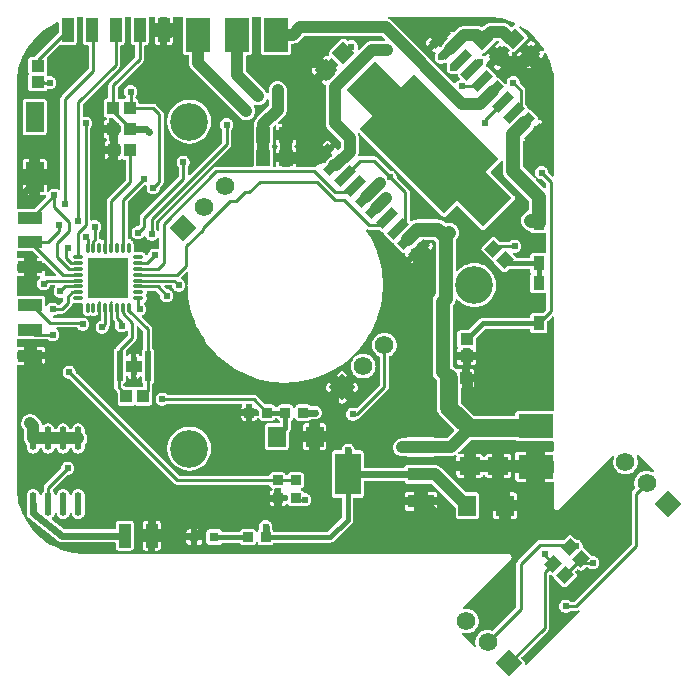
<source format=gtl>
G04 Layer: TopLayer*
G04 EasyEDA v6.5.15, 2022-09-11 20:59:25*
G04 e24e468fe0cf4b2a9362d80da876547b,674c0623d3a246009f606e19fc16e94a,10*
G04 Gerber Generator version 0.2*
G04 Scale: 100 percent, Rotated: No, Reflected: No *
G04 Dimensions in millimeters *
G04 leading zeros omitted , absolute positions ,4 integer and 5 decimal *
%FSLAX45Y45*%
%MOMM*%

%AMMACRO1*21,1,$1,$2,0,0,$3*%
%AMMACRO2*4,1,15,2.373,-4.814,1.2961,-5.8909,-5.8909,1.2961,-5.8138,1.3732,-5.8124,1.3718,-4.8126,2.3716,-7.0032,4.5622,-4.5622,7.0032,-2.3716,4.8126,-1.294,5.8902,5.8895,-1.2933,4.8119,-2.3709,7.0032,-4.5622,4.5622,-7.0032,2.373,-4.814,2.373,-4.814,0*%
%ADD10C,0.2500*%
%ADD11C,1.0000*%
%ADD12C,0.6000*%
%ADD13C,1.2000*%
%ADD14C,0.4000*%
%ADD15C,1.5000*%
%ADD16MACRO1,1.377X1.1325X-90.0000*%
%ADD17MACRO1,1.377X1.1325X-135.0000*%
%ADD18MACRO1,1.728X1.485X0.0000*%
%ADD19R,1.7280X1.4850*%
%ADD20MACRO1,1.728X1.485X-90.0000*%
%ADD21MACRO1,1X1.1X135.0000*%
%ADD22R,0.8000X0.8000*%
%ADD23MACRO1,0.864X0.8065X90.0000*%
%ADD24R,2.0000X3.0000*%
%ADD25R,3.0000X2.0000*%
%ADD26R,1.1000X1.0000*%
%ADD27R,1.0000X1.1000*%
%ADD28MACRO1,1.35X1.41X-45.0000*%
%ADD29R,0.9500X1.2000*%
%ADD30O,0.5739892X2.0355052*%
%ADD31MACRO1,0.864X0.8065X0.0000*%
%ADD32R,0.8640X0.8065*%
%ADD33MACRO1,0.7722X1.8X-45.0000*%
%ADD34MACRO2*%
%ADD35MACRO1,0.772X1.8X-45.0000*%
%ADD36MACRO1,0.772X1.8X-45.0013*%
%ADD37MACRO1,0.772X1.8X-44.9987*%
%ADD38R,3.5000X3.5000*%
%ADD39O,0.2800096X0.8999982*%
%ADD40O,0.8999982X0.2800096*%
%ADD41R,2.2000X3.5000*%
%ADD42R,2.2000X1.1000*%
%ADD43R,1.0000X2.0000*%
%ADD44R,2.0000X1.0000*%
%ADD45R,0.5000X2.5000*%
%ADD46R,0.5000X1.6000*%
%ADD47MACRO1,0.864X0.8065X-90.0000*%
%ADD48R,1.5240X2.5400*%
%ADD49MACRO1,1.5748X1.5748X45.0007*%
%ADD50C,1.5748*%
%ADD51MACRO1,1.5748X1.5748X134.9993*%
%ADD52C,3.2000*%
%ADD53C,0.6096*%
%ADD54C,0.0191*%

%LPD*%
G36*
X1438757Y1707896D02*
G01*
X1434998Y1708708D01*
X1431798Y1710893D01*
X902665Y2239924D01*
X893826Y2246985D01*
X886409Y2251456D01*
X879297Y2254656D01*
X876096Y2256942D01*
X874014Y2260244D01*
X873302Y2264105D01*
X874115Y2267915D01*
X876350Y2271166D01*
X879602Y2273350D01*
X883462Y2274062D01*
X1699514Y2274062D01*
X1733651Y2273096D01*
X1766925Y2270150D01*
X1799996Y2265273D01*
X1832660Y2258517D01*
X1864918Y2249881D01*
X1896618Y2239365D01*
X1927656Y2227021D01*
X1942134Y2220264D01*
X1945487Y2217724D01*
X1947519Y2214118D01*
X1947925Y2209952D01*
X1946656Y2205990D01*
X1943862Y2202891D01*
X1940102Y2201113D01*
X1938375Y2200757D01*
X1933143Y2198217D01*
X1928215Y2194255D01*
X1921713Y2187803D01*
X1918411Y2185619D01*
X1914550Y2184806D01*
X1910689Y2185568D01*
X1907387Y2187752D01*
X1893214Y2201875D01*
X1884425Y2208885D01*
X1876806Y2213508D01*
X1874621Y2214626D01*
X1866392Y2218029D01*
X1864055Y2218791D01*
X1855419Y2220925D01*
X1852980Y2221331D01*
X1844141Y2222144D01*
X1740306Y2222144D01*
X1731467Y2221331D01*
X1729028Y2220925D01*
X1720392Y2218791D01*
X1718056Y2218029D01*
X1709877Y2214626D01*
X1707642Y2213508D01*
X1700022Y2208885D01*
X1691233Y2201875D01*
X1681073Y2191766D01*
X1678787Y2190089D01*
X1676196Y2189073D01*
X1667662Y2186635D01*
X1664512Y2186686D01*
X1661566Y2187702D01*
X1658620Y2189226D01*
X1650492Y2192629D01*
X1648155Y2193391D01*
X1639519Y2195525D01*
X1637080Y2195931D01*
X1628241Y2196744D01*
X1515059Y2196744D01*
X1506220Y2195931D01*
X1503781Y2195525D01*
X1495145Y2193391D01*
X1492808Y2192629D01*
X1484579Y2189226D01*
X1482394Y2188108D01*
X1474774Y2183485D01*
X1465935Y2176424D01*
X1432001Y2142540D01*
X1428394Y2140204D01*
X1424228Y2139543D01*
X1420114Y2140661D01*
X1416862Y2143353D01*
X1415745Y2144776D01*
X1406956Y2153513D01*
X1361338Y2107895D01*
X1372158Y2097074D01*
X1374343Y2093772D01*
X1375105Y2089861D01*
X1374343Y2086000D01*
X1372158Y2082698D01*
X1343456Y2053996D01*
X1335836Y2045106D01*
X1329791Y2035505D01*
X1325270Y2025142D01*
X1324203Y2021281D01*
X1322324Y2017522D01*
X1319022Y2014880D01*
X1314958Y2013762D01*
X1310792Y2014423D01*
X1307236Y2016760D01*
X1288694Y2035251D01*
X1243076Y1989632D01*
X1251813Y1980844D01*
X1256792Y1976882D01*
X1262024Y1974392D01*
X1265478Y1973580D01*
X1269492Y1971598D01*
X1272286Y1968144D01*
X1273352Y1963775D01*
X1272387Y1959356D01*
X1267866Y1949653D01*
X1265326Y1940204D01*
X1264462Y1930400D01*
X1265326Y1920595D01*
X1267866Y1911146D01*
X1271981Y1902206D01*
X1277620Y1894179D01*
X1284579Y1887220D01*
X1292606Y1881581D01*
X1301546Y1877466D01*
X1310995Y1874926D01*
X1320800Y1874062D01*
X1330604Y1874926D01*
X1340053Y1877466D01*
X1352499Y1883359D01*
X1355852Y1883714D01*
X1360525Y1883460D01*
X1364183Y1882495D01*
X1367282Y1880260D01*
X1369314Y1877060D01*
X1370076Y1873300D01*
X1370076Y1871065D01*
X1370634Y1868424D01*
X1370838Y1865071D01*
X1369466Y1860753D01*
X1366926Y1851304D01*
X1366062Y1841500D01*
X1366926Y1831695D01*
X1369466Y1822246D01*
X1373581Y1813306D01*
X1379220Y1805279D01*
X1386179Y1798320D01*
X1394206Y1792681D01*
X1403146Y1788566D01*
X1412595Y1786026D01*
X1422400Y1785162D01*
X1432204Y1786026D01*
X1441653Y1788566D01*
X1445412Y1790293D01*
X1449324Y1791207D01*
X1453286Y1790598D01*
X1456690Y1788464D01*
X1458976Y1785162D01*
X1461160Y1775612D01*
X1463649Y1770380D01*
X1467612Y1765401D01*
X1477010Y1756003D01*
X1479194Y1752803D01*
X1480007Y1748993D01*
X1479296Y1745183D01*
X1477264Y1741881D01*
X1474114Y1739646D01*
X1470406Y1737918D01*
X1462379Y1732280D01*
X1455420Y1725320D01*
X1449781Y1717293D01*
X1448155Y1713788D01*
X1445869Y1710639D01*
X1442618Y1708556D01*
G37*

%LPC*%
G36*
X1206804Y2025904D02*
G01*
X1252423Y2071522D01*
X1224940Y2099005D01*
X1198016Y2072081D01*
X1194054Y2067102D01*
X1191564Y2061921D01*
X1190244Y2056231D01*
X1190244Y2050491D01*
X1191564Y2044801D01*
X1194054Y2039620D01*
X1198016Y2034641D01*
G37*
G36*
X1325067Y2144166D02*
G01*
X1370685Y2189784D01*
X1361948Y2198573D01*
X1356969Y2202535D01*
X1351788Y2205024D01*
X1346098Y2206345D01*
X1340358Y2206345D01*
X1334668Y2205024D01*
X1329486Y2202535D01*
X1324508Y2198573D01*
X1297584Y2171649D01*
G37*

%LPD*%
G36*
X252374Y1002436D02*
G01*
X240792Y1003604D01*
X100431Y1003604D01*
X96520Y1004366D01*
X93218Y1006602D01*
X91033Y1009903D01*
X90271Y1013764D01*
X90271Y1038707D01*
X42367Y1038707D01*
X42367Y1013764D01*
X41605Y1009903D01*
X39420Y1006602D01*
X36118Y1004366D01*
X32207Y1003604D01*
X-16764Y1003604D01*
X-20675Y1004366D01*
X-23977Y1006602D01*
X-26162Y1009903D01*
X-26924Y1013764D01*
X-26924Y1038707D01*
X-74828Y1038707D01*
X-74828Y1013764D01*
X-75590Y1009903D01*
X-77774Y1006602D01*
X-81076Y1004366D01*
X-84988Y1003604D01*
X-92811Y1003604D01*
X-96723Y1004366D01*
X-100025Y1006602D01*
X-102209Y1009903D01*
X-102971Y1013764D01*
X-102971Y1147775D01*
X-103682Y1154125D01*
X-105613Y1159560D01*
X-108051Y1163472D01*
X-109220Y1166063D01*
X-109626Y1168857D01*
X-109626Y1180642D01*
X-109220Y1183436D01*
X-108051Y1186027D01*
X-105613Y1189939D01*
X-103682Y1195374D01*
X-102971Y1201724D01*
X-102971Y1334871D01*
X-102209Y1338732D01*
X-100025Y1342034D01*
X-91643Y1350365D01*
X-88188Y1352651D01*
X-84074Y1353362D01*
X-80060Y1352346D01*
X-76758Y1349806D01*
X-74777Y1346200D01*
X-74371Y1342085D01*
X-74828Y1338275D01*
X-74828Y1310792D01*
X-26924Y1310792D01*
X-26924Y1364742D01*
X-48310Y1364742D01*
X-52120Y1364335D01*
X-56235Y1364742D01*
X-59893Y1366723D01*
X-62382Y1370025D01*
X-63398Y1374038D01*
X-62687Y1378153D01*
X-60452Y1381607D01*
X-7975Y1434134D01*
X-914Y1442974D01*
X3708Y1450594D01*
X4826Y1452778D01*
X8229Y1461008D01*
X8991Y1463344D01*
X11125Y1471980D01*
X11531Y1474419D01*
X12344Y1483258D01*
X12395Y1650644D01*
X11531Y1662328D01*
X8991Y1673352D01*
X4876Y1683918D01*
X-812Y1693722D01*
X-7873Y1702612D01*
X-16205Y1710334D01*
X-25552Y1716735D01*
X-35763Y1721612D01*
X-46634Y1724964D01*
X-57810Y1726692D01*
X-69189Y1726692D01*
X-80365Y1724964D01*
X-91236Y1721612D01*
X-101447Y1716735D01*
X-110794Y1710334D01*
X-119126Y1702612D01*
X-126187Y1693722D01*
X-131876Y1683918D01*
X-135991Y1673352D01*
X-138531Y1662328D01*
X-139395Y1650644D01*
X-139395Y1633677D01*
X-140157Y1629816D01*
X-142341Y1626514D01*
X-145592Y1624330D01*
X-149453Y1623517D01*
X-153314Y1624228D01*
X-156616Y1626362D01*
X-158902Y1629613D01*
X-161493Y1635658D01*
X-167538Y1645259D01*
X-175209Y1654149D01*
X-327507Y1806448D01*
X-329742Y1809750D01*
X-330504Y1813661D01*
X-330504Y1934819D01*
X-329742Y1938731D01*
X-327507Y1942033D01*
X-324205Y1944217D01*
X-320344Y1944979D01*
X-306984Y1944979D01*
X-300634Y1945690D01*
X-295198Y1947621D01*
X-290271Y1950720D01*
X-286207Y1954784D01*
X-283108Y1959711D01*
X-281228Y1965147D01*
X-280466Y1971446D01*
X-280466Y2263902D01*
X-279704Y2267813D01*
X-277520Y2271115D01*
X-274218Y2273300D01*
X-270306Y2274062D01*
X-212242Y2274062D01*
X-208381Y2273300D01*
X-205079Y2271115D01*
X-202895Y2267813D01*
X-202082Y2263902D01*
X-202082Y1971446D01*
X-201371Y1965147D01*
X-199491Y1959711D01*
X-196392Y1954784D01*
X-192328Y1950720D01*
X-187401Y1947621D01*
X-181965Y1945690D01*
X-175615Y1944979D01*
X23215Y1944979D01*
X29565Y1945690D01*
X35001Y1947621D01*
X39928Y1950720D01*
X43992Y1954784D01*
X47091Y1959711D01*
X48971Y1965147D01*
X49733Y1971446D01*
X49733Y2034844D01*
X50495Y2038705D01*
X52628Y2042007D01*
X55930Y2044192D01*
X59791Y2045004D01*
X66192Y2045055D01*
X74980Y2045868D01*
X77419Y2046274D01*
X86055Y2048408D01*
X88392Y2049170D01*
X96621Y2052574D01*
X98806Y2053691D01*
X106426Y2058314D01*
X115265Y2065375D01*
X155448Y2105507D01*
X158750Y2107742D01*
X162661Y2108504D01*
X489051Y2108504D01*
X493166Y2107641D01*
X494944Y2107641D01*
X499059Y2108504D01*
X815238Y2108504D01*
X819150Y2107742D01*
X822452Y2105507D01*
X840790Y2087168D01*
X842975Y2083866D01*
X843787Y2079955D01*
X842975Y2076094D01*
X840790Y2072792D01*
X837488Y2070557D01*
X833628Y2069795D01*
X733958Y2069744D01*
X725119Y2068931D01*
X722680Y2068525D01*
X714044Y2066391D01*
X711708Y2065629D01*
X703478Y2062225D01*
X701294Y2061108D01*
X693674Y2056485D01*
X684834Y2049424D01*
X629920Y1994560D01*
X626211Y1992223D01*
X621842Y1991614D01*
X617626Y1992934D01*
X614426Y1995932D01*
X612749Y1999996D01*
X612902Y2004364D01*
X614273Y2009495D01*
X615137Y2019300D01*
X614273Y2029104D01*
X611733Y2038553D01*
X607618Y2047493D01*
X601980Y2055520D01*
X595020Y2062480D01*
X586994Y2068118D01*
X578053Y2072233D01*
X568604Y2074773D01*
X558800Y2075637D01*
X548995Y2074773D01*
X539546Y2072233D01*
X533450Y2069439D01*
X529437Y2068474D01*
X525424Y2069185D01*
X521970Y2071420D01*
X512775Y2080615D01*
X507796Y2084578D01*
X502564Y2087118D01*
X496824Y2088438D01*
X494030Y2089708D01*
X491286Y2088438D01*
X485495Y2087118D01*
X480314Y2084578D01*
X475335Y2080615D01*
X376428Y1981758D01*
X372465Y1976780D01*
X369976Y1971548D01*
X368655Y1965909D01*
X368655Y1960118D01*
X370230Y1953361D01*
X370281Y1949297D01*
X368757Y1945487D01*
X365912Y1942592D01*
X362102Y1941118D01*
X358038Y1941169D01*
X351282Y1942744D01*
X345490Y1942744D01*
X339852Y1941423D01*
X334619Y1938934D01*
X329641Y1934972D01*
X309626Y1914956D01*
X347319Y1877263D01*
X388213Y1918157D01*
X391515Y1920341D01*
X395427Y1921103D01*
X399288Y1920341D01*
X402590Y1918157D01*
X444957Y1875789D01*
X447141Y1872488D01*
X447903Y1868627D01*
X447141Y1864715D01*
X444957Y1861413D01*
X404063Y1820519D01*
X422757Y1801774D01*
X424992Y1798472D01*
X425754Y1794611D01*
X424992Y1790700D01*
X422757Y1787448D01*
X378307Y1742948D01*
X375005Y1740763D01*
X371144Y1740001D01*
X367233Y1740763D01*
X363931Y1742948D01*
X345186Y1761693D01*
X306476Y1722932D01*
X325424Y1703984D01*
X330403Y1700022D01*
X339445Y1695957D01*
X342036Y1693418D01*
X343611Y1690166D01*
X343966Y1686509D01*
X343255Y1679041D01*
X343255Y1368958D01*
X344068Y1360119D01*
X344474Y1357680D01*
X346608Y1349044D01*
X347370Y1346708D01*
X350774Y1338478D01*
X351891Y1336294D01*
X356514Y1328674D01*
X363575Y1319834D01*
X467207Y1216152D01*
X469442Y1212850D01*
X470204Y1208938D01*
X470204Y1165961D01*
X469442Y1162050D01*
X467207Y1158748D01*
X455472Y1147064D01*
X452272Y1144879D01*
X448513Y1144066D01*
X444703Y1144727D01*
X441451Y1146759D01*
X439115Y1149858D01*
X436118Y1156208D01*
X432155Y1161186D01*
X423418Y1169924D01*
X377748Y1124305D01*
X396138Y1105916D01*
X398475Y1102309D01*
X399084Y1098042D01*
X397865Y1093927D01*
X395071Y1090625D01*
X390550Y1088644D01*
X379984Y1084529D01*
X370179Y1078839D01*
X361289Y1071778D01*
X353568Y1063447D01*
X347167Y1054100D01*
X342290Y1043889D01*
X340309Y1037539D01*
X338328Y1033932D01*
X335026Y1031392D01*
X331012Y1030376D01*
X326898Y1031087D01*
X323443Y1033373D01*
X305104Y1051661D01*
X258825Y1005382D01*
X255879Y1003300D01*
G37*

%LPC*%
G36*
X223215Y1042314D02*
G01*
X268833Y1087932D01*
X241350Y1115415D01*
X214426Y1088491D01*
X210464Y1083513D01*
X207975Y1078331D01*
X206654Y1072692D01*
X206654Y1066901D01*
X207975Y1061262D01*
X210464Y1056030D01*
X214426Y1051052D01*
G37*
G36*
X-74828Y1120292D02*
G01*
X-26924Y1120292D01*
X-26924Y1229207D01*
X-74828Y1229207D01*
X-74828Y1201724D01*
X-74117Y1195374D01*
X-72186Y1189939D01*
X-69088Y1185011D01*
X-65989Y1181912D01*
X-63804Y1178661D01*
X-63042Y1174750D01*
X-63804Y1170838D01*
X-65989Y1167587D01*
X-69088Y1164488D01*
X-72186Y1159560D01*
X-74117Y1154125D01*
X-74828Y1147775D01*
G37*
G36*
X42367Y1120292D02*
G01*
X90271Y1120292D01*
X90271Y1147775D01*
X89560Y1154125D01*
X87630Y1159560D01*
X84582Y1164488D01*
X81432Y1167587D01*
X79248Y1170838D01*
X78486Y1174750D01*
X79248Y1178661D01*
X81432Y1181912D01*
X84582Y1185011D01*
X87630Y1189939D01*
X89560Y1195374D01*
X90271Y1201724D01*
X90271Y1229207D01*
X42367Y1229207D01*
G37*
G36*
X341477Y1160576D02*
G01*
X387096Y1206195D01*
X378358Y1214983D01*
X373380Y1218946D01*
X368147Y1221435D01*
X362508Y1222756D01*
X356717Y1222756D01*
X351078Y1221435D01*
X345897Y1218946D01*
X340918Y1214983D01*
X313994Y1188059D01*
G37*
G36*
X42367Y1310792D02*
G01*
X90271Y1310792D01*
X90271Y1338275D01*
X89560Y1344625D01*
X87630Y1350060D01*
X84582Y1354988D01*
X80467Y1359052D01*
X75590Y1362151D01*
X70104Y1364030D01*
X63804Y1364742D01*
X42367Y1364742D01*
G37*
G36*
X249732Y1779676D02*
G01*
X288493Y1818386D01*
X250799Y1856079D01*
X230784Y1836064D01*
X226821Y1831086D01*
X224282Y1825904D01*
X223012Y1820265D01*
X223012Y1814474D01*
X224282Y1808835D01*
X226821Y1803603D01*
X230784Y1798624D01*
G37*

%LPD*%
G36*
X2199335Y821944D02*
G01*
X2195423Y822756D01*
X2192172Y824941D01*
X2125116Y891946D01*
X2122830Y895553D01*
X2122170Y899769D01*
X2123338Y903884D01*
X2118969Y902969D01*
X2114753Y903630D01*
X2111146Y905916D01*
X2019300Y997813D01*
X2017064Y1001115D01*
X2016302Y1004976D01*
X2016302Y1214729D01*
X2017064Y1218641D01*
X2019300Y1221943D01*
X2060651Y1263294D01*
X2056942Y1267053D01*
X2054758Y1270304D01*
X2053945Y1274216D01*
X2054758Y1278077D01*
X2056942Y1281379D01*
X2085898Y1310335D01*
X2094128Y1319885D01*
X2100783Y1330198D01*
X2106015Y1341932D01*
X2107996Y1345590D01*
X2111298Y1348181D01*
X2115362Y1349197D01*
X2119477Y1348536D01*
X2122982Y1346250D01*
X2133295Y1335938D01*
X2178913Y1381556D01*
X2170176Y1390345D01*
X2165197Y1394307D01*
X2159965Y1396796D01*
X2154326Y1398117D01*
X2152243Y1398117D01*
X2148382Y1398879D01*
X2145080Y1401064D01*
X2142896Y1404366D01*
X2142083Y1408277D01*
X2142083Y1410716D01*
X2140813Y1416354D01*
X2138324Y1421536D01*
X2134362Y1426514D01*
X2080564Y1480312D01*
X2075586Y1484274D01*
X2070354Y1486763D01*
X2064715Y1488084D01*
X2062480Y1488084D01*
X2058568Y1488846D01*
X2055266Y1491030D01*
X2053082Y1494332D01*
X2052320Y1498244D01*
X2052320Y1500530D01*
X2050999Y1506169D01*
X2048510Y1511350D01*
X2044547Y1516329D01*
X2035302Y1525574D01*
X2033066Y1528876D01*
X2032304Y1532788D01*
X2032304Y1650492D01*
X2031542Y1658467D01*
X2029358Y1665681D01*
X2025802Y1672336D01*
X2020722Y1678533D01*
X1989582Y1709674D01*
X1987550Y1712569D01*
X1986635Y1715973D01*
X1985873Y1724304D01*
X1983333Y1733753D01*
X1979218Y1742693D01*
X1973580Y1750720D01*
X1966620Y1757680D01*
X1958593Y1763318D01*
X1949653Y1767433D01*
X1940204Y1769973D01*
X1930400Y1770837D01*
X1920595Y1769973D01*
X1911146Y1767433D01*
X1902206Y1763318D01*
X1894179Y1757680D01*
X1887220Y1750720D01*
X1881581Y1742693D01*
X1877466Y1733753D01*
X1874926Y1724304D01*
X1874062Y1714500D01*
X1874266Y1711960D01*
X1873808Y1707896D01*
X1871725Y1704339D01*
X1868424Y1701850D01*
X1864461Y1700936D01*
X1860397Y1701647D01*
X1856943Y1703882D01*
X1811121Y1749704D01*
X1806143Y1753666D01*
X1800961Y1756206D01*
X1795322Y1757476D01*
X1793036Y1757476D01*
X1789175Y1758238D01*
X1785874Y1760474D01*
X1783638Y1763775D01*
X1782876Y1767636D01*
X1782876Y1769922D01*
X1781606Y1775561D01*
X1779066Y1780793D01*
X1775104Y1785721D01*
X1721357Y1839518D01*
X1716379Y1843481D01*
X1711147Y1846021D01*
X1705152Y1847392D01*
X1701546Y1848967D01*
X1698802Y1851863D01*
X1697380Y1855520D01*
X1697482Y1859483D01*
X1703933Y1873046D01*
X1706880Y1883968D01*
X1707896Y1886457D01*
X1709521Y1888591D01*
X1754886Y1933956D01*
X1721053Y1967788D01*
X1701596Y1948332D01*
X1694637Y1939340D01*
X1690725Y1937359D01*
X1686407Y1937207D01*
X1682343Y1938883D01*
X1679193Y1941118D01*
X1672843Y1944065D01*
X1669745Y1946249D01*
X1667713Y1949450D01*
X1667002Y1953209D01*
X1667662Y1956917D01*
X1669694Y1960168D01*
X1672742Y1962404D01*
X1676704Y1964334D01*
X1681632Y1968296D01*
X1781810Y2068626D01*
X1784553Y2069947D01*
X1787550Y2070404D01*
X1803247Y2070404D01*
X1807108Y2069642D01*
X1810359Y2067509D01*
X1812543Y2064359D01*
X1813407Y2060549D01*
X1812798Y2056739D01*
X1810816Y2053386D01*
X1807667Y2051100D01*
X1803095Y2048865D01*
X1798167Y2044903D01*
X1778711Y2025446D01*
X1812543Y1991614D01*
X1844598Y2023668D01*
X1848357Y2026056D01*
X1852777Y2026564D01*
X1856993Y2025192D01*
X1864868Y2020417D01*
X1867052Y2019300D01*
X1874520Y2016252D01*
X1877872Y2014016D01*
X1898243Y1993646D01*
X1900428Y1990343D01*
X1901240Y1986483D01*
X1900428Y1982571D01*
X1898243Y1979269D01*
X1861566Y1942592D01*
X1895398Y1908759D01*
X1914855Y1928215D01*
X1918817Y1933143D01*
X1921357Y1938375D01*
X1922627Y1944014D01*
X1922627Y1949805D01*
X1921357Y1955444D01*
X1919782Y1958644D01*
X1918817Y1962607D01*
X1919427Y1966620D01*
X1921611Y1970074D01*
X1924964Y1972411D01*
X1928977Y1973224D01*
X1932533Y1973224D01*
X1938172Y1974494D01*
X1943404Y1977034D01*
X1948332Y1980996D01*
X2044903Y2077567D01*
X2048865Y2082495D01*
X2051405Y2087727D01*
X2052675Y2093366D01*
X2052675Y2099157D01*
X2051405Y2104796D01*
X2048865Y2110028D01*
X2044903Y2115007D01*
X1985111Y2174798D01*
X1982825Y2178304D01*
X1982165Y2182469D01*
X1983181Y2186533D01*
X1985772Y2189784D01*
X1989480Y2191766D01*
X1993696Y2192070D01*
X1997608Y2190648D01*
X2015693Y2179472D01*
X2043023Y2160320D01*
X2069236Y2139594D01*
X2094179Y2117344D01*
X2117750Y2093722D01*
X2139950Y2068779D01*
X2160625Y2042566D01*
X2179777Y2015185D01*
X2190648Y1997608D01*
X2192070Y1993696D01*
X2191766Y1989480D01*
X2189784Y1985772D01*
X2186533Y1983181D01*
X2182469Y1982165D01*
X2178304Y1982825D01*
X2174798Y1985111D01*
X2166416Y1993442D01*
X2128266Y1955292D01*
X2162098Y1921459D01*
X2181555Y1940915D01*
X2185517Y1945843D01*
X2188057Y1951075D01*
X2189327Y1956714D01*
X2189327Y1961286D01*
X2190292Y1965655D01*
X2193036Y1969160D01*
X2196998Y1971141D01*
X2201468Y1971293D01*
X2205532Y1969465D01*
X2208428Y1966112D01*
X2213152Y1957374D01*
X2227224Y1927098D01*
X2239568Y1896059D01*
X2250033Y1864360D01*
X2258669Y1832102D01*
X2265375Y1799386D01*
X2270201Y1766366D01*
X2273096Y1733092D01*
X2274112Y1699514D01*
X2274112Y928979D01*
X2273300Y925068D01*
X2271115Y921766D01*
X2267813Y919581D01*
X2263952Y918819D01*
X2260041Y919581D01*
X2256739Y921766D01*
X2230882Y947674D01*
X2228850Y950569D01*
X2227935Y953973D01*
X2227173Y962304D01*
X2224633Y971753D01*
X2220518Y980694D01*
X2214880Y988720D01*
X2207920Y995680D01*
X2199894Y1001318D01*
X2190953Y1005433D01*
X2181504Y1007973D01*
X2171700Y1008837D01*
X2161895Y1007973D01*
X2152446Y1005433D01*
X2143506Y1001318D01*
X2135479Y995680D01*
X2128520Y988720D01*
X2122881Y980694D01*
X2118766Y971753D01*
X2116226Y962304D01*
X2115362Y952500D01*
X2116226Y942695D01*
X2118766Y933246D01*
X2122881Y924306D01*
X2126691Y918921D01*
X2128316Y915009D01*
X2128215Y910742D01*
X2126640Y907440D01*
X2129942Y909015D01*
X2134209Y909116D01*
X2138121Y907491D01*
X2143506Y903681D01*
X2152446Y899566D01*
X2161895Y897026D01*
X2170226Y896264D01*
X2173630Y895350D01*
X2176526Y893318D01*
X2206498Y863346D01*
X2208733Y860094D01*
X2209495Y856183D01*
X2209495Y832103D01*
X2208733Y828243D01*
X2206498Y824941D01*
X2203196Y822756D01*
G37*

%LPC*%
G36*
X2075891Y1164844D02*
G01*
X2081631Y1164844D01*
X2087321Y1166164D01*
X2092502Y1168654D01*
X2097481Y1172616D01*
X2124405Y1199540D01*
X2096922Y1227023D01*
X2051304Y1181404D01*
X2060041Y1172616D01*
X2065020Y1168654D01*
X2070201Y1166164D01*
G37*
G36*
X2197049Y1272184D02*
G01*
X2223973Y1299108D01*
X2227935Y1304086D01*
X2230424Y1309268D01*
X2231745Y1314958D01*
X2231745Y1320698D01*
X2230424Y1326388D01*
X2227935Y1331569D01*
X2223973Y1336548D01*
X2215184Y1345285D01*
X2169566Y1299667D01*
G37*
G36*
X1796694Y1823872D02*
G01*
X1802485Y1823872D01*
X1808124Y1825142D01*
X1813356Y1827682D01*
X1818284Y1831644D01*
X1837740Y1851101D01*
X1803907Y1884934D01*
X1765757Y1846783D01*
X1780844Y1831644D01*
X1785823Y1827682D01*
X1791055Y1825142D01*
G37*
G36*
X2063394Y1836572D02*
G01*
X2069185Y1836572D01*
X2074824Y1837842D01*
X2080056Y1840382D01*
X2084984Y1844344D01*
X2104440Y1863801D01*
X2070607Y1897634D01*
X2032457Y1859483D01*
X2047544Y1844344D01*
X2052523Y1840382D01*
X2057755Y1837842D01*
G37*
G36*
X1983435Y1908505D02*
G01*
X2021586Y1946656D01*
X1987753Y1980488D01*
X1968296Y1961032D01*
X1964334Y1956104D01*
X1961794Y1950872D01*
X1960524Y1945233D01*
X1960524Y1939442D01*
X1961794Y1933803D01*
X1964334Y1928571D01*
X1968296Y1923592D01*
G37*
G36*
X2079243Y2004314D02*
G01*
X2117394Y2042464D01*
X2102307Y2057603D01*
X2097328Y2061565D01*
X2092096Y2064105D01*
X2086457Y2065375D01*
X2080666Y2065375D01*
X2075027Y2064105D01*
X2069795Y2061565D01*
X2064867Y2057603D01*
X2045411Y2038146D01*
G37*

%LPD*%
G36*
X-2262784Y646938D02*
G01*
X-2267000Y647344D01*
X-2270709Y649427D01*
X-2273198Y652881D01*
X-2274062Y656996D01*
X-2274062Y1699514D01*
X-2273096Y1733651D01*
X-2270150Y1766925D01*
X-2265273Y1799996D01*
X-2258517Y1832660D01*
X-2249881Y1864918D01*
X-2239365Y1896618D01*
X-2227021Y1927656D01*
X-2212848Y1957882D01*
X-2196998Y1987296D01*
X-2179472Y2015693D01*
X-2160320Y2043023D01*
X-2139594Y2069236D01*
X-2117344Y2094179D01*
X-2093722Y2117750D01*
X-2068779Y2139950D01*
X-2042566Y2160625D01*
X-2015185Y2179777D01*
X-1986788Y2197303D01*
X-1957374Y2213152D01*
X-1931873Y2225040D01*
X-1927910Y2226005D01*
X-1923948Y2225294D01*
X-1920493Y2223160D01*
X-1918207Y2219807D01*
X-1917395Y2215845D01*
X-1917395Y2141626D01*
X-1918157Y2137714D01*
X-1920392Y2134412D01*
X-2119020Y1935784D01*
X-2122322Y1933549D01*
X-2126234Y1932787D01*
X-2149906Y1932787D01*
X-2156256Y1932076D01*
X-2161692Y1930196D01*
X-2166620Y1927098D01*
X-2170684Y1922983D01*
X-2173782Y1918106D01*
X-2175713Y1912620D01*
X-2176424Y1906320D01*
X-2176424Y1807464D01*
X-2175713Y1801164D01*
X-2173782Y1795678D01*
X-2171649Y1792274D01*
X-2170277Y1788769D01*
X-2170277Y1785010D01*
X-2171649Y1781505D01*
X-2173782Y1778101D01*
X-2175713Y1772615D01*
X-2176424Y1766316D01*
X-2176424Y1667459D01*
X-2175713Y1661160D01*
X-2173782Y1655673D01*
X-2170684Y1650796D01*
X-2166620Y1646682D01*
X-2161692Y1643583D01*
X-2156256Y1641703D01*
X-2149906Y1640992D01*
X-2041093Y1640992D01*
X-2034743Y1641703D01*
X-2029307Y1643583D01*
X-2024380Y1646682D01*
X-2020316Y1650796D01*
X-2017471Y1655267D01*
X-2014474Y1658315D01*
X-2010511Y1659889D01*
X-2006244Y1659686D01*
X-2003704Y1659026D01*
X-1993900Y1658162D01*
X-1984095Y1659026D01*
X-1974646Y1661566D01*
X-1965706Y1665681D01*
X-1957679Y1671320D01*
X-1950720Y1678279D01*
X-1945081Y1686306D01*
X-1940966Y1695246D01*
X-1938426Y1704695D01*
X-1937562Y1714500D01*
X-1938426Y1724304D01*
X-1940966Y1733753D01*
X-1945081Y1742693D01*
X-1950720Y1750720D01*
X-1957679Y1757680D01*
X-1965706Y1763318D01*
X-1974646Y1767433D01*
X-1984095Y1769973D01*
X-1993900Y1770837D01*
X-2008124Y1769516D01*
X-2011730Y1770634D01*
X-2014677Y1773021D01*
X-2016556Y1776272D01*
X-2017217Y1778101D01*
X-2019350Y1781505D01*
X-2020722Y1785010D01*
X-2020722Y1788769D01*
X-2019350Y1792274D01*
X-2017217Y1795678D01*
X-2015286Y1801164D01*
X-2014575Y1807464D01*
X-2014575Y1906320D01*
X-2015286Y1912620D01*
X-2018588Y1922322D01*
X-2018080Y1926742D01*
X-2015693Y1930501D01*
X-1912975Y2033219D01*
X-1909825Y2035352D01*
X-1906168Y2036165D01*
X-1902409Y2035606D01*
X-1897227Y2033828D01*
X-1890928Y2033066D01*
X-1792071Y2033066D01*
X-1785772Y2033828D01*
X-1780286Y2035708D01*
X-1775409Y2038807D01*
X-1771294Y2042871D01*
X-1768195Y2047798D01*
X-1766316Y2053234D01*
X-1765604Y2059584D01*
X-1765604Y2258415D01*
X-1765401Y2263851D01*
X-1763522Y2267407D01*
X-1760423Y2269947D01*
X-1756562Y2271064D01*
X-1733092Y2273096D01*
X-1724202Y2273350D01*
X-1719935Y2272588D01*
X-1716430Y2270099D01*
X-1714246Y2266391D01*
X-1713788Y2262073D01*
X-1714195Y2258415D01*
X-1714195Y2059584D01*
X-1713484Y2053234D01*
X-1711604Y2047798D01*
X-1708505Y2042871D01*
X-1704390Y2038807D01*
X-1699514Y2035708D01*
X-1694027Y2033828D01*
X-1687728Y2033066D01*
X-1674164Y2033066D01*
X-1670304Y2032304D01*
X-1667002Y2030120D01*
X-1664766Y2026818D01*
X-1664004Y2022906D01*
X-1664004Y1836216D01*
X-1664766Y1832305D01*
X-1667002Y1829054D01*
X-1893722Y1602333D01*
X-1898802Y1596136D01*
X-1902358Y1589481D01*
X-1904542Y1582267D01*
X-1905304Y1574292D01*
X-1905304Y814679D01*
X-1906270Y810412D01*
X-1908962Y806907D01*
X-1912823Y804875D01*
X-1917242Y804672D01*
X-1921306Y806348D01*
X-1927606Y810818D01*
X-1936546Y814933D01*
X-1945995Y817473D01*
X-1955800Y818337D01*
X-1965604Y817473D01*
X-1975053Y814933D01*
X-1983993Y810818D01*
X-1992020Y805180D01*
X-1998980Y798220D01*
X-2000300Y796290D01*
X-2003399Y793394D01*
X-2007463Y792022D01*
X-2011680Y792429D01*
X-2015388Y794562D01*
X-2017877Y797966D01*
X-2018792Y802132D01*
X-2018792Y844550D01*
X-2076450Y844550D01*
X-2076450Y761492D01*
X-2045258Y761492D01*
X-2038959Y762203D01*
X-2036318Y763117D01*
X-2032457Y763676D01*
X-2028698Y762762D01*
X-2025548Y760476D01*
X-2023465Y757224D01*
X-2022805Y753364D01*
X-2023567Y749554D01*
X-2025751Y746353D01*
X-2121712Y650392D01*
X-2125014Y648157D01*
X-2128926Y647395D01*
X-2258415Y647395D01*
G37*

%LPC*%
G36*
X-2196541Y761492D02*
G01*
X-2165350Y761492D01*
X-2165350Y844550D01*
X-2223008Y844550D01*
X-2223008Y787958D01*
X-2222296Y781659D01*
X-2220366Y776173D01*
X-2217318Y771296D01*
X-2213203Y767181D01*
X-2208326Y764133D01*
X-2202840Y762203D01*
G37*
G36*
X-2076450Y984250D02*
G01*
X-2018792Y984250D01*
X-2018792Y1040841D01*
X-2019503Y1047140D01*
X-2021433Y1052626D01*
X-2024481Y1057503D01*
X-2028596Y1061618D01*
X-2033473Y1064666D01*
X-2038959Y1066596D01*
X-2045258Y1067308D01*
X-2076450Y1067308D01*
G37*
G36*
X-2223008Y984250D02*
G01*
X-2165350Y984250D01*
X-2165350Y1067308D01*
X-2196541Y1067308D01*
X-2202840Y1066596D01*
X-2208326Y1064666D01*
X-2213203Y1061618D01*
X-2217318Y1057503D01*
X-2220366Y1052626D01*
X-2222296Y1047140D01*
X-2223008Y1040841D01*
G37*
G36*
X-2196541Y1269492D02*
G01*
X-2045258Y1269492D01*
X-2038959Y1270203D01*
X-2033473Y1272133D01*
X-2028596Y1275181D01*
X-2024481Y1279296D01*
X-2021433Y1284173D01*
X-2019503Y1289659D01*
X-2018792Y1295958D01*
X-2018792Y1548841D01*
X-2019503Y1555140D01*
X-2021433Y1560626D01*
X-2024481Y1565503D01*
X-2028596Y1569618D01*
X-2033473Y1572666D01*
X-2038959Y1574596D01*
X-2045258Y1575308D01*
X-2196541Y1575308D01*
X-2202840Y1574596D01*
X-2208326Y1572666D01*
X-2213203Y1569618D01*
X-2217318Y1565503D01*
X-2220366Y1560626D01*
X-2222296Y1555140D01*
X-2223008Y1548841D01*
X-2223008Y1295958D01*
X-2222296Y1289659D01*
X-2220366Y1284173D01*
X-2217318Y1279296D01*
X-2213203Y1275181D01*
X-2208326Y1272133D01*
X-2202840Y1270203D01*
G37*

%LPD*%
G36*
X-1525727Y341172D02*
G01*
X-1529638Y342900D01*
X-1532432Y346100D01*
X-1533753Y350113D01*
X-1534414Y357276D01*
X-1536395Y363778D01*
X-1536852Y366725D01*
X-1536852Y386892D01*
X-1538732Y386334D01*
X-1543710Y383692D01*
X-1546860Y382625D01*
X-1550162Y382625D01*
X-1553311Y383692D01*
X-1558239Y386334D01*
X-1567180Y388924D01*
X-1570990Y391007D01*
X-1573580Y394462D01*
X-1574495Y398678D01*
X-1574495Y450138D01*
X-1573733Y453999D01*
X-1571498Y457301D01*
X-1569720Y459079D01*
X-1564081Y467106D01*
X-1559966Y476046D01*
X-1557426Y485495D01*
X-1556562Y495300D01*
X-1557426Y505104D01*
X-1559966Y514553D01*
X-1564081Y523493D01*
X-1569720Y531520D01*
X-1576679Y538480D01*
X-1584706Y544118D01*
X-1593646Y548233D01*
X-1603095Y550773D01*
X-1612900Y551637D01*
X-1622704Y550773D01*
X-1632153Y548233D01*
X-1636217Y546354D01*
X-1640179Y545388D01*
X-1644192Y546100D01*
X-1647596Y548233D01*
X-1649882Y551586D01*
X-1650695Y555548D01*
X-1650695Y1326438D01*
X-1649933Y1330299D01*
X-1647698Y1333601D01*
X-1645920Y1335379D01*
X-1640281Y1343406D01*
X-1636166Y1352346D01*
X-1633626Y1361795D01*
X-1632762Y1371600D01*
X-1633626Y1381404D01*
X-1636166Y1390853D01*
X-1640281Y1399794D01*
X-1645920Y1407820D01*
X-1652879Y1414780D01*
X-1660906Y1420418D01*
X-1669846Y1424533D01*
X-1679295Y1427073D01*
X-1689100Y1427937D01*
X-1698904Y1427073D01*
X-1701393Y1426413D01*
X-1705102Y1426108D01*
X-1708657Y1427175D01*
X-1711604Y1429410D01*
X-1713534Y1432610D01*
X-1714195Y1436217D01*
X-1714195Y1529283D01*
X-1713433Y1533194D01*
X-1711198Y1536446D01*
X-1408277Y1839366D01*
X-1403197Y1845564D01*
X-1399641Y1852218D01*
X-1397457Y1859432D01*
X-1396695Y1867407D01*
X-1396695Y2022906D01*
X-1395933Y2026818D01*
X-1393698Y2030120D01*
X-1390396Y2032304D01*
X-1379372Y2033828D01*
X-1373886Y2035708D01*
X-1369009Y2038807D01*
X-1364894Y2042871D01*
X-1361795Y2047798D01*
X-1359916Y2053234D01*
X-1359204Y2059584D01*
X-1359204Y2258415D01*
X-1359662Y2262784D01*
X-1359255Y2267000D01*
X-1357172Y2270709D01*
X-1353718Y2273198D01*
X-1349603Y2274062D01*
X-1317396Y2274062D01*
X-1313281Y2273198D01*
X-1309827Y2270709D01*
X-1307744Y2267000D01*
X-1307338Y2262784D01*
X-1307795Y2258415D01*
X-1307795Y2059584D01*
X-1307084Y2053234D01*
X-1305204Y2047798D01*
X-1302105Y2042871D01*
X-1297990Y2038807D01*
X-1293114Y2035708D01*
X-1287627Y2033828D01*
X-1280464Y2033066D01*
X-1276604Y2032304D01*
X-1273302Y2030120D01*
X-1271066Y2026818D01*
X-1270304Y2022906D01*
X-1270304Y1937816D01*
X-1271066Y1933905D01*
X-1273302Y1930654D01*
X-1484884Y1719021D01*
X-1489964Y1712823D01*
X-1493520Y1706168D01*
X-1495704Y1699006D01*
X-1496517Y1691030D01*
X-1496517Y1589684D01*
X-1497279Y1585772D01*
X-1499463Y1582470D01*
X-1502765Y1580286D01*
X-1513840Y1578813D01*
X-1519326Y1576882D01*
X-1524203Y1573784D01*
X-1528318Y1569720D01*
X-1531416Y1564792D01*
X-1533296Y1559356D01*
X-1534007Y1553006D01*
X-1534007Y1444193D01*
X-1533296Y1437843D01*
X-1531416Y1432407D01*
X-1528318Y1427480D01*
X-1524203Y1423416D01*
X-1519326Y1420317D01*
X-1516380Y1419301D01*
X-1512824Y1417167D01*
X-1510436Y1413764D01*
X-1509572Y1409700D01*
X-1510436Y1405636D01*
X-1512824Y1402232D01*
X-1516380Y1400098D01*
X-1519326Y1399082D01*
X-1524203Y1395984D01*
X-1528318Y1391920D01*
X-1531416Y1386992D01*
X-1533296Y1381556D01*
X-1534007Y1375206D01*
X-1534007Y1354632D01*
X-1489456Y1354632D01*
X-1489456Y1407515D01*
X-1488694Y1411427D01*
X-1486509Y1414729D01*
X-1483207Y1416913D01*
X-1479296Y1417675D01*
X-1463497Y1417675D01*
X-1459636Y1416913D01*
X-1456334Y1414729D01*
X-1429715Y1388110D01*
X-1427530Y1384808D01*
X-1426768Y1380947D01*
X-1426768Y1354632D01*
X-1404162Y1354632D01*
X-1400302Y1353870D01*
X-1397000Y1351686D01*
X-1394764Y1348384D01*
X-1394002Y1344472D01*
X-1394002Y1297127D01*
X-1394764Y1293215D01*
X-1397000Y1289913D01*
X-1400302Y1287729D01*
X-1404162Y1286967D01*
X-1426768Y1286967D01*
X-1426768Y1243888D01*
X-1422806Y1241907D01*
X-1420114Y1238402D01*
X-1419148Y1234084D01*
X-1419148Y1176832D01*
X-1396542Y1176832D01*
X-1392682Y1176070D01*
X-1389380Y1173886D01*
X-1387144Y1170584D01*
X-1386382Y1166672D01*
X-1386382Y1119327D01*
X-1387144Y1115415D01*
X-1389380Y1112113D01*
X-1392682Y1109929D01*
X-1396542Y1109167D01*
X-1419148Y1109167D01*
X-1419148Y1062075D01*
X-1401064Y1062075D01*
X-1394764Y1062786D01*
X-1389278Y1064717D01*
X-1385874Y1066850D01*
X-1382369Y1068222D01*
X-1378610Y1068222D01*
X-1375105Y1066850D01*
X-1371701Y1064717D01*
X-1366215Y1062786D01*
X-1359052Y1062075D01*
X-1355191Y1061313D01*
X-1351889Y1059129D01*
X-1349654Y1055827D01*
X-1348892Y1051915D01*
X-1348892Y894029D01*
X-1349654Y890117D01*
X-1351889Y886866D01*
X-1500530Y738225D01*
X-1505610Y732028D01*
X-1509166Y725373D01*
X-1511350Y718159D01*
X-1512112Y710184D01*
X-1512112Y361035D01*
X-1512824Y357276D01*
X-1513484Y350113D01*
X-1514805Y346100D01*
X-1517599Y342900D01*
X-1521510Y341172D01*
G37*

%LPC*%
G36*
X-1499920Y1062075D02*
G01*
X-1481836Y1062075D01*
X-1481836Y1109167D01*
X-1526387Y1109167D01*
X-1526387Y1088593D01*
X-1525676Y1082243D01*
X-1523796Y1076807D01*
X-1520698Y1071880D01*
X-1516583Y1067816D01*
X-1511706Y1064717D01*
X-1506220Y1062786D01*
G37*
G36*
X-1526387Y1176832D02*
G01*
X-1481836Y1176832D01*
X-1481836Y1219911D01*
X-1485798Y1221892D01*
X-1488490Y1225397D01*
X-1489456Y1229715D01*
X-1489456Y1286967D01*
X-1534007Y1286967D01*
X-1534007Y1266393D01*
X-1533296Y1260043D01*
X-1531416Y1254607D01*
X-1528318Y1249680D01*
X-1524203Y1245616D01*
X-1519377Y1242517D01*
X-1512570Y1240231D01*
X-1509268Y1238351D01*
X-1506880Y1235354D01*
X-1505762Y1231747D01*
X-1506016Y1227937D01*
X-1507693Y1224534D01*
X-1510487Y1221943D01*
X-1516634Y1218184D01*
X-1520698Y1214120D01*
X-1523796Y1209192D01*
X-1525676Y1203756D01*
X-1526387Y1197406D01*
G37*

%LPD*%
G36*
X-1525371Y264414D02*
G01*
X-1529080Y265125D01*
X-1532280Y267106D01*
X-1534515Y270154D01*
X-1535531Y273761D01*
X-1535125Y277520D01*
X-1534414Y279755D01*
X-1533753Y286918D01*
X-1532432Y290931D01*
X-1529638Y294132D01*
X-1525727Y295859D01*
X-1521510Y295859D01*
X-1517599Y294132D01*
X-1514805Y290931D01*
X-1513484Y286918D01*
X-1512824Y279755D01*
X-1512112Y277520D01*
X-1511706Y273761D01*
X-1512722Y270154D01*
X-1514957Y267106D01*
X-1518158Y265125D01*
X-1521866Y264414D01*
G37*

%LPD*%
G36*
X-1170533Y255371D02*
G01*
X-1174851Y256438D01*
X-1178356Y259181D01*
X-1184452Y266700D01*
X-1190447Y271627D01*
X-1197356Y275336D01*
X-1204823Y277622D01*
X-1213104Y278434D01*
X-1273505Y278434D01*
X-1277416Y279196D01*
X-1280718Y281381D01*
X-1282903Y284683D01*
X-1283665Y288594D01*
X-1283665Y348996D01*
X-1284478Y357276D01*
X-1286764Y364744D01*
X-1290472Y371652D01*
X-1295400Y377698D01*
X-1301445Y382676D01*
X-1308354Y386334D01*
X-1315821Y388620D01*
X-1328267Y389788D01*
X-1331874Y391922D01*
X-1334363Y395325D01*
X-1335227Y399440D01*
X-1335227Y701751D01*
X-1334465Y705612D01*
X-1332230Y708914D01*
X-1198626Y842518D01*
X-1195730Y844550D01*
X-1192326Y845464D01*
X-1184097Y846175D01*
X-1179728Y845616D01*
X-1176020Y843280D01*
X-1173683Y839571D01*
X-1173124Y835202D01*
X-1173937Y825500D01*
X-1173073Y815695D01*
X-1170533Y806246D01*
X-1166418Y797306D01*
X-1160780Y789279D01*
X-1153820Y782320D01*
X-1145794Y776681D01*
X-1136853Y772566D01*
X-1127404Y770026D01*
X-1117600Y769162D01*
X-1107795Y770026D01*
X-1098346Y772566D01*
X-1089406Y776681D01*
X-1081379Y782320D01*
X-1074420Y789279D01*
X-1068781Y797306D01*
X-1064666Y806246D01*
X-1062126Y815695D01*
X-1061364Y824026D01*
X-1060450Y827430D01*
X-1058418Y830326D01*
X-1039977Y848766D01*
X-1034897Y854964D01*
X-1031341Y861618D01*
X-1029157Y868832D01*
X-1028395Y876808D01*
X-1028395Y1447292D01*
X-1029157Y1455267D01*
X-1031341Y1462481D01*
X-1034897Y1469136D01*
X-1039977Y1475333D01*
X-1090066Y1525422D01*
X-1096264Y1530502D01*
X-1102918Y1534058D01*
X-1110132Y1536242D01*
X-1118108Y1537004D01*
X-1232052Y1537004D01*
X-1235913Y1537766D01*
X-1239215Y1540002D01*
X-1241450Y1543304D01*
X-1242212Y1547164D01*
X-1242212Y1553006D01*
X-1242923Y1559356D01*
X-1244803Y1564792D01*
X-1247902Y1569720D01*
X-1252016Y1573784D01*
X-1256893Y1576882D01*
X-1262888Y1578965D01*
X-1266444Y1581099D01*
X-1268831Y1584502D01*
X-1269695Y1588566D01*
X-1269695Y1593138D01*
X-1268933Y1596999D01*
X-1266698Y1600301D01*
X-1264920Y1602079D01*
X-1259281Y1610106D01*
X-1255166Y1619046D01*
X-1252626Y1628495D01*
X-1251762Y1638300D01*
X-1252626Y1648104D01*
X-1255166Y1657553D01*
X-1259281Y1666493D01*
X-1264920Y1674520D01*
X-1271879Y1681480D01*
X-1279906Y1687118D01*
X-1288846Y1691233D01*
X-1298295Y1693773D01*
X-1308100Y1694637D01*
X-1317904Y1693773D01*
X-1327353Y1691233D01*
X-1336294Y1687118D01*
X-1344320Y1681480D01*
X-1351280Y1674520D01*
X-1356918Y1666493D01*
X-1361033Y1657553D01*
X-1363573Y1648104D01*
X-1364437Y1638300D01*
X-1363573Y1628495D01*
X-1361033Y1619046D01*
X-1356918Y1610106D01*
X-1351280Y1602079D01*
X-1349502Y1600301D01*
X-1347266Y1596999D01*
X-1346504Y1593138D01*
X-1346504Y1589684D01*
X-1347266Y1585772D01*
X-1349502Y1582470D01*
X-1352804Y1580286D01*
X-1356664Y1579524D01*
X-1367536Y1579524D01*
X-1373835Y1578813D01*
X-1379321Y1576882D01*
X-1382725Y1574749D01*
X-1386230Y1573377D01*
X-1389989Y1573377D01*
X-1393494Y1574749D01*
X-1396898Y1576882D01*
X-1402283Y1578762D01*
X-1410512Y1579575D01*
X-1414068Y1580591D01*
X-1417015Y1582826D01*
X-1418996Y1586026D01*
X-1419656Y1589684D01*
X-1419656Y1671370D01*
X-1418894Y1675282D01*
X-1416710Y1678584D01*
X-1205077Y1890166D01*
X-1199997Y1896364D01*
X-1196441Y1903018D01*
X-1194257Y1910232D01*
X-1193495Y1918207D01*
X-1193495Y2022906D01*
X-1192733Y2026818D01*
X-1190498Y2030120D01*
X-1187196Y2032304D01*
X-1176172Y2033828D01*
X-1170686Y2035708D01*
X-1165809Y2038807D01*
X-1161694Y2042871D01*
X-1158595Y2047798D01*
X-1156716Y2053234D01*
X-1156004Y2059584D01*
X-1156004Y2258415D01*
X-1156462Y2262784D01*
X-1156055Y2267000D01*
X-1153972Y2270709D01*
X-1150518Y2273198D01*
X-1146403Y2274062D01*
X-1114196Y2274062D01*
X-1110081Y2273198D01*
X-1106627Y2270709D01*
X-1104544Y2267000D01*
X-1104138Y2262784D01*
X-1104595Y2258415D01*
X-1104595Y2215337D01*
X-1060043Y2215337D01*
X-1060043Y2263902D01*
X-1059281Y2267813D01*
X-1057097Y2271115D01*
X-1053795Y2273300D01*
X-1049883Y2274062D01*
X-1007516Y2274062D01*
X-1003604Y2273300D01*
X-1000302Y2271115D01*
X-998118Y2267813D01*
X-997356Y2263902D01*
X-997356Y2215337D01*
X-952804Y2215337D01*
X-952804Y2258415D01*
X-953262Y2262784D01*
X-952855Y2267000D01*
X-950772Y2270709D01*
X-947318Y2273198D01*
X-943203Y2274062D01*
X-872642Y2274062D01*
X-868781Y2273300D01*
X-865479Y2271115D01*
X-863295Y2267813D01*
X-862482Y2263902D01*
X-862482Y1971446D01*
X-861771Y1965147D01*
X-859891Y1959711D01*
X-856792Y1954784D01*
X-852728Y1950720D01*
X-847801Y1947621D01*
X-842365Y1945690D01*
X-836015Y1944979D01*
X-822655Y1944979D01*
X-818794Y1944217D01*
X-815492Y1942033D01*
X-813257Y1938731D01*
X-812495Y1934819D01*
X-812444Y1876958D01*
X-811631Y1868119D01*
X-811225Y1865680D01*
X-809091Y1857044D01*
X-808329Y1854707D01*
X-804926Y1846478D01*
X-803808Y1844293D01*
X-799185Y1836674D01*
X-792124Y1827834D01*
X-384149Y1419809D01*
X-375259Y1412138D01*
X-365658Y1406093D01*
X-355244Y1401572D01*
X-344322Y1398625D01*
X-333044Y1397355D01*
X-321716Y1397812D01*
X-310540Y1399895D01*
X-299872Y1403654D01*
X-289814Y1408938D01*
X-280720Y1415694D01*
X-272694Y1423720D01*
X-265938Y1432814D01*
X-260654Y1442872D01*
X-256895Y1453540D01*
X-254812Y1464716D01*
X-254355Y1476044D01*
X-255625Y1487322D01*
X-258571Y1498244D01*
X-263093Y1508658D01*
X-266395Y1513890D01*
X-267868Y1517904D01*
X-267563Y1522171D01*
X-265480Y1525930D01*
X-262077Y1528521D01*
X-257911Y1529435D01*
X-253644Y1528572D01*
X-242722Y1525625D01*
X-231444Y1524355D01*
X-220116Y1524812D01*
X-208940Y1526895D01*
X-198272Y1530654D01*
X-188214Y1535938D01*
X-179120Y1542694D01*
X-171094Y1550720D01*
X-164388Y1559814D01*
X-158597Y1570888D01*
X-155702Y1574292D01*
X-151638Y1576171D01*
X-147167Y1576070D01*
X-143154Y1574088D01*
X-140411Y1570532D01*
X-139395Y1566214D01*
X-139395Y1521561D01*
X-140157Y1517650D01*
X-142392Y1514348D01*
X-241046Y1415643D01*
X-248107Y1406804D01*
X-252729Y1399184D01*
X-253847Y1397000D01*
X-257251Y1388770D01*
X-258013Y1386433D01*
X-260146Y1377797D01*
X-260553Y1375359D01*
X-261366Y1366570D01*
X-261416Y1359306D01*
X-261823Y1356512D01*
X-262991Y1353972D01*
X-265430Y1350060D01*
X-267360Y1344625D01*
X-268071Y1338275D01*
X-268071Y1201724D01*
X-267360Y1195374D01*
X-265430Y1189939D01*
X-262991Y1186027D01*
X-261823Y1183436D01*
X-261416Y1180642D01*
X-261416Y1168857D01*
X-261823Y1166063D01*
X-262991Y1163472D01*
X-265430Y1159560D01*
X-267360Y1154125D01*
X-268071Y1147775D01*
X-268071Y1013764D01*
X-268833Y1009903D01*
X-271018Y1006602D01*
X-274320Y1004366D01*
X-278231Y1003604D01*
X-583692Y1003604D01*
X-591667Y1002842D01*
X-598881Y1000658D01*
X-605536Y997102D01*
X-611733Y992022D01*
X-1055522Y548233D01*
X-1060602Y542036D01*
X-1064158Y535381D01*
X-1066342Y528167D01*
X-1067104Y520192D01*
X-1067104Y471627D01*
X-1068019Y467461D01*
X-1070508Y464058D01*
X-1074216Y461975D01*
X-1078433Y461568D01*
X-1082497Y462940D01*
X-1085596Y465835D01*
X-1088898Y469798D01*
X-1091133Y473100D01*
X-1091895Y476961D01*
X-1091895Y538683D01*
X-1091133Y542594D01*
X-1088898Y545846D01*
X-468477Y1166266D01*
X-463397Y1172464D01*
X-459841Y1179118D01*
X-457657Y1186332D01*
X-456895Y1194308D01*
X-456895Y1313738D01*
X-456133Y1317599D01*
X-453898Y1320901D01*
X-452120Y1322679D01*
X-446481Y1330706D01*
X-442366Y1339646D01*
X-439826Y1349095D01*
X-438962Y1358900D01*
X-439826Y1368704D01*
X-442366Y1378153D01*
X-446481Y1387094D01*
X-452120Y1395120D01*
X-459079Y1402080D01*
X-467106Y1407718D01*
X-476046Y1411833D01*
X-485495Y1414373D01*
X-495300Y1415237D01*
X-505104Y1414373D01*
X-514553Y1411833D01*
X-523493Y1407718D01*
X-531520Y1402080D01*
X-538480Y1395120D01*
X-544118Y1387094D01*
X-548233Y1378153D01*
X-550773Y1368704D01*
X-551637Y1358900D01*
X-550773Y1349095D01*
X-548233Y1339646D01*
X-544118Y1330706D01*
X-538480Y1322679D01*
X-536702Y1320901D01*
X-534466Y1317599D01*
X-533704Y1313738D01*
X-533704Y1213916D01*
X-534466Y1210005D01*
X-536702Y1206754D01*
X-807872Y935583D01*
X-811123Y933348D01*
X-815035Y932586D01*
X-818896Y933348D01*
X-822198Y935583D01*
X-824433Y938885D01*
X-825195Y942746D01*
X-825195Y996238D01*
X-824433Y1000099D01*
X-822198Y1003401D01*
X-820419Y1005179D01*
X-814781Y1013206D01*
X-810666Y1022146D01*
X-808126Y1031595D01*
X-807262Y1041400D01*
X-808126Y1051204D01*
X-810666Y1060653D01*
X-814781Y1069594D01*
X-820419Y1077620D01*
X-827379Y1084580D01*
X-835406Y1090218D01*
X-844346Y1094333D01*
X-853795Y1096873D01*
X-863600Y1097737D01*
X-873404Y1096873D01*
X-882853Y1094333D01*
X-891794Y1090218D01*
X-899820Y1084580D01*
X-906780Y1077620D01*
X-912418Y1069594D01*
X-916533Y1060653D01*
X-919073Y1051204D01*
X-919937Y1041400D01*
X-919073Y1031595D01*
X-916533Y1022146D01*
X-912418Y1013206D01*
X-906780Y1005179D01*
X-905002Y1003401D01*
X-902766Y1000099D01*
X-902004Y996238D01*
X-902004Y921816D01*
X-902766Y917905D01*
X-905002Y914653D01*
X-1220622Y599033D01*
X-1225702Y592836D01*
X-1229258Y586181D01*
X-1231442Y578967D01*
X-1232204Y570992D01*
X-1232204Y515416D01*
X-1232966Y511505D01*
X-1235202Y508254D01*
X-1239774Y503682D01*
X-1242669Y501650D01*
X-1246073Y500735D01*
X-1254404Y499973D01*
X-1263853Y497433D01*
X-1272794Y493318D01*
X-1280820Y487680D01*
X-1287780Y480720D01*
X-1293418Y472693D01*
X-1297533Y463753D01*
X-1300073Y454304D01*
X-1300937Y444500D01*
X-1300073Y434695D01*
X-1297533Y425246D01*
X-1293418Y416306D01*
X-1287780Y408279D01*
X-1280820Y401320D01*
X-1272794Y395681D01*
X-1263853Y391566D01*
X-1254404Y389026D01*
X-1244600Y388162D01*
X-1234795Y389026D01*
X-1225346Y391566D01*
X-1216406Y395681D01*
X-1208379Y401320D01*
X-1201420Y408279D01*
X-1199438Y411175D01*
X-1196340Y414020D01*
X-1192326Y415391D01*
X-1188110Y415035D01*
X-1184452Y413004D01*
X-1181912Y409600D01*
X-1179118Y403606D01*
X-1173480Y395579D01*
X-1166520Y388620D01*
X-1158494Y382981D01*
X-1149553Y378866D01*
X-1140104Y376326D01*
X-1130300Y375462D01*
X-1120495Y376326D01*
X-1111046Y378866D01*
X-1102106Y382981D01*
X-1094079Y388620D01*
X-1087120Y395579D01*
X-1085596Y397764D01*
X-1082497Y400659D01*
X-1078433Y402031D01*
X-1074216Y401624D01*
X-1070508Y399542D01*
X-1068019Y396138D01*
X-1067104Y391972D01*
X-1067104Y314248D01*
X-1067917Y310286D01*
X-1070203Y306933D01*
X-1073607Y304800D01*
X-1077620Y304088D01*
X-1081582Y305054D01*
X-1085646Y306933D01*
X-1095095Y309473D01*
X-1104900Y310337D01*
X-1114704Y309473D01*
X-1124153Y306933D01*
X-1133094Y302818D01*
X-1141120Y297180D01*
X-1148080Y290220D01*
X-1153718Y282194D01*
X-1157833Y273253D01*
X-1160627Y262940D01*
X-1162659Y258978D01*
X-1166215Y256336D01*
G37*

%LPC*%
G36*
X-822198Y1198626D02*
G01*
X-803402Y1198626D01*
X-784656Y1200556D01*
X-766216Y1204315D01*
X-748233Y1209954D01*
X-730910Y1217422D01*
X-714451Y1226566D01*
X-699008Y1237284D01*
X-684733Y1249578D01*
X-671728Y1263192D01*
X-660247Y1278128D01*
X-650240Y1294079D01*
X-641959Y1310995D01*
X-635406Y1328674D01*
X-630732Y1346860D01*
X-627837Y1365504D01*
X-626922Y1384300D01*
X-627837Y1403096D01*
X-630732Y1421739D01*
X-635406Y1439926D01*
X-641959Y1457604D01*
X-650240Y1474520D01*
X-660247Y1490472D01*
X-671728Y1505407D01*
X-684733Y1519021D01*
X-699008Y1531315D01*
X-714451Y1542034D01*
X-730910Y1551178D01*
X-748233Y1558645D01*
X-766216Y1564284D01*
X-784656Y1568043D01*
X-803402Y1569974D01*
X-822198Y1569974D01*
X-840943Y1568043D01*
X-859383Y1564284D01*
X-877366Y1558645D01*
X-894689Y1551178D01*
X-911148Y1542034D01*
X-926592Y1531315D01*
X-940866Y1519021D01*
X-953871Y1505407D01*
X-965352Y1490472D01*
X-975360Y1474520D01*
X-983640Y1457604D01*
X-990193Y1439926D01*
X-994867Y1421739D01*
X-997762Y1403096D01*
X-998677Y1384300D01*
X-997762Y1365504D01*
X-994867Y1346860D01*
X-990193Y1328674D01*
X-983640Y1310995D01*
X-975360Y1294079D01*
X-965352Y1278128D01*
X-953871Y1263192D01*
X-940866Y1249578D01*
X-926592Y1237284D01*
X-911148Y1226566D01*
X-894689Y1217422D01*
X-877366Y1209954D01*
X-859383Y1204315D01*
X-840943Y1200556D01*
G37*
G36*
X-1078128Y2033066D02*
G01*
X-1060043Y2033066D01*
X-1060043Y2102662D01*
X-1104595Y2102662D01*
X-1104595Y2059584D01*
X-1103884Y2053234D01*
X-1102004Y2047798D01*
X-1098905Y2042871D01*
X-1094790Y2038807D01*
X-1089914Y2035708D01*
X-1084427Y2033828D01*
G37*
G36*
X-997356Y2033066D02*
G01*
X-979271Y2033066D01*
X-972972Y2033828D01*
X-967486Y2035708D01*
X-962609Y2038807D01*
X-958494Y2042871D01*
X-955395Y2047798D01*
X-953516Y2053234D01*
X-952804Y2059584D01*
X-952804Y2102662D01*
X-997356Y2102662D01*
G37*

%LPD*%
G36*
X-1475689Y-168859D02*
G01*
X-1479600Y-167132D01*
X-1482394Y-163931D01*
X-1483715Y-159918D01*
X-1484376Y-152755D01*
X-1485087Y-150520D01*
X-1485493Y-146761D01*
X-1484477Y-143154D01*
X-1482242Y-140106D01*
X-1479042Y-138125D01*
X-1475333Y-137414D01*
X-1471828Y-137414D01*
X-1468120Y-138125D01*
X-1464919Y-140106D01*
X-1462684Y-143154D01*
X-1461668Y-146761D01*
X-1462074Y-150520D01*
X-1462786Y-152755D01*
X-1463446Y-159918D01*
X-1464767Y-163931D01*
X-1467561Y-167132D01*
X-1471472Y-168859D01*
G37*

%LPD*%
G36*
X-1575663Y-170129D02*
G01*
X-1579524Y-168402D01*
X-1582369Y-165252D01*
X-1583639Y-161188D01*
X-1584452Y-152755D01*
X-1585163Y-150520D01*
X-1585569Y-146761D01*
X-1584553Y-143154D01*
X-1582318Y-140106D01*
X-1579118Y-138125D01*
X-1575409Y-137414D01*
X-1571650Y-137414D01*
X-1567942Y-138125D01*
X-1564741Y-140106D01*
X-1562506Y-143154D01*
X-1561490Y-146761D01*
X-1561896Y-150520D01*
X-1562608Y-152755D01*
X-1563420Y-161188D01*
X-1564690Y-165252D01*
X-1567535Y-168402D01*
X-1571396Y-170129D01*
G37*

%LPD*%
G36*
X-2021738Y-175463D02*
G01*
X-2026005Y-175056D01*
X-2029663Y-172923D01*
X-2032203Y-169519D01*
X-2033066Y-165354D01*
X-2033066Y-115671D01*
X-2033828Y-109372D01*
X-2035708Y-103885D01*
X-2038807Y-99009D01*
X-2042871Y-94894D01*
X-2047798Y-91795D01*
X-2053234Y-89916D01*
X-2059584Y-89204D01*
X-2258415Y-89204D01*
X-2262784Y-89662D01*
X-2267000Y-89255D01*
X-2270709Y-87172D01*
X-2273198Y-83718D01*
X-2274062Y-79603D01*
X-2274062Y66903D01*
X-2273198Y71018D01*
X-2270709Y74472D01*
X-2267000Y76555D01*
X-2262784Y76962D01*
X-2258415Y76504D01*
X-2215337Y76504D01*
X-2215337Y121056D01*
X-2263902Y121056D01*
X-2267813Y121818D01*
X-2271115Y124002D01*
X-2273300Y127304D01*
X-2274062Y131216D01*
X-2274062Y173583D01*
X-2273300Y177495D01*
X-2271115Y180797D01*
X-2267813Y182981D01*
X-2263902Y183743D01*
X-2215337Y183743D01*
X-2215337Y228295D01*
X-2258415Y228295D01*
X-2262784Y227838D01*
X-2267000Y228244D01*
X-2270709Y230327D01*
X-2273198Y233781D01*
X-2274062Y237896D01*
X-2274062Y282803D01*
X-2273198Y286918D01*
X-2270709Y290372D01*
X-2267000Y292455D01*
X-2262784Y292862D01*
X-2258415Y292404D01*
X-2141626Y292404D01*
X-2137714Y291642D01*
X-2134412Y289407D01*
X-2090674Y245668D01*
X-2088489Y242366D01*
X-2087676Y238455D01*
X-2088489Y234594D01*
X-2090674Y231292D01*
X-2093975Y229057D01*
X-2097836Y228295D01*
X-2102662Y228295D01*
X-2102662Y183743D01*
X-2032965Y183743D01*
X-2029104Y182981D01*
X-2025802Y180797D01*
X-1939391Y94335D01*
X-1937156Y91084D01*
X-1936394Y87172D01*
X-1937156Y83312D01*
X-1939391Y80010D01*
X-1942693Y77774D01*
X-1946554Y77012D01*
X-2018284Y77012D01*
X-2025751Y76301D01*
X-2029764Y76708D01*
X-2033320Y78689D01*
X-2035860Y81889D01*
X-2036876Y85852D01*
X-2036267Y89865D01*
X-2033778Y96723D01*
X-2033066Y102971D01*
X-2033066Y121056D01*
X-2102662Y121056D01*
X-2102662Y76504D01*
X-2083663Y76504D01*
X-2079548Y75590D01*
X-2076094Y73101D01*
X-2074011Y69392D01*
X-2073605Y65176D01*
X-2074976Y61112D01*
X-2077872Y58013D01*
X-2080920Y55880D01*
X-2087880Y48920D01*
X-2093518Y40894D01*
X-2097633Y31953D01*
X-2100173Y22504D01*
X-2101037Y12700D01*
X-2100173Y2895D01*
X-2097633Y-6553D01*
X-2093518Y-15494D01*
X-2087880Y-23520D01*
X-2080920Y-30480D01*
X-2072893Y-36118D01*
X-2063953Y-40233D01*
X-2054504Y-42773D01*
X-2044700Y-43637D01*
X-2034895Y-42773D01*
X-2025446Y-40233D01*
X-2016506Y-36118D01*
X-2008479Y-30480D01*
X-2001520Y-23520D01*
X-1995881Y-15494D01*
X-1991360Y-5689D01*
X-1989124Y-2590D01*
X-1985873Y-508D01*
X-1982114Y203D01*
X-1957324Y203D01*
X-1953056Y-762D01*
X-1949551Y-3454D01*
X-1947519Y-7315D01*
X-1947316Y-11734D01*
X-1948992Y-15798D01*
X-1953818Y-22606D01*
X-1957933Y-31546D01*
X-1960473Y-40995D01*
X-1961337Y-50800D01*
X-1960473Y-60604D01*
X-1957933Y-70053D01*
X-1953818Y-78994D01*
X-1948180Y-87020D01*
X-1941220Y-93980D01*
X-1933193Y-99618D01*
X-1924253Y-103733D01*
X-1914804Y-106273D01*
X-1905000Y-107137D01*
X-1895195Y-106273D01*
X-1892706Y-105613D01*
X-1888998Y-105308D01*
X-1885442Y-106375D01*
X-1882495Y-108610D01*
X-1880565Y-111810D01*
X-1879904Y-115417D01*
X-1879904Y-132283D01*
X-1880666Y-136194D01*
X-1882902Y-139446D01*
X-1905254Y-161798D01*
X-1908505Y-164033D01*
X-1912416Y-164795D01*
X-1923338Y-164795D01*
X-1927199Y-164033D01*
X-1930501Y-161798D01*
X-1932279Y-160020D01*
X-1940306Y-154381D01*
X-1949246Y-150266D01*
X-1958695Y-147726D01*
X-1968500Y-146862D01*
X-1978304Y-147726D01*
X-1987753Y-150266D01*
X-1996693Y-154381D01*
X-2004720Y-160020D01*
X-2011680Y-166979D01*
X-2014626Y-171196D01*
X-2017725Y-174091D01*
G37*

%LPD*%
G36*
X-1275689Y-865022D02*
G01*
X-1279194Y-863650D01*
X-1282598Y-861517D01*
X-1288084Y-859586D01*
X-1294384Y-858875D01*
X-1355902Y-858875D01*
X-1359763Y-858113D01*
X-1363065Y-855929D01*
X-1368298Y-850646D01*
X-1370533Y-847394D01*
X-1371295Y-842771D01*
X-1370736Y-839419D01*
X-1369060Y-836472D01*
X-1366520Y-834186D01*
X-1361490Y-830986D01*
X-1357376Y-826922D01*
X-1354328Y-821994D01*
X-1352397Y-816559D01*
X-1351686Y-810209D01*
X-1351686Y-777646D01*
X-1350873Y-773684D01*
X-1348587Y-770382D01*
X-1345184Y-768197D01*
X-1341170Y-767486D01*
X-1337259Y-768451D01*
X-1334008Y-770839D01*
X-1331925Y-774293D01*
X-1330960Y-777036D01*
X-1327912Y-781913D01*
X-1323797Y-786028D01*
X-1318920Y-789076D01*
X-1313434Y-791006D01*
X-1307134Y-791718D01*
X-1301546Y-791718D01*
X-1301546Y-732129D01*
X-1341526Y-732129D01*
X-1345387Y-731367D01*
X-1348689Y-729183D01*
X-1350924Y-725881D01*
X-1351686Y-721969D01*
X-1351686Y-649630D01*
X-1350924Y-645718D01*
X-1348689Y-642416D01*
X-1345387Y-640232D01*
X-1341526Y-639470D01*
X-1301546Y-639470D01*
X-1301546Y-579882D01*
X-1307134Y-579882D01*
X-1313434Y-580593D01*
X-1318920Y-582523D01*
X-1323797Y-585571D01*
X-1327912Y-589686D01*
X-1330960Y-594563D01*
X-1331925Y-597306D01*
X-1334008Y-600760D01*
X-1337259Y-603148D01*
X-1341170Y-604113D01*
X-1345184Y-603402D01*
X-1348587Y-601218D01*
X-1350873Y-597916D01*
X-1351686Y-593953D01*
X-1351635Y-557580D01*
X-1350670Y-554685D01*
X-1348841Y-552297D01*
X-1268577Y-472033D01*
X-1263497Y-465835D01*
X-1259941Y-459181D01*
X-1257757Y-451967D01*
X-1256995Y-443992D01*
X-1256995Y-358546D01*
X-1256233Y-354685D01*
X-1253998Y-351383D01*
X-1250696Y-349148D01*
X-1246835Y-348386D01*
X-1242923Y-349148D01*
X-1239672Y-351383D01*
X-1204214Y-386842D01*
X-1201978Y-390093D01*
X-1201216Y-394004D01*
X-1201216Y-533704D01*
X-1201978Y-537565D01*
X-1204214Y-540867D01*
X-1208024Y-544677D01*
X-1211072Y-549605D01*
X-1213002Y-555040D01*
X-1213713Y-561390D01*
X-1213713Y-593953D01*
X-1214526Y-597916D01*
X-1216812Y-601218D01*
X-1220216Y-603402D01*
X-1224229Y-604113D01*
X-1228140Y-603148D01*
X-1231392Y-600760D01*
X-1233474Y-597306D01*
X-1234440Y-594563D01*
X-1237488Y-589686D01*
X-1241602Y-585571D01*
X-1246479Y-582523D01*
X-1251966Y-580593D01*
X-1258265Y-579882D01*
X-1263853Y-579882D01*
X-1263853Y-639470D01*
X-1223873Y-639470D01*
X-1220012Y-640232D01*
X-1216710Y-642416D01*
X-1214475Y-645718D01*
X-1213713Y-649630D01*
X-1213713Y-721969D01*
X-1214475Y-725881D01*
X-1216710Y-729183D01*
X-1220012Y-731367D01*
X-1223873Y-732129D01*
X-1263853Y-732129D01*
X-1263853Y-791718D01*
X-1258265Y-791718D01*
X-1251966Y-791006D01*
X-1246479Y-789076D01*
X-1241602Y-786028D01*
X-1237488Y-781913D01*
X-1234440Y-777036D01*
X-1233474Y-774293D01*
X-1231392Y-770839D01*
X-1228140Y-768451D01*
X-1224229Y-767486D01*
X-1220216Y-768197D01*
X-1216812Y-770382D01*
X-1214526Y-773684D01*
X-1213713Y-777646D01*
X-1213713Y-810209D01*
X-1213002Y-816559D01*
X-1211072Y-821994D01*
X-1208024Y-826922D01*
X-1204214Y-830732D01*
X-1201978Y-834034D01*
X-1201216Y-837895D01*
X-1201216Y-848715D01*
X-1201978Y-852627D01*
X-1204214Y-855929D01*
X-1207516Y-858113D01*
X-1211376Y-858875D01*
X-1253236Y-858875D01*
X-1259535Y-859586D01*
X-1265021Y-861517D01*
X-1268425Y-863650D01*
X-1271930Y-865022D01*
G37*

%LPD*%
G36*
X1608124Y-1111453D02*
G01*
X1604213Y-1110640D01*
X1600911Y-1108456D01*
X1490573Y-998118D01*
X1488389Y-994816D01*
X1487627Y-990955D01*
X1487627Y-878484D01*
X1488592Y-874115D01*
X1491335Y-870610D01*
X1495348Y-868629D01*
X1495348Y-820928D01*
X1491335Y-818946D01*
X1488592Y-815441D01*
X1487627Y-811072D01*
X1487627Y-787755D01*
X1486712Y-774242D01*
X1485036Y-765708D01*
X1485138Y-761238D01*
X1487170Y-757275D01*
X1490675Y-754532D01*
X1495348Y-753567D01*
X1495348Y-706475D01*
X1477264Y-706475D01*
X1470964Y-707186D01*
X1465478Y-709117D01*
X1462938Y-710692D01*
X1458925Y-712165D01*
X1454607Y-711809D01*
X1450848Y-709726D01*
X1448104Y-707339D01*
X1437132Y-700024D01*
X1425092Y-694080D01*
X1422095Y-691845D01*
X1420114Y-688644D01*
X1419402Y-684936D01*
X1419402Y-179171D01*
X1420164Y-175260D01*
X1422400Y-171958D01*
X1423924Y-170434D01*
X1427683Y-165760D01*
X1431188Y-160731D01*
X1434287Y-155448D01*
X1437030Y-149961D01*
X1439367Y-144322D01*
X1441297Y-138480D01*
X1442821Y-132537D01*
X1443634Y-128219D01*
X1445361Y-124104D01*
X1448663Y-121158D01*
X1452930Y-119887D01*
X1457299Y-120548D01*
X1461008Y-123037D01*
X1472133Y-134721D01*
X1486408Y-147015D01*
X1501851Y-157734D01*
X1518310Y-166878D01*
X1535633Y-174345D01*
X1553616Y-179984D01*
X1572056Y-183743D01*
X1590802Y-185674D01*
X1609598Y-185674D01*
X1628343Y-183743D01*
X1646783Y-179984D01*
X1664766Y-174345D01*
X1682089Y-166878D01*
X1698548Y-157734D01*
X1713992Y-147015D01*
X1728266Y-134721D01*
X1741271Y-121107D01*
X1752752Y-106172D01*
X1762760Y-90220D01*
X1771040Y-73304D01*
X1777593Y-55626D01*
X1782267Y-37439D01*
X1785162Y-18796D01*
X1786077Y0D01*
X1785162Y18796D01*
X1782267Y37439D01*
X1777593Y55626D01*
X1771040Y73304D01*
X1762760Y90220D01*
X1752752Y106172D01*
X1741271Y121107D01*
X1728266Y134721D01*
X1713992Y147015D01*
X1698548Y157734D01*
X1682089Y166878D01*
X1664766Y174345D01*
X1646783Y179984D01*
X1628343Y183743D01*
X1609598Y185674D01*
X1590802Y185674D01*
X1572056Y183743D01*
X1553616Y179984D01*
X1535633Y174345D01*
X1518310Y166878D01*
X1501851Y157734D01*
X1486408Y147015D01*
X1472133Y134721D01*
X1462328Y124409D01*
X1459077Y122123D01*
X1455115Y121259D01*
X1451203Y122021D01*
X1447850Y124206D01*
X1445615Y127508D01*
X1444802Y131419D01*
X1444802Y379730D01*
X1445463Y383286D01*
X1447292Y386384D01*
X1453032Y393039D01*
X1459687Y403352D01*
X1464767Y414477D01*
X1468221Y426262D01*
X1469948Y438353D01*
X1469948Y450646D01*
X1468221Y462737D01*
X1464767Y474522D01*
X1459687Y485648D01*
X1453032Y495960D01*
X1445006Y505206D01*
X1435760Y513232D01*
X1425448Y519887D01*
X1414322Y524967D01*
X1402537Y528421D01*
X1390446Y530148D01*
X1378153Y530148D01*
X1362405Y527964D01*
X1359001Y528777D01*
X1356055Y530707D01*
X1351635Y534822D01*
X1346860Y538683D01*
X1341831Y542188D01*
X1336548Y545287D01*
X1331061Y548030D01*
X1325422Y550367D01*
X1319580Y552297D01*
X1313637Y553821D01*
X1307642Y554939D01*
X1301546Y555599D01*
X1295196Y555802D01*
X1117803Y555802D01*
X1111453Y555599D01*
X1105357Y554939D01*
X1099362Y553821D01*
X1093419Y552297D01*
X1087577Y550367D01*
X1081938Y548030D01*
X1076502Y545338D01*
X1069848Y541274D01*
X1065834Y539851D01*
X1061567Y540258D01*
X1057859Y542340D01*
X1055319Y545795D01*
X1054404Y549960D01*
X1054404Y786892D01*
X1053642Y794867D01*
X1051458Y802081D01*
X1047902Y808736D01*
X1042822Y814933D01*
X948182Y909574D01*
X946150Y912469D01*
X945235Y915873D01*
X944473Y924204D01*
X941933Y933653D01*
X937818Y942594D01*
X932180Y950620D01*
X925220Y957580D01*
X917194Y963218D01*
X908253Y967333D01*
X898804Y969873D01*
X890473Y970635D01*
X887069Y971550D01*
X884174Y973582D01*
X776833Y1080922D01*
X770636Y1086002D01*
X763981Y1089558D01*
X756767Y1091742D01*
X748792Y1092504D01*
X630986Y1092504D01*
X628497Y1092250D01*
X624484Y1092657D01*
X620979Y1094587D01*
X618490Y1097737D01*
X617372Y1101547D01*
X617829Y1105560D01*
X618591Y1107744D01*
X620725Y1116380D01*
X621131Y1118819D01*
X621944Y1127658D01*
X621944Y1247241D01*
X621131Y1256080D01*
X620725Y1258519D01*
X618642Y1266952D01*
X616356Y1272997D01*
X615696Y1276858D01*
X616559Y1280668D01*
X618845Y1283919D01*
X622096Y1286002D01*
X625957Y1286713D01*
X629818Y1285951D01*
X633069Y1283766D01*
X1330045Y586740D01*
X1335024Y582777D01*
X1340256Y580288D01*
X1345895Y579018D01*
X1351686Y579018D01*
X1357325Y580288D01*
X1362506Y582777D01*
X1367485Y586740D01*
X1449273Y668528D01*
X1452575Y670763D01*
X1456486Y671525D01*
X1460347Y670763D01*
X1463649Y668528D01*
X1656689Y475538D01*
X1661617Y471576D01*
X1666849Y469036D01*
X1672488Y467766D01*
X1678279Y467766D01*
X1683918Y469036D01*
X1689150Y471576D01*
X1694129Y475538D01*
X1937410Y718820D01*
X1941372Y723798D01*
X1943862Y728980D01*
X1945182Y734669D01*
X1945182Y740410D01*
X1943862Y746099D01*
X1941372Y751281D01*
X1937410Y756259D01*
X1744167Y949502D01*
X1741982Y952804D01*
X1741220Y956665D01*
X1741982Y960577D01*
X1744167Y963879D01*
X1826006Y1045718D01*
X1829562Y1048816D01*
X1833575Y1049985D01*
X1837689Y1049426D01*
X1841246Y1047292D01*
X1843633Y1043889D01*
X1844497Y1039825D01*
X1844497Y965403D01*
X1844700Y959053D01*
X1845360Y952957D01*
X1846478Y946962D01*
X1848002Y941019D01*
X1849932Y935177D01*
X1852269Y929538D01*
X1855012Y924052D01*
X1858111Y918768D01*
X1861616Y913739D01*
X1865477Y908964D01*
X1869795Y904341D01*
X2057400Y716686D01*
X2059635Y713384D01*
X2060397Y709523D01*
X2060397Y636219D01*
X2059584Y632206D01*
X2057247Y628853D01*
X2053793Y626719D01*
X2047138Y624230D01*
X2036368Y618337D01*
X2026564Y611022D01*
X2017877Y602335D01*
X2010562Y592531D01*
X2004669Y581761D01*
X2000402Y570280D01*
X1997811Y558342D01*
X1996897Y546100D01*
X1997811Y533857D01*
X2000402Y521919D01*
X2004669Y510438D01*
X2010562Y499668D01*
X2017877Y489864D01*
X2026564Y481177D01*
X2036368Y473862D01*
X2047138Y467969D01*
X2058619Y463702D01*
X2067814Y461670D01*
X2071014Y460400D01*
X2073605Y458114D01*
X2075535Y454406D01*
X2078583Y449478D01*
X2082698Y445414D01*
X2087575Y442315D01*
X2093061Y440385D01*
X2099360Y439674D01*
X2193239Y439674D01*
X2198217Y440232D01*
X2202434Y439826D01*
X2206091Y437743D01*
X2208580Y434289D01*
X2209495Y430174D01*
X2209495Y281025D01*
X2208580Y276910D01*
X2206091Y273456D01*
X2202434Y271373D01*
X2198217Y270967D01*
X2193239Y271526D01*
X2099360Y271526D01*
X2093061Y270814D01*
X2087575Y268884D01*
X2082698Y265785D01*
X2078583Y261721D01*
X2075535Y256794D01*
X2073605Y251358D01*
X2072893Y245008D01*
X2072893Y241655D01*
X2072132Y237794D01*
X2069896Y234492D01*
X2066594Y232257D01*
X2062734Y231495D01*
X1957222Y231495D01*
X1953310Y232257D01*
X1950059Y234492D01*
X1927301Y257200D01*
X1925066Y260654D01*
X1924304Y264718D01*
X1925269Y268681D01*
X1927707Y271983D01*
X1931263Y274066D01*
X1935378Y274523D01*
X1943100Y273862D01*
X1952904Y274726D01*
X1962353Y277266D01*
X1971293Y281381D01*
X1979320Y287020D01*
X1986280Y293979D01*
X1991918Y302006D01*
X1996033Y310946D01*
X1998573Y320395D01*
X1999437Y330200D01*
X1998573Y340004D01*
X1996033Y349453D01*
X1991918Y358394D01*
X1986280Y366420D01*
X1979320Y373380D01*
X1971293Y379018D01*
X1962353Y383133D01*
X1952904Y385673D01*
X1943100Y386537D01*
X1933295Y385673D01*
X1923846Y383133D01*
X1914906Y379018D01*
X1906879Y373380D01*
X1905101Y371602D01*
X1901799Y369366D01*
X1897938Y368604D01*
X1820113Y368604D01*
X1816252Y369366D01*
X1812950Y371602D01*
X1783080Y401421D01*
X1778101Y405384D01*
X1772920Y407924D01*
X1767230Y409194D01*
X1761489Y409194D01*
X1755800Y407924D01*
X1750618Y405384D01*
X1745640Y401421D01*
X1668678Y324459D01*
X1664716Y319481D01*
X1662175Y314299D01*
X1660906Y308610D01*
X1660906Y302869D01*
X1662175Y297180D01*
X1664716Y291998D01*
X1668678Y287020D01*
X1738579Y217119D01*
X1743557Y213156D01*
X1748739Y210616D01*
X1752650Y209753D01*
X1756105Y208229D01*
X1758797Y205587D01*
X1760270Y202082D01*
X1761185Y198221D01*
X1763674Y192989D01*
X1767636Y188010D01*
X1837588Y118110D01*
X1842516Y114147D01*
X1847748Y111658D01*
X1853387Y110337D01*
X1859178Y110337D01*
X1864817Y111658D01*
X1870049Y114147D01*
X1875028Y118110D01*
X1893620Y136702D01*
X1896922Y138938D01*
X1900783Y139700D01*
X2062734Y139700D01*
X2066594Y138938D01*
X2069896Y136702D01*
X2072132Y133400D01*
X2072893Y129539D01*
X2072893Y126187D01*
X2073605Y119837D01*
X2075535Y114401D01*
X2081479Y105511D01*
X2082292Y101600D01*
X2081479Y97688D01*
X2078583Y93726D01*
X2075535Y88798D01*
X2073605Y83362D01*
X2072893Y77012D01*
X2072893Y-41808D01*
X2073605Y-48158D01*
X2075535Y-53593D01*
X2078583Y-58521D01*
X2082698Y-62585D01*
X2087575Y-65684D01*
X2093061Y-67614D01*
X2099360Y-68326D01*
X2193239Y-68326D01*
X2198217Y-67767D01*
X2202434Y-68173D01*
X2206091Y-70256D01*
X2208580Y-73710D01*
X2209495Y-77825D01*
X2209495Y-200710D01*
X2208733Y-204571D01*
X2206498Y-207873D01*
X2180894Y-233527D01*
X2177592Y-235712D01*
X2173681Y-236474D01*
X2099360Y-236474D01*
X2093061Y-237185D01*
X2087575Y-239115D01*
X2082698Y-242214D01*
X2078583Y-246278D01*
X2075535Y-251206D01*
X2073605Y-256641D01*
X2072893Y-262991D01*
X2072893Y-266344D01*
X2072132Y-270205D01*
X2069896Y-273507D01*
X2066594Y-275742D01*
X2062734Y-276504D01*
X1672132Y-276555D01*
X1663395Y-277774D01*
X1655368Y-280466D01*
X1648002Y-284581D01*
X1641093Y-290271D01*
X1550670Y-380695D01*
X1547368Y-382930D01*
X1543507Y-383692D01*
X1482293Y-383692D01*
X1475943Y-384403D01*
X1470507Y-386283D01*
X1465580Y-389382D01*
X1461516Y-393496D01*
X1458417Y-398373D01*
X1456486Y-403860D01*
X1455775Y-410159D01*
X1455775Y-509016D01*
X1456486Y-515315D01*
X1458417Y-520801D01*
X1460550Y-524205D01*
X1461922Y-527710D01*
X1461922Y-531469D01*
X1460550Y-534974D01*
X1458417Y-538378D01*
X1456486Y-543864D01*
X1455775Y-550164D01*
X1455775Y-568248D01*
X1502867Y-568248D01*
X1502867Y-545642D01*
X1503629Y-541782D01*
X1505813Y-538480D01*
X1509115Y-536244D01*
X1513027Y-535482D01*
X1560372Y-535482D01*
X1564284Y-536244D01*
X1567586Y-538480D01*
X1569770Y-541782D01*
X1570532Y-545642D01*
X1570532Y-568248D01*
X1617624Y-568248D01*
X1617624Y-550164D01*
X1616913Y-543864D01*
X1614982Y-538378D01*
X1612849Y-534974D01*
X1611477Y-531469D01*
X1611477Y-527710D01*
X1612849Y-524205D01*
X1614982Y-520801D01*
X1616913Y-515315D01*
X1617624Y-509016D01*
X1617624Y-447852D01*
X1618386Y-443941D01*
X1620570Y-440639D01*
X1689963Y-371297D01*
X1693265Y-369062D01*
X1697126Y-368300D01*
X2062734Y-368300D01*
X2066594Y-369062D01*
X2069896Y-371297D01*
X2072132Y-374599D01*
X2072893Y-378460D01*
X2072893Y-381812D01*
X2073605Y-388162D01*
X2075535Y-393598D01*
X2078583Y-398526D01*
X2082698Y-402590D01*
X2087575Y-405688D01*
X2093061Y-407619D01*
X2099360Y-408330D01*
X2193239Y-408330D01*
X2199538Y-407619D01*
X2205024Y-405688D01*
X2209901Y-402590D01*
X2214016Y-398526D01*
X2217064Y-393598D01*
X2218994Y-388162D01*
X2219706Y-381812D01*
X2219706Y-307543D01*
X2220468Y-303631D01*
X2222703Y-300329D01*
X2256739Y-266293D01*
X2260041Y-264058D01*
X2263952Y-263296D01*
X2267813Y-264058D01*
X2271115Y-266293D01*
X2273300Y-269595D01*
X2274112Y-273456D01*
X2274112Y-1057757D01*
X2273300Y-1061618D01*
X2271115Y-1064920D01*
X2267813Y-1067104D01*
X2263952Y-1067917D01*
X1971446Y-1067917D01*
X1965147Y-1068628D01*
X1959711Y-1070508D01*
X1954784Y-1073607D01*
X1950720Y-1077671D01*
X1947621Y-1082598D01*
X1945690Y-1088034D01*
X1944979Y-1094384D01*
X1944979Y-1101293D01*
X1944217Y-1105154D01*
X1942033Y-1108456D01*
X1938731Y-1110640D01*
X1934819Y-1111453D01*
G37*

%LPC*%
G36*
X1558036Y-868324D02*
G01*
X1576120Y-868324D01*
X1582420Y-867613D01*
X1587906Y-865682D01*
X1592783Y-862584D01*
X1596898Y-858519D01*
X1599996Y-853592D01*
X1601876Y-848156D01*
X1602587Y-841806D01*
X1602587Y-821232D01*
X1558036Y-821232D01*
G37*
G36*
X1558036Y-753567D02*
G01*
X1602587Y-753567D01*
X1602587Y-732993D01*
X1601876Y-726643D01*
X1599996Y-721207D01*
X1596898Y-716280D01*
X1592783Y-712216D01*
X1587906Y-709117D01*
X1582420Y-707186D01*
X1576120Y-706475D01*
X1558036Y-706475D01*
G37*
G36*
X1570532Y-675487D02*
G01*
X1591106Y-675487D01*
X1597456Y-674776D01*
X1602892Y-672896D01*
X1607820Y-669798D01*
X1611884Y-665683D01*
X1614982Y-660806D01*
X1616913Y-655320D01*
X1617624Y-649020D01*
X1617624Y-630936D01*
X1570532Y-630936D01*
G37*
G36*
X1482293Y-675487D02*
G01*
X1502867Y-675487D01*
X1502867Y-630936D01*
X1455775Y-630936D01*
X1455775Y-649020D01*
X1456486Y-655320D01*
X1458417Y-660806D01*
X1461516Y-665683D01*
X1465580Y-669798D01*
X1470507Y-672896D01*
X1475943Y-674776D01*
G37*

%LPD*%
G36*
X2041296Y-3213760D02*
G01*
X2037435Y-3212998D01*
X2034133Y-3210763D01*
X2031898Y-3207461D01*
X2031136Y-3203600D01*
X2031136Y-3199333D01*
X2029866Y-3193694D01*
X2027326Y-3188462D01*
X2023364Y-3183483D01*
X2002434Y-3162554D01*
X2000250Y-3159252D01*
X1999488Y-3155340D01*
X2000250Y-3151479D01*
X2002434Y-3148177D01*
X2223922Y-2926740D01*
X2229002Y-2920542D01*
X2232558Y-2913888D01*
X2234742Y-2906674D01*
X2235504Y-2898698D01*
X2235504Y-2462174D01*
X2236317Y-2458161D01*
X2238705Y-2454808D01*
X2242159Y-2452624D01*
X2246223Y-2452014D01*
X2250186Y-2453081D01*
X2256840Y-2456383D01*
X2260650Y-2457246D01*
X2264105Y-2458770D01*
X2266797Y-2461412D01*
X2268270Y-2464917D01*
X2269185Y-2468778D01*
X2271674Y-2474010D01*
X2275636Y-2478989D01*
X2345588Y-2548890D01*
X2350516Y-2552852D01*
X2355748Y-2555341D01*
X2361387Y-2556662D01*
X2367178Y-2556662D01*
X2372817Y-2555341D01*
X2378049Y-2552852D01*
X2383028Y-2548890D01*
X2459990Y-2471928D01*
X2463952Y-2466949D01*
X2466441Y-2461717D01*
X2467762Y-2456078D01*
X2467762Y-2450287D01*
X2466441Y-2444648D01*
X2464003Y-2439517D01*
X2458720Y-2433167D01*
X2456942Y-2429916D01*
X2456434Y-2426208D01*
X2457297Y-2422601D01*
X2459380Y-2419502D01*
X2470302Y-2408580D01*
X2473401Y-2406497D01*
X2477008Y-2405634D01*
X2480716Y-2406142D01*
X2483967Y-2407920D01*
X2490317Y-2413203D01*
X2495448Y-2415641D01*
X2501087Y-2416962D01*
X2506878Y-2416962D01*
X2512517Y-2415641D01*
X2517749Y-2413152D01*
X2522728Y-2409190D01*
X2541016Y-2390902D01*
X2544318Y-2388666D01*
X2548178Y-2387904D01*
X2558338Y-2387904D01*
X2562199Y-2388666D01*
X2565501Y-2390902D01*
X2567279Y-2392680D01*
X2575306Y-2398318D01*
X2584246Y-2402433D01*
X2593695Y-2404973D01*
X2603500Y-2405837D01*
X2613304Y-2404973D01*
X2622753Y-2402433D01*
X2631694Y-2398318D01*
X2639720Y-2392680D01*
X2646680Y-2385720D01*
X2652318Y-2377694D01*
X2656433Y-2368753D01*
X2658973Y-2359304D01*
X2659837Y-2349500D01*
X2658973Y-2339695D01*
X2656433Y-2330246D01*
X2652318Y-2321306D01*
X2646680Y-2313279D01*
X2639720Y-2306320D01*
X2631694Y-2300681D01*
X2622753Y-2296566D01*
X2613304Y-2294026D01*
X2603246Y-2293162D01*
X2598877Y-2292604D01*
X2595168Y-2290216D01*
X2529789Y-2224887D01*
X2523845Y-2220163D01*
X2521610Y-2217674D01*
X2520289Y-2214626D01*
X2520137Y-2209800D01*
X2519273Y-2199995D01*
X2516733Y-2190546D01*
X2512618Y-2181606D01*
X2506980Y-2173579D01*
X2500020Y-2166620D01*
X2491994Y-2160981D01*
X2483053Y-2156866D01*
X2473604Y-2154326D01*
X2463546Y-2153462D01*
X2459177Y-2152904D01*
X2455468Y-2150516D01*
X2430780Y-2125878D01*
X2425801Y-2121916D01*
X2420620Y-2119376D01*
X2414930Y-2118106D01*
X2409190Y-2118106D01*
X2403500Y-2119376D01*
X2398318Y-2121916D01*
X2393340Y-2125878D01*
X2363470Y-2155698D01*
X2360168Y-2157933D01*
X2356307Y-2158695D01*
X2159508Y-2158695D01*
X2151532Y-2159457D01*
X2144318Y-2161641D01*
X2137664Y-2165197D01*
X2131466Y-2170277D01*
X1967077Y-2334666D01*
X1961997Y-2340864D01*
X1958441Y-2347518D01*
X1956257Y-2354732D01*
X1955495Y-2362708D01*
X1955495Y-2723083D01*
X1954733Y-2726994D01*
X1952498Y-2730246D01*
X1760728Y-2922066D01*
X1757629Y-2924149D01*
X1753971Y-2925013D01*
X1750263Y-2924505D01*
X1741576Y-2921558D01*
X1728165Y-2918866D01*
X1714500Y-2917952D01*
X1700834Y-2918866D01*
X1687423Y-2921558D01*
X1674469Y-2925927D01*
X1662175Y-2931972D01*
X1650796Y-2939592D01*
X1640535Y-2948635D01*
X1631492Y-2958896D01*
X1623872Y-2970276D01*
X1617827Y-2982569D01*
X1613458Y-2995523D01*
X1610766Y-3008934D01*
X1609852Y-3022600D01*
X1610766Y-3036265D01*
X1613306Y-3048914D01*
X1613204Y-3053232D01*
X1611376Y-3057093D01*
X1608124Y-3059887D01*
X1604010Y-3061055D01*
X1599742Y-3060446D01*
X1596136Y-3058109D01*
X1499412Y-2961335D01*
X1497076Y-2957728D01*
X1496415Y-2953512D01*
X1497634Y-2949397D01*
X1500378Y-2946095D01*
X1504289Y-2944266D01*
X1508556Y-2944215D01*
X1521256Y-2946704D01*
X1534871Y-2947619D01*
X1548536Y-2946704D01*
X1561998Y-2944063D01*
X1574952Y-2939643D01*
X1587195Y-2933598D01*
X1598574Y-2925978D01*
X1608886Y-2916986D01*
X1617878Y-2906674D01*
X1625498Y-2895295D01*
X1631543Y-2883052D01*
X1635963Y-2870098D01*
X1638604Y-2856636D01*
X1639519Y-2842971D01*
X1638604Y-2829356D01*
X1635963Y-2815894D01*
X1631543Y-2802940D01*
X1625498Y-2790698D01*
X1617878Y-2779318D01*
X1608886Y-2769006D01*
X1598574Y-2759964D01*
X1587195Y-2752394D01*
X1574952Y-2746349D01*
X1561998Y-2741930D01*
X1548536Y-2739288D01*
X1534871Y-2738374D01*
X1521256Y-2739288D01*
X1513078Y-2740863D01*
X1508760Y-2740812D01*
X1504899Y-2738983D01*
X1502105Y-2735732D01*
X1500936Y-2731566D01*
X1501597Y-2727350D01*
X1503883Y-2723743D01*
X1908657Y-2318969D01*
X1912670Y-2313838D01*
X1915109Y-2308453D01*
X1916175Y-2302611D01*
X1915820Y-2296617D01*
X1914347Y-2291588D01*
X1910994Y-2285034D01*
X1906473Y-2280056D01*
X1901545Y-2276856D01*
X1895856Y-2274925D01*
X1890268Y-2274316D01*
X1699869Y-2274112D01*
X-1699514Y-2274112D01*
X-1733651Y-2273096D01*
X-1766925Y-2270150D01*
X-1799996Y-2265273D01*
X-1832660Y-2258517D01*
X-1864918Y-2249881D01*
X-1896618Y-2239365D01*
X-1927656Y-2227021D01*
X-1957882Y-2212848D01*
X-1987296Y-2196998D01*
X-2015693Y-2179472D01*
X-2043023Y-2160320D01*
X-2069236Y-2139594D01*
X-2094179Y-2117344D01*
X-2117750Y-2093722D01*
X-2139950Y-2068779D01*
X-2160625Y-2042566D01*
X-2179777Y-2015185D01*
X-2197303Y-1986788D01*
X-2213152Y-1957374D01*
X-2227224Y-1927098D01*
X-2239568Y-1896059D01*
X-2250033Y-1864360D01*
X-2258669Y-1832102D01*
X-2265375Y-1799386D01*
X-2270201Y-1766366D01*
X-2273096Y-1733092D01*
X-2274062Y-1699514D01*
X-2274062Y-682396D01*
X-2273198Y-678281D01*
X-2270709Y-674827D01*
X-2267000Y-672744D01*
X-2262784Y-672338D01*
X-2258415Y-672795D01*
X-2215337Y-672795D01*
X-2215337Y-628243D01*
X-2263902Y-628243D01*
X-2267813Y-627481D01*
X-2271115Y-625297D01*
X-2273300Y-621995D01*
X-2274062Y-618083D01*
X-2274062Y-575716D01*
X-2273300Y-571804D01*
X-2271115Y-568502D01*
X-2267813Y-566318D01*
X-2263902Y-565556D01*
X-2215337Y-565556D01*
X-2215337Y-521004D01*
X-2258415Y-521004D01*
X-2262784Y-521462D01*
X-2267000Y-521055D01*
X-2270709Y-518972D01*
X-2273198Y-515518D01*
X-2274062Y-511403D01*
X-2274062Y-466496D01*
X-2273198Y-462381D01*
X-2270709Y-458927D01*
X-2267000Y-456844D01*
X-2262784Y-456438D01*
X-2258415Y-456895D01*
X-2126996Y-456895D01*
X-2120392Y-457504D01*
X-2013661Y-457504D01*
X-2009800Y-458266D01*
X-2006498Y-460501D01*
X-2004720Y-462280D01*
X-1996693Y-467918D01*
X-1987753Y-472033D01*
X-1978304Y-474573D01*
X-1968500Y-475437D01*
X-1958695Y-474573D01*
X-1949246Y-472033D01*
X-1940306Y-467918D01*
X-1932279Y-462280D01*
X-1925320Y-455320D01*
X-1919681Y-447293D01*
X-1915566Y-438353D01*
X-1913026Y-428904D01*
X-1912162Y-419100D01*
X-1913026Y-409295D01*
X-1915566Y-399846D01*
X-1919681Y-390906D01*
X-1925320Y-382879D01*
X-1932279Y-375920D01*
X-1934464Y-374396D01*
X-1937359Y-371297D01*
X-1938731Y-367233D01*
X-1938324Y-363016D01*
X-1936242Y-359308D01*
X-1932838Y-356819D01*
X-1928672Y-355904D01*
X-1770329Y-355904D01*
X-1767128Y-356412D01*
X-1764233Y-357936D01*
X-1761998Y-360222D01*
X-1757680Y-366420D01*
X-1750720Y-373380D01*
X-1742693Y-379018D01*
X-1733753Y-383133D01*
X-1724304Y-385673D01*
X-1714500Y-386537D01*
X-1704695Y-385673D01*
X-1695246Y-383133D01*
X-1686306Y-379018D01*
X-1678279Y-373380D01*
X-1671320Y-366420D01*
X-1665681Y-358394D01*
X-1661566Y-349453D01*
X-1659026Y-340004D01*
X-1658162Y-330200D01*
X-1659026Y-320395D01*
X-1661566Y-310946D01*
X-1665681Y-302006D01*
X-1671320Y-293979D01*
X-1678279Y-287020D01*
X-1690776Y-278434D01*
X-1692859Y-274675D01*
X-1696415Y-276047D01*
X-1700580Y-275793D01*
X-1704695Y-274726D01*
X-1714500Y-273862D01*
X-1724304Y-274726D01*
X-1733753Y-277266D01*
X-1735683Y-278130D01*
X-1739950Y-279095D01*
X-1959152Y-279095D01*
X-1963470Y-278130D01*
X-1966925Y-275437D01*
X-1968957Y-271576D01*
X-1969160Y-267157D01*
X-1967484Y-263093D01*
X-1964232Y-260146D01*
X-1949246Y-256133D01*
X-1940306Y-252018D01*
X-1932279Y-246379D01*
X-1930501Y-244602D01*
X-1927199Y-242366D01*
X-1923338Y-241604D01*
X-1892807Y-241604D01*
X-1884832Y-240842D01*
X-1877618Y-238658D01*
X-1870964Y-235102D01*
X-1864766Y-230022D01*
X-1814677Y-179933D01*
X-1809597Y-173736D01*
X-1806041Y-167081D01*
X-1802688Y-155905D01*
X-1800199Y-152806D01*
X-1796694Y-150977D01*
X-1792732Y-150571D01*
X-1784096Y-151434D01*
X-1723694Y-151434D01*
X-1719783Y-152196D01*
X-1716481Y-154381D01*
X-1714296Y-157683D01*
X-1713534Y-161594D01*
X-1713534Y-221996D01*
X-1712722Y-230276D01*
X-1710436Y-237744D01*
X-1706727Y-244652D01*
X-1701800Y-250698D01*
X-1695754Y-255676D01*
X-1693164Y-257048D01*
X-1689963Y-259740D01*
X-1688338Y-263093D01*
X-1686255Y-261924D01*
X-1682242Y-261518D01*
X-1673606Y-262382D01*
X-1665833Y-261620D01*
X-1658366Y-259334D01*
X-1653387Y-256692D01*
X-1650238Y-255625D01*
X-1646936Y-255625D01*
X-1643786Y-256692D01*
X-1638807Y-259334D01*
X-1631340Y-261620D01*
X-1623568Y-262382D01*
X-1615795Y-261620D01*
X-1608328Y-259334D01*
X-1603349Y-256692D01*
X-1600200Y-255625D01*
X-1596898Y-255625D01*
X-1593748Y-256692D01*
X-1588770Y-259334D01*
X-1586890Y-259892D01*
X-1586890Y-239725D01*
X-1586433Y-236778D01*
X-1584452Y-230276D01*
X-1583639Y-221843D01*
X-1582369Y-217779D01*
X-1579524Y-214629D01*
X-1575663Y-212902D01*
X-1571396Y-212902D01*
X-1567535Y-214629D01*
X-1564690Y-217779D01*
X-1563420Y-221843D01*
X-1562608Y-230276D01*
X-1561896Y-234035D01*
X-1561896Y-293014D01*
X-1562608Y-296773D01*
X-1564690Y-300024D01*
X-1567789Y-302260D01*
X-1577594Y-306781D01*
X-1585620Y-312420D01*
X-1592580Y-319379D01*
X-1598218Y-327406D01*
X-1602333Y-336346D01*
X-1604873Y-345795D01*
X-1605737Y-355600D01*
X-1604873Y-365404D01*
X-1602333Y-374853D01*
X-1598218Y-383794D01*
X-1592580Y-391820D01*
X-1585620Y-398780D01*
X-1577594Y-404418D01*
X-1568653Y-408533D01*
X-1559204Y-411073D01*
X-1549400Y-411937D01*
X-1539595Y-411073D01*
X-1530146Y-408533D01*
X-1521206Y-404418D01*
X-1513179Y-398780D01*
X-1506220Y-391820D01*
X-1500581Y-383794D01*
X-1496466Y-374853D01*
X-1493926Y-365404D01*
X-1493012Y-354939D01*
X-1491843Y-351028D01*
X-1488033Y-343865D01*
X-1485849Y-336651D01*
X-1485087Y-328676D01*
X-1485087Y-234035D01*
X-1484376Y-230276D01*
X-1483715Y-223113D01*
X-1482394Y-219100D01*
X-1479600Y-215900D01*
X-1475689Y-214172D01*
X-1471472Y-214172D01*
X-1467561Y-215900D01*
X-1464767Y-219100D01*
X-1463446Y-223113D01*
X-1462074Y-234035D01*
X-1462074Y-277622D01*
X-1461312Y-285597D01*
X-1459128Y-292811D01*
X-1455572Y-299466D01*
X-1450492Y-305663D01*
X-1440383Y-315722D01*
X-1438351Y-318617D01*
X-1437436Y-322021D01*
X-1437741Y-325526D01*
X-1439773Y-333095D01*
X-1440637Y-342900D01*
X-1439773Y-352704D01*
X-1437233Y-362153D01*
X-1433118Y-371094D01*
X-1427480Y-379120D01*
X-1420520Y-386080D01*
X-1412494Y-391718D01*
X-1403553Y-395833D01*
X-1394104Y-398373D01*
X-1384300Y-399237D01*
X-1374495Y-398373D01*
X-1365046Y-395833D01*
X-1356106Y-391718D01*
X-1349806Y-387248D01*
X-1345742Y-385572D01*
X-1341323Y-385775D01*
X-1337462Y-387807D01*
X-1334770Y-391312D01*
X-1333804Y-395579D01*
X-1333804Y-424383D01*
X-1334566Y-428294D01*
X-1336802Y-431546D01*
X-1429410Y-524154D01*
X-1434490Y-530352D01*
X-1436776Y-534670D01*
X-1438300Y-536803D01*
X-1440332Y-538480D01*
X-1443685Y-540613D01*
X-1447800Y-544677D01*
X-1450848Y-549605D01*
X-1452778Y-555040D01*
X-1453489Y-561390D01*
X-1453489Y-810209D01*
X-1452778Y-816559D01*
X-1450848Y-821994D01*
X-1448511Y-826516D01*
X-1448104Y-829360D01*
X-1448104Y-863092D01*
X-1447342Y-871067D01*
X-1445158Y-878281D01*
X-1441602Y-884936D01*
X-1436522Y-891133D01*
X-1422704Y-904900D01*
X-1420469Y-908202D01*
X-1419707Y-912114D01*
X-1419707Y-994206D01*
X-1418996Y-1000556D01*
X-1417116Y-1005992D01*
X-1414018Y-1010919D01*
X-1409903Y-1014984D01*
X-1405026Y-1018082D01*
X-1399540Y-1020013D01*
X-1393240Y-1020724D01*
X-1294384Y-1020724D01*
X-1288084Y-1020013D01*
X-1282598Y-1018082D01*
X-1279194Y-1015949D01*
X-1275689Y-1014577D01*
X-1271930Y-1014577D01*
X-1268425Y-1015949D01*
X-1265021Y-1018082D01*
X-1259535Y-1020013D01*
X-1253236Y-1020724D01*
X-1154379Y-1020724D01*
X-1148080Y-1020013D01*
X-1142593Y-1018082D01*
X-1137716Y-1014984D01*
X-1133602Y-1010919D01*
X-1130503Y-1005992D01*
X-1128623Y-1000556D01*
X-1127912Y-994206D01*
X-1127912Y-916736D01*
X-1127455Y-913790D01*
X-1125169Y-906271D01*
X-1124407Y-898296D01*
X-1124407Y-837895D01*
X-1123645Y-834034D01*
X-1121410Y-830732D01*
X-1117600Y-826922D01*
X-1114552Y-821994D01*
X-1112621Y-816559D01*
X-1111910Y-810209D01*
X-1111910Y-561390D01*
X-1112621Y-555040D01*
X-1114552Y-549605D01*
X-1117600Y-544677D01*
X-1121410Y-540867D01*
X-1123645Y-537565D01*
X-1124407Y-533704D01*
X-1124407Y-374396D01*
X-1125169Y-366420D01*
X-1127353Y-359206D01*
X-1130909Y-352552D01*
X-1135989Y-346354D01*
X-1211630Y-270713D01*
X-1213815Y-267512D01*
X-1214628Y-263753D01*
X-1213967Y-259892D01*
X-1211884Y-256641D01*
X-1208735Y-254355D01*
X-1203706Y-252018D01*
X-1195679Y-246379D01*
X-1188720Y-239420D01*
X-1183081Y-231394D01*
X-1178966Y-222453D01*
X-1176426Y-213004D01*
X-1175562Y-203200D01*
X-1176426Y-193395D01*
X-1178966Y-183946D01*
X-1183081Y-175006D01*
X-1188720Y-166979D01*
X-1194206Y-161544D01*
X-1196340Y-158394D01*
X-1197152Y-154736D01*
X-1196594Y-151028D01*
X-1194714Y-147726D01*
X-1190447Y-144627D01*
X-1184402Y-139700D01*
X-1179423Y-133654D01*
X-1175766Y-126746D01*
X-1173480Y-119278D01*
X-1172718Y-111506D01*
X-1173480Y-103733D01*
X-1175766Y-96266D01*
X-1178407Y-91287D01*
X-1179474Y-88138D01*
X-1179474Y-84836D01*
X-1178407Y-81686D01*
X-1175766Y-76708D01*
X-1173480Y-69240D01*
X-1172311Y-56794D01*
X-1170178Y-53187D01*
X-1166774Y-50698D01*
X-1162659Y-49834D01*
X-1100886Y-49834D01*
X-1096975Y-50596D01*
X-1093724Y-52832D01*
X-1062482Y-84074D01*
X-1060450Y-86969D01*
X-1059535Y-90373D01*
X-1058773Y-98704D01*
X-1056233Y-108153D01*
X-1052118Y-117094D01*
X-1046480Y-125120D01*
X-1039520Y-132080D01*
X-1031494Y-137718D01*
X-1022553Y-141833D01*
X-1013104Y-144373D01*
X-1003300Y-145237D01*
X-993495Y-144373D01*
X-984046Y-141833D01*
X-975106Y-137718D01*
X-967079Y-132080D01*
X-960119Y-125120D01*
X-954481Y-117094D01*
X-950366Y-108153D01*
X-947826Y-98704D01*
X-946962Y-88900D01*
X-947826Y-79095D01*
X-950366Y-69646D01*
X-954481Y-60706D01*
X-960119Y-52679D01*
X-967079Y-45720D01*
X-975106Y-40081D01*
X-984046Y-35966D01*
X-993495Y-33426D01*
X-1001826Y-32664D01*
X-1005230Y-31750D01*
X-1008126Y-29718D01*
X-1020724Y-17119D01*
X-1022959Y-13868D01*
X-1023721Y-9956D01*
X-1022959Y-6096D01*
X-1020724Y-2794D01*
X-1017422Y-558D01*
X-1013561Y203D01*
X-967384Y203D01*
X-963676Y-508D01*
X-960526Y-2489D01*
X-958240Y-5486D01*
X-954633Y-19253D01*
X-950518Y-28194D01*
X-944880Y-36220D01*
X-937920Y-43180D01*
X-929894Y-48818D01*
X-920953Y-52933D01*
X-911504Y-55473D01*
X-901700Y-56337D01*
X-891895Y-55473D01*
X-882446Y-52933D01*
X-873506Y-48818D01*
X-865479Y-43180D01*
X-858519Y-36220D01*
X-852881Y-28194D01*
X-848766Y-19253D01*
X-846226Y-9804D01*
X-845921Y-6654D01*
X-844600Y-2489D01*
X-842365Y0D01*
X-844600Y2489D01*
X-845921Y6654D01*
X-846226Y9804D01*
X-848766Y19253D01*
X-852881Y28194D01*
X-858519Y36220D01*
X-865479Y43180D01*
X-873506Y48818D01*
X-878535Y51155D01*
X-881684Y53441D01*
X-883767Y56692D01*
X-884428Y60553D01*
X-883615Y64312D01*
X-881430Y67513D01*
X-836574Y112369D01*
X-833119Y114655D01*
X-829005Y115366D01*
X-824941Y114350D01*
X-821639Y111760D01*
X-819658Y108102D01*
X-819454Y102768D01*
X-823620Y61467D01*
X-825601Y21488D01*
X-825652Y7569D01*
X-826617Y3251D01*
X-829106Y0D01*
X-826617Y-3251D01*
X-825652Y-7518D01*
X-825601Y-21590D01*
X-823468Y-62941D01*
X-819302Y-104241D01*
X-813003Y-145288D01*
X-804672Y-185928D01*
X-794308Y-226161D01*
X-781964Y-265785D01*
X-767638Y-304749D01*
X-751332Y-342900D01*
X-733145Y-380238D01*
X-713130Y-416559D01*
X-691286Y-451866D01*
X-667715Y-486054D01*
X-642467Y-518972D01*
X-615594Y-550621D01*
X-587146Y-580847D01*
X-557225Y-609600D01*
X-525881Y-636828D01*
X-493217Y-662432D01*
X-459282Y-686409D01*
X-424230Y-708609D01*
X-388112Y-729030D01*
X-350977Y-747623D01*
X-312978Y-764286D01*
X-274167Y-779068D01*
X-234696Y-791870D01*
X-194614Y-802640D01*
X-154025Y-811428D01*
X-113080Y-818134D01*
X-71831Y-822756D01*
X-30378Y-825347D01*
X11125Y-825804D01*
X52628Y-824230D01*
X93929Y-820521D01*
X135077Y-814781D01*
X175818Y-806958D01*
X216154Y-797102D01*
X255930Y-785266D01*
X295046Y-771398D01*
X333451Y-755599D01*
X370992Y-737870D01*
X407568Y-718312D01*
X443179Y-696925D01*
X477621Y-673760D01*
X510895Y-648919D01*
X542848Y-622452D01*
X573430Y-594360D01*
X602538Y-564845D01*
X630174Y-533806D01*
X656183Y-501497D01*
X680567Y-467868D01*
X703224Y-433120D01*
X724103Y-397205D01*
X743153Y-360324D01*
X760323Y-322529D01*
X775563Y-283921D01*
X788822Y-244602D01*
X800150Y-204673D01*
X809396Y-164185D01*
X816610Y-123342D01*
X821791Y-82143D01*
X824890Y-40741D01*
X825906Y762D01*
X824839Y42265D01*
X821639Y83616D01*
X816406Y124815D01*
X809091Y165658D01*
X799744Y206095D01*
X788416Y246024D01*
X775055Y285343D01*
X759714Y323900D01*
X742492Y361696D01*
X723392Y398526D01*
X703275Y433019D01*
X688086Y456387D01*
X686612Y460197D01*
X686714Y464312D01*
X688492Y468020D01*
X691540Y470763D01*
X695452Y472033D01*
X699566Y471627D01*
X703732Y470357D01*
X711708Y469595D01*
X791311Y469595D01*
X795223Y468833D01*
X798525Y466598D01*
X806856Y458266D01*
X811834Y454304D01*
X817067Y451764D01*
X822706Y450494D01*
X824941Y450494D01*
X828852Y449732D01*
X832154Y447548D01*
X834339Y444246D01*
X835101Y440334D01*
X835101Y438099D01*
X836421Y432460D01*
X838911Y427228D01*
X842873Y422249D01*
X896670Y368452D01*
X901649Y364490D01*
X906881Y362000D01*
X912520Y360680D01*
X914755Y360680D01*
X918667Y359918D01*
X921918Y357733D01*
X924153Y354431D01*
X924915Y350520D01*
X924915Y348284D01*
X926185Y342646D01*
X928725Y337413D01*
X932687Y332435D01*
X986485Y278638D01*
X991463Y274675D01*
X996645Y272186D01*
X1002284Y270916D01*
X1004722Y270916D01*
X1008634Y270103D01*
X1011936Y267919D01*
X1014120Y264617D01*
X1014882Y260756D01*
X1014882Y258673D01*
X1016203Y253034D01*
X1018692Y247802D01*
X1022654Y242824D01*
X1031392Y234086D01*
X1077061Y279704D01*
X1066596Y290220D01*
X1064361Y293573D01*
X1063599Y297535D01*
X1064463Y301498D01*
X1066800Y304800D01*
X1070203Y306933D01*
X1077061Y309473D01*
X1087831Y315366D01*
X1097635Y322681D01*
X1106322Y331368D01*
X1113637Y341172D01*
X1116888Y347116D01*
X1118616Y349453D01*
X1128420Y359257D01*
X1131722Y361442D01*
X1135634Y362204D01*
X1139494Y361442D01*
X1142796Y359257D01*
X1149705Y352348D01*
X1178356Y381000D01*
X1181658Y383235D01*
X1185519Y383997D01*
X1229360Y383997D01*
X1231595Y383540D01*
X1233881Y383997D01*
X1255623Y383997D01*
X1259484Y383235D01*
X1262786Y381000D01*
X1270000Y373786D01*
X1272235Y370484D01*
X1272997Y366623D01*
X1272997Y-74828D01*
X1272235Y-78740D01*
X1270000Y-82042D01*
X1268476Y-83566D01*
X1264716Y-88239D01*
X1261211Y-93268D01*
X1258112Y-98552D01*
X1255369Y-104038D01*
X1253032Y-109677D01*
X1251102Y-115519D01*
X1249578Y-121462D01*
X1248460Y-127457D01*
X1247800Y-133553D01*
X1247597Y-139903D01*
X1247597Y-734110D01*
X1247800Y-740460D01*
X1248460Y-746556D01*
X1249578Y-752551D01*
X1251102Y-758494D01*
X1253032Y-764336D01*
X1255369Y-769975D01*
X1258112Y-775462D01*
X1261211Y-780745D01*
X1264716Y-785774D01*
X1268577Y-790549D01*
X1272895Y-795172D01*
X1282852Y-805129D01*
X1285036Y-808431D01*
X1285798Y-812342D01*
X1285798Y-1036624D01*
X1286713Y-1050137D01*
X1289253Y-1063091D01*
X1293520Y-1075537D01*
X1299362Y-1087374D01*
X1306677Y-1098346D01*
X1315618Y-1108557D01*
X1429867Y-1222857D01*
X1432102Y-1226108D01*
X1432864Y-1230020D01*
X1432102Y-1233932D01*
X1429867Y-1237183D01*
X1375765Y-1291336D01*
X1372463Y-1293520D01*
X1368602Y-1294282D01*
X1275994Y-1294282D01*
X1273200Y-1293876D01*
X1269288Y-1291894D01*
X1263853Y-1290015D01*
X1257503Y-1289304D01*
X1038656Y-1289304D01*
X1032306Y-1290015D01*
X1026871Y-1291894D01*
X1023315Y-1294130D01*
X1020724Y-1295298D01*
X1017930Y-1295704D01*
X990955Y-1295704D01*
X979271Y-1296568D01*
X968248Y-1299108D01*
X957681Y-1303223D01*
X947877Y-1308912D01*
X938987Y-1315974D01*
X931265Y-1324305D01*
X924864Y-1333652D01*
X919987Y-1343863D01*
X916635Y-1354734D01*
X914908Y-1365910D01*
X914908Y-1377289D01*
X916635Y-1388465D01*
X919987Y-1399336D01*
X924864Y-1409547D01*
X931265Y-1418894D01*
X938987Y-1427226D01*
X947877Y-1434287D01*
X957681Y-1439976D01*
X968248Y-1444091D01*
X979271Y-1446631D01*
X990955Y-1447495D01*
X1022400Y-1447495D01*
X1025753Y-1448104D01*
X1032357Y-1450390D01*
X1038656Y-1451102D01*
X1257503Y-1451102D01*
X1263853Y-1450390D01*
X1269288Y-1448460D01*
X1273200Y-1446530D01*
X1275994Y-1446123D01*
X1406906Y-1446072D01*
X1415745Y-1445209D01*
X1418183Y-1444802D01*
X1426768Y-1442669D01*
X1429105Y-1441907D01*
X1436827Y-1438706D01*
X1440942Y-1437944D01*
X1445056Y-1438910D01*
X1448409Y-1441500D01*
X1450441Y-1445158D01*
X1450797Y-1449374D01*
X1449781Y-1457248D01*
X1449781Y-1487373D01*
X1512570Y-1487373D01*
X1512570Y-1430680D01*
X1475638Y-1430680D01*
X1471726Y-1429918D01*
X1468424Y-1427734D01*
X1466240Y-1424432D01*
X1465478Y-1420520D01*
X1466240Y-1416659D01*
X1468424Y-1413357D01*
X1565554Y-1316228D01*
X1568856Y-1314043D01*
X1572768Y-1313230D01*
X1950669Y-1313230D01*
X1953463Y-1313637D01*
X1956054Y-1314805D01*
X1959711Y-1317091D01*
X1965147Y-1318971D01*
X1971446Y-1319733D01*
X2263952Y-1319733D01*
X2267813Y-1320495D01*
X2271115Y-1322679D01*
X2273300Y-1325981D01*
X2274112Y-1329893D01*
X2274112Y-1400657D01*
X2273300Y-1404518D01*
X2271115Y-1407820D01*
X2267813Y-1410004D01*
X2263952Y-1410817D01*
X2202230Y-1410817D01*
X2202230Y-1480362D01*
X2263952Y-1480362D01*
X2267813Y-1481124D01*
X2271115Y-1483309D01*
X2273300Y-1486611D01*
X2274112Y-1490522D01*
X2274112Y-1582877D01*
X2273300Y-1586788D01*
X2271115Y-1590090D01*
X2267813Y-1592275D01*
X2263952Y-1593037D01*
X2202230Y-1593037D01*
X2202230Y-1662633D01*
X2263952Y-1662633D01*
X2267813Y-1663395D01*
X2271115Y-1665579D01*
X2273300Y-1668881D01*
X2274112Y-1672793D01*
X2274062Y-1871167D01*
X2272893Y-1879295D01*
X2273350Y-1884934D01*
X2275281Y-1890572D01*
X2278329Y-1895398D01*
X2282444Y-1899615D01*
X2285492Y-1901748D01*
X2291080Y-1904288D01*
X2296871Y-1905355D01*
X2303068Y-1904949D01*
X2306624Y-1904085D01*
X2312314Y-1901494D01*
X2317445Y-1897481D01*
X2767126Y-1447850D01*
X2770936Y-1445412D01*
X2775407Y-1444904D01*
X2779674Y-1446377D01*
X2782874Y-1449578D01*
X2784398Y-1453794D01*
X2783890Y-1458264D01*
X2780030Y-1469694D01*
X2777388Y-1483156D01*
X2776474Y-1496771D01*
X2777388Y-1510436D01*
X2780030Y-1523898D01*
X2784449Y-1536852D01*
X2790494Y-1549095D01*
X2798064Y-1560474D01*
X2807106Y-1570786D01*
X2817418Y-1579778D01*
X2828798Y-1587398D01*
X2841040Y-1593443D01*
X2853994Y-1597863D01*
X2867456Y-1600504D01*
X2881071Y-1601419D01*
X2894736Y-1600504D01*
X2908198Y-1597863D01*
X2921152Y-1593443D01*
X2933395Y-1587398D01*
X2944774Y-1579778D01*
X2955086Y-1570786D01*
X2964078Y-1560474D01*
X2971698Y-1549095D01*
X2977743Y-1536852D01*
X2982163Y-1523898D01*
X2984804Y-1510436D01*
X2985719Y-1496771D01*
X2984804Y-1483156D01*
X2982163Y-1469694D01*
X2977743Y-1456740D01*
X2975914Y-1453032D01*
X2974898Y-1449120D01*
X2975457Y-1445107D01*
X2977591Y-1441653D01*
X2980893Y-1439265D01*
X2984855Y-1438402D01*
X2988818Y-1439113D01*
X2992221Y-1441348D01*
X3116122Y-1565300D01*
X3118358Y-1568653D01*
X3119120Y-1572666D01*
X3118205Y-1576628D01*
X3115868Y-1579930D01*
X3112414Y-1582013D01*
X3108401Y-1582623D01*
X3104438Y-1581556D01*
X3100730Y-1579727D01*
X3087776Y-1575358D01*
X3074365Y-1572666D01*
X3060700Y-1571752D01*
X3047034Y-1572666D01*
X3033623Y-1575358D01*
X3020669Y-1579727D01*
X3008376Y-1585772D01*
X2996996Y-1593392D01*
X2986735Y-1602435D01*
X2977692Y-1612696D01*
X2970072Y-1624076D01*
X2964027Y-1636369D01*
X2959658Y-1649323D01*
X2956966Y-1662734D01*
X2956052Y-1676400D01*
X2956966Y-1690065D01*
X2959658Y-1703476D01*
X2962605Y-1712163D01*
X2963113Y-1715871D01*
X2962249Y-1719529D01*
X2960166Y-1722628D01*
X2944977Y-1737766D01*
X2939897Y-1743964D01*
X2936341Y-1750618D01*
X2934157Y-1757832D01*
X2933395Y-1765807D01*
X2933395Y-2189683D01*
X2932633Y-2193594D01*
X2930398Y-2196846D01*
X2450846Y-2676398D01*
X2447594Y-2678633D01*
X2443683Y-2679395D01*
X2420061Y-2679395D01*
X2416200Y-2678633D01*
X2412898Y-2676398D01*
X2411120Y-2674620D01*
X2403094Y-2668981D01*
X2394153Y-2664866D01*
X2384704Y-2662326D01*
X2374900Y-2661462D01*
X2365095Y-2662326D01*
X2355646Y-2664866D01*
X2346706Y-2668981D01*
X2338679Y-2674620D01*
X2331720Y-2681579D01*
X2326081Y-2689606D01*
X2321966Y-2698546D01*
X2319426Y-2707995D01*
X2318562Y-2717800D01*
X2319426Y-2727604D01*
X2321966Y-2737053D01*
X2326081Y-2745994D01*
X2331720Y-2754020D01*
X2338679Y-2760980D01*
X2346706Y-2766618D01*
X2355646Y-2770733D01*
X2365095Y-2773273D01*
X2374900Y-2774137D01*
X2384704Y-2773273D01*
X2394153Y-2770733D01*
X2403094Y-2766618D01*
X2411120Y-2760980D01*
X2412898Y-2759202D01*
X2416200Y-2756966D01*
X2420061Y-2756204D01*
X2463292Y-2756204D01*
X2471267Y-2755442D01*
X2479192Y-2753004D01*
X2483662Y-2752699D01*
X2487777Y-2754274D01*
X2490876Y-2757525D01*
X2492248Y-2761742D01*
X2491740Y-2766161D01*
X2489352Y-2769920D01*
X2048510Y-3210763D01*
X2045207Y-3212998D01*
G37*

%LPC*%
G36*
X-1098956Y-2246833D02*
G01*
X-1080871Y-2246833D01*
X-1074572Y-2246071D01*
X-1069086Y-2244191D01*
X-1064209Y-2241092D01*
X-1060094Y-2237028D01*
X-1056995Y-2232101D01*
X-1055116Y-2226665D01*
X-1054404Y-2220315D01*
X-1054404Y-2177237D01*
X-1098956Y-2177237D01*
G37*
G36*
X-1179728Y-2246833D02*
G01*
X-1161643Y-2246833D01*
X-1161643Y-2177237D01*
X-1206195Y-2177237D01*
X-1206195Y-2220315D01*
X-1205484Y-2226665D01*
X-1203604Y-2232101D01*
X-1200505Y-2237028D01*
X-1196390Y-2241092D01*
X-1191514Y-2244191D01*
X-1186027Y-2246071D01*
G37*
G36*
X-1408328Y-2246833D02*
G01*
X-1309471Y-2246833D01*
X-1303172Y-2246071D01*
X-1297686Y-2244191D01*
X-1292809Y-2241092D01*
X-1288694Y-2237028D01*
X-1285595Y-2232101D01*
X-1283716Y-2226665D01*
X-1283004Y-2220315D01*
X-1283004Y-2021484D01*
X-1283716Y-2015134D01*
X-1285595Y-2009698D01*
X-1288694Y-2004771D01*
X-1292809Y-2000707D01*
X-1297686Y-1997608D01*
X-1303172Y-1995728D01*
X-1309471Y-1995017D01*
X-1408328Y-1995017D01*
X-1414627Y-1995728D01*
X-1420114Y-1997608D01*
X-1424990Y-2000707D01*
X-1429105Y-2004771D01*
X-1432204Y-2009698D01*
X-1434084Y-2015134D01*
X-1434795Y-2021484D01*
X-1434795Y-2054809D01*
X-1435557Y-2058720D01*
X-1437792Y-2062022D01*
X-1441094Y-2064207D01*
X-1444955Y-2064969D01*
X-1869338Y-2064969D01*
X-1872691Y-2064410D01*
X-1875637Y-2062784D01*
X-1974697Y-1984654D01*
X-1977136Y-1981809D01*
X-1978406Y-1978253D01*
X-1978304Y-1974494D01*
X-1976831Y-1971039D01*
X-1974189Y-1968347D01*
X-1971548Y-1966468D01*
X-1964791Y-1959711D01*
X-1959356Y-1951939D01*
X-1955342Y-1943303D01*
X-1952904Y-1934311D01*
X-1950872Y-1930450D01*
X-1947418Y-1927758D01*
X-1943100Y-1926793D01*
X-1938782Y-1927758D01*
X-1935327Y-1930450D01*
X-1933295Y-1934311D01*
X-1930857Y-1943303D01*
X-1926843Y-1951939D01*
X-1921408Y-1959711D01*
X-1914652Y-1966468D01*
X-1906879Y-1971903D01*
X-1898243Y-1975916D01*
X-1889099Y-1978406D01*
X-1879600Y-1979218D01*
X-1870100Y-1978406D01*
X-1860956Y-1975916D01*
X-1852320Y-1971903D01*
X-1844548Y-1966468D01*
X-1837791Y-1959711D01*
X-1832356Y-1951939D01*
X-1828342Y-1943303D01*
X-1825904Y-1934311D01*
X-1823872Y-1930450D01*
X-1820418Y-1927758D01*
X-1816100Y-1926793D01*
X-1811782Y-1927758D01*
X-1808327Y-1930450D01*
X-1806295Y-1934311D01*
X-1803857Y-1943303D01*
X-1799843Y-1951939D01*
X-1794408Y-1959711D01*
X-1787652Y-1966468D01*
X-1779879Y-1971903D01*
X-1771243Y-1975916D01*
X-1762099Y-1978406D01*
X-1752600Y-1979218D01*
X-1743100Y-1978406D01*
X-1733956Y-1975916D01*
X-1725320Y-1971903D01*
X-1717548Y-1966468D01*
X-1710791Y-1959711D01*
X-1705356Y-1951939D01*
X-1701342Y-1943303D01*
X-1698853Y-1934108D01*
X-1697989Y-1924202D01*
X-1697989Y-1778965D01*
X-1698853Y-1769008D01*
X-1701342Y-1759813D01*
X-1705356Y-1751228D01*
X-1710791Y-1743405D01*
X-1717548Y-1736699D01*
X-1725320Y-1731264D01*
X-1733956Y-1727200D01*
X-1743100Y-1724761D01*
X-1752600Y-1723948D01*
X-1762099Y-1724761D01*
X-1771243Y-1727200D01*
X-1779879Y-1731264D01*
X-1787652Y-1736699D01*
X-1794408Y-1743405D01*
X-1799843Y-1751228D01*
X-1803857Y-1759813D01*
X-1806295Y-1768805D01*
X-1808327Y-1772716D01*
X-1811782Y-1775409D01*
X-1816100Y-1776374D01*
X-1820418Y-1775409D01*
X-1823872Y-1772716D01*
X-1825904Y-1768805D01*
X-1828342Y-1759813D01*
X-1832356Y-1751228D01*
X-1837791Y-1743405D01*
X-1844548Y-1736699D01*
X-1852320Y-1731264D01*
X-1860956Y-1727200D01*
X-1870100Y-1724761D01*
X-1879600Y-1723948D01*
X-1889099Y-1724761D01*
X-1898243Y-1727200D01*
X-1906879Y-1731264D01*
X-1914652Y-1736699D01*
X-1921408Y-1743405D01*
X-1926843Y-1751228D01*
X-1930857Y-1759813D01*
X-1933295Y-1768805D01*
X-1935327Y-1772716D01*
X-1938782Y-1775409D01*
X-1943100Y-1776374D01*
X-1947418Y-1775409D01*
X-1950872Y-1772716D01*
X-1952904Y-1768805D01*
X-1955342Y-1759813D01*
X-1959356Y-1751228D01*
X-1965299Y-1742693D01*
X-1967230Y-1738884D01*
X-1968195Y-1734921D01*
X-1967484Y-1730857D01*
X-1965198Y-1727454D01*
X-1846325Y-1608582D01*
X-1843430Y-1606550D01*
X-1840026Y-1605635D01*
X-1831695Y-1604873D01*
X-1822246Y-1602333D01*
X-1813306Y-1598218D01*
X-1805279Y-1592580D01*
X-1798320Y-1585620D01*
X-1792681Y-1577594D01*
X-1788566Y-1568653D01*
X-1786026Y-1559204D01*
X-1785162Y-1549400D01*
X-1786026Y-1539595D01*
X-1788566Y-1530146D01*
X-1792681Y-1521206D01*
X-1798320Y-1513179D01*
X-1805279Y-1506220D01*
X-1813306Y-1500581D01*
X-1822246Y-1496466D01*
X-1831695Y-1493926D01*
X-1841500Y-1493062D01*
X-1851304Y-1493926D01*
X-1860753Y-1496466D01*
X-1869693Y-1500581D01*
X-1877720Y-1506220D01*
X-1884680Y-1513179D01*
X-1890318Y-1521206D01*
X-1894433Y-1530146D01*
X-1896973Y-1539595D01*
X-1897735Y-1547926D01*
X-1898650Y-1551330D01*
X-1900682Y-1554226D01*
X-2033422Y-1686966D01*
X-2038502Y-1693164D01*
X-2042058Y-1699818D01*
X-2044242Y-1707032D01*
X-2045004Y-1715007D01*
X-2045004Y-1735836D01*
X-2045766Y-1739696D01*
X-2053843Y-1751228D01*
X-2057857Y-1759813D01*
X-2060295Y-1768805D01*
X-2062327Y-1772716D01*
X-2065782Y-1775409D01*
X-2070100Y-1776374D01*
X-2074418Y-1775409D01*
X-2077872Y-1772716D01*
X-2079904Y-1768805D01*
X-2082342Y-1759813D01*
X-2086356Y-1751228D01*
X-2091791Y-1743405D01*
X-2098548Y-1736699D01*
X-2106320Y-1731264D01*
X-2114956Y-1727200D01*
X-2124100Y-1724761D01*
X-2133600Y-1723948D01*
X-2143099Y-1724761D01*
X-2152243Y-1727200D01*
X-2160879Y-1731264D01*
X-2168652Y-1736699D01*
X-2175408Y-1743405D01*
X-2180844Y-1751228D01*
X-2184857Y-1759813D01*
X-2187346Y-1769008D01*
X-2188210Y-1778965D01*
X-2188210Y-1839061D01*
X-2189530Y-1852117D01*
X-2189480Y-1931720D01*
X-2188311Y-1941728D01*
X-2185517Y-1951075D01*
X-2181148Y-1959762D01*
X-2175306Y-1967585D01*
X-2167890Y-1974545D01*
X-1927301Y-2164486D01*
X-1918766Y-2170074D01*
X-1909825Y-2173935D01*
X-1900275Y-2176221D01*
X-1891944Y-2176830D01*
X-1444955Y-2176830D01*
X-1441094Y-2177592D01*
X-1437792Y-2179777D01*
X-1435557Y-2183079D01*
X-1434795Y-2186990D01*
X-1434795Y-2220315D01*
X-1434084Y-2226665D01*
X-1432204Y-2232101D01*
X-1429105Y-2237028D01*
X-1424990Y-2241092D01*
X-1420114Y-2244191D01*
X-1414627Y-2246071D01*
G37*
G36*
X-356362Y-2202688D02*
G01*
X-276860Y-2202688D01*
X-270560Y-2201976D01*
X-265074Y-2200097D01*
X-260197Y-2196998D01*
X-256082Y-2192934D01*
X-253034Y-2188006D01*
X-250901Y-2181961D01*
X-248767Y-2178405D01*
X-245364Y-2175967D01*
X-241300Y-2175154D01*
X-237236Y-2175967D01*
X-233832Y-2178405D01*
X-231698Y-2181961D01*
X-229565Y-2188006D01*
X-226517Y-2192934D01*
X-222402Y-2196998D01*
X-217525Y-2200097D01*
X-212039Y-2201976D01*
X-205740Y-2202688D01*
X-126237Y-2202688D01*
X-119887Y-2201976D01*
X-114452Y-2200097D01*
X-109524Y-2196998D01*
X-105460Y-2192934D01*
X-102362Y-2188006D01*
X-101752Y-2186330D01*
X-99618Y-2182774D01*
X-96266Y-2180336D01*
X-92202Y-2179523D01*
X382778Y-2179472D01*
X391515Y-2178253D01*
X399542Y-2175560D01*
X406908Y-2171446D01*
X413816Y-2165705D01*
X562000Y-2017471D01*
X567334Y-2010410D01*
X571093Y-2002840D01*
X573379Y-1994712D01*
X574243Y-1985822D01*
X574243Y-1811274D01*
X575005Y-1807362D01*
X577189Y-1804060D01*
X580491Y-1801875D01*
X584403Y-1801114D01*
X637743Y-1801114D01*
X644093Y-1800402D01*
X649528Y-1798472D01*
X654456Y-1795424D01*
X658520Y-1791309D01*
X661619Y-1786432D01*
X663498Y-1780946D01*
X664210Y-1774647D01*
X664210Y-1666290D01*
X665022Y-1662379D01*
X667207Y-1659077D01*
X670509Y-1656892D01*
X674370Y-1656130D01*
X1003960Y-1656130D01*
X1008024Y-1656943D01*
X1011428Y-1659382D01*
X1013561Y-1662887D01*
X1014780Y-1666392D01*
X1017879Y-1671320D01*
X1021943Y-1675384D01*
X1026871Y-1678482D01*
X1032306Y-1680413D01*
X1038656Y-1681124D01*
X1239367Y-1681124D01*
X1243228Y-1681886D01*
X1246530Y-1684070D01*
X1439418Y-1876958D01*
X1441602Y-1880260D01*
X1442415Y-1884172D01*
X1442415Y-1952752D01*
X1443126Y-1959051D01*
X1445006Y-1964537D01*
X1448104Y-1969414D01*
X1452168Y-1973529D01*
X1457096Y-1976577D01*
X1462532Y-1978507D01*
X1468882Y-1979218D01*
X1616252Y-1979218D01*
X1622552Y-1978507D01*
X1628038Y-1976577D01*
X1632915Y-1973529D01*
X1637030Y-1969414D01*
X1640078Y-1964537D01*
X1642008Y-1959051D01*
X1642719Y-1952752D01*
X1642719Y-1781048D01*
X1642008Y-1774748D01*
X1640078Y-1769262D01*
X1637030Y-1764385D01*
X1632915Y-1760270D01*
X1628038Y-1757222D01*
X1622552Y-1755292D01*
X1616252Y-1754581D01*
X1535938Y-1754581D01*
X1532077Y-1753819D01*
X1528775Y-1751634D01*
X1321765Y-1544675D01*
X1312926Y-1537614D01*
X1305306Y-1532991D01*
X1303121Y-1531874D01*
X1294892Y-1528470D01*
X1292555Y-1527708D01*
X1283919Y-1525574D01*
X1275892Y-1524711D01*
X1273505Y-1524203D01*
X1269288Y-1521917D01*
X1263853Y-1519986D01*
X1257503Y-1519275D01*
X1038656Y-1519275D01*
X1032306Y-1519986D01*
X1026871Y-1521917D01*
X1021943Y-1525016D01*
X1017879Y-1529080D01*
X1014780Y-1534007D01*
X1013561Y-1537512D01*
X1011428Y-1541018D01*
X1008024Y-1543456D01*
X1003960Y-1544269D01*
X674370Y-1544269D01*
X670509Y-1543507D01*
X667207Y-1541322D01*
X665022Y-1538020D01*
X664210Y-1534109D01*
X664210Y-1425752D01*
X663498Y-1419453D01*
X661619Y-1413967D01*
X658520Y-1409090D01*
X654456Y-1404975D01*
X649528Y-1401927D01*
X644093Y-1399997D01*
X637743Y-1399286D01*
X599236Y-1399286D01*
X595579Y-1398625D01*
X592378Y-1396644D01*
X590143Y-1393647D01*
X589127Y-1390040D01*
X588873Y-1387195D01*
X586333Y-1377746D01*
X582218Y-1368806D01*
X576580Y-1360779D01*
X569620Y-1353820D01*
X561594Y-1348181D01*
X552653Y-1344066D01*
X543204Y-1341526D01*
X533400Y-1340662D01*
X523595Y-1341526D01*
X514146Y-1344066D01*
X505206Y-1348181D01*
X497179Y-1353820D01*
X490220Y-1360779D01*
X484581Y-1368806D01*
X480466Y-1377746D01*
X477926Y-1387195D01*
X477672Y-1390040D01*
X476656Y-1393647D01*
X474421Y-1396644D01*
X471220Y-1398625D01*
X467563Y-1399286D01*
X418896Y-1399286D01*
X412546Y-1399997D01*
X407111Y-1401927D01*
X402183Y-1404975D01*
X398119Y-1409090D01*
X395020Y-1413967D01*
X393141Y-1419453D01*
X392430Y-1425752D01*
X392430Y-1774647D01*
X393141Y-1780946D01*
X395020Y-1786432D01*
X398119Y-1791309D01*
X402183Y-1795424D01*
X407111Y-1798472D01*
X412546Y-1800402D01*
X418896Y-1801114D01*
X472236Y-1801114D01*
X476148Y-1801875D01*
X479450Y-1804060D01*
X481634Y-1807362D01*
X482396Y-1811274D01*
X482396Y-1963064D01*
X481634Y-1966925D01*
X479450Y-1970227D01*
X364947Y-2084730D01*
X361645Y-2086914D01*
X357784Y-2087676D01*
X-92202Y-2087676D01*
X-96266Y-2086864D01*
X-99618Y-2084425D01*
X-101752Y-2080869D01*
X-102362Y-2079193D01*
X-105460Y-2074265D01*
X-108407Y-2070201D01*
X-109169Y-2066340D01*
X-109169Y-2049322D01*
X-108762Y-2044700D01*
X-109626Y-2034895D01*
X-112166Y-2025446D01*
X-116281Y-2016506D01*
X-121920Y-2008479D01*
X-128879Y-2001520D01*
X-136906Y-1995881D01*
X-145846Y-1991766D01*
X-155295Y-1989226D01*
X-165100Y-1988362D01*
X-174904Y-1989226D01*
X-184353Y-1991766D01*
X-193294Y-1995881D01*
X-201320Y-2001520D01*
X-208279Y-2008479D01*
X-213918Y-2016506D01*
X-218033Y-2025446D01*
X-220573Y-2034895D01*
X-221437Y-2044700D01*
X-221030Y-2050186D01*
X-221030Y-2064562D01*
X-221792Y-2068474D01*
X-223977Y-2071776D01*
X-226517Y-2074265D01*
X-229565Y-2079193D01*
X-231698Y-2085238D01*
X-233832Y-2088794D01*
X-237236Y-2091232D01*
X-241300Y-2092045D01*
X-245364Y-2091232D01*
X-248767Y-2088794D01*
X-250901Y-2085238D01*
X-253034Y-2079193D01*
X-256082Y-2074265D01*
X-260197Y-2070201D01*
X-265074Y-2067102D01*
X-270560Y-2065223D01*
X-276860Y-2064512D01*
X-356362Y-2064512D01*
X-362712Y-2065223D01*
X-368147Y-2067102D01*
X-373075Y-2070201D01*
X-377139Y-2074265D01*
X-380238Y-2079193D01*
X-380847Y-2080869D01*
X-382981Y-2084425D01*
X-386334Y-2086864D01*
X-390398Y-2087676D01*
X-528472Y-2087676D01*
X-531825Y-2087118D01*
X-534822Y-2085492D01*
X-537057Y-2082952D01*
X-540512Y-2077466D01*
X-544576Y-2073402D01*
X-549503Y-2070303D01*
X-554939Y-2068423D01*
X-561289Y-2067712D01*
X-640130Y-2067712D01*
X-646480Y-2068423D01*
X-651916Y-2070303D01*
X-656844Y-2073402D01*
X-660908Y-2077466D01*
X-664006Y-2082393D01*
X-665886Y-2087829D01*
X-666597Y-2094179D01*
X-666597Y-2173020D01*
X-665886Y-2179370D01*
X-664006Y-2184806D01*
X-660908Y-2189734D01*
X-656844Y-2193798D01*
X-651916Y-2196896D01*
X-646480Y-2198776D01*
X-640130Y-2199487D01*
X-561289Y-2199487D01*
X-554939Y-2198776D01*
X-549503Y-2196896D01*
X-544576Y-2193798D01*
X-540512Y-2189734D01*
X-537057Y-2184247D01*
X-534822Y-2181707D01*
X-531825Y-2180082D01*
X-528472Y-2179523D01*
X-390398Y-2179523D01*
X-386334Y-2180336D01*
X-382981Y-2182774D01*
X-380847Y-2186330D01*
X-380238Y-2188006D01*
X-377139Y-2192934D01*
X-373075Y-2196998D01*
X-368147Y-2200097D01*
X-362712Y-2201976D01*
G37*
G36*
X-810310Y-2199487D02*
G01*
X-797255Y-2199487D01*
X-797255Y-2159965D01*
X-836777Y-2159965D01*
X-836777Y-2173020D01*
X-836066Y-2179370D01*
X-834186Y-2184806D01*
X-831087Y-2189734D01*
X-827024Y-2193798D01*
X-822096Y-2196896D01*
X-816660Y-2198776D01*
G37*
G36*
X-744524Y-2199487D02*
G01*
X-731469Y-2199487D01*
X-725119Y-2198776D01*
X-719683Y-2196896D01*
X-714756Y-2193798D01*
X-710692Y-2189734D01*
X-707593Y-2184806D01*
X-705713Y-2179370D01*
X-705002Y-2173020D01*
X-705002Y-2159965D01*
X-744524Y-2159965D01*
G37*
G36*
X-836777Y-2107234D02*
G01*
X-797255Y-2107234D01*
X-797255Y-2067712D01*
X-810310Y-2067712D01*
X-816660Y-2068423D01*
X-822096Y-2070303D01*
X-827024Y-2073402D01*
X-831087Y-2077466D01*
X-834186Y-2082393D01*
X-836066Y-2087829D01*
X-836777Y-2094179D01*
G37*
G36*
X-744524Y-2107234D02*
G01*
X-705002Y-2107234D01*
X-705002Y-2094179D01*
X-705713Y-2087829D01*
X-707593Y-2082393D01*
X-710692Y-2077466D01*
X-714756Y-2073402D01*
X-719683Y-2070303D01*
X-725119Y-2068423D01*
X-731469Y-2067712D01*
X-744524Y-2067712D01*
G37*
G36*
X-1098956Y-2064562D02*
G01*
X-1054404Y-2064562D01*
X-1054404Y-2021484D01*
X-1055116Y-2015134D01*
X-1056995Y-2009698D01*
X-1060094Y-2004771D01*
X-1064209Y-2000707D01*
X-1069086Y-1997608D01*
X-1074572Y-1995728D01*
X-1080871Y-1995017D01*
X-1098956Y-1995017D01*
G37*
G36*
X-1206195Y-2064562D02*
G01*
X-1161643Y-2064562D01*
X-1161643Y-1995017D01*
X-1179728Y-1995017D01*
X-1186027Y-1995728D01*
X-1191514Y-1997608D01*
X-1196390Y-2000707D01*
X-1200505Y-2004771D01*
X-1203604Y-2009698D01*
X-1205484Y-2015134D01*
X-1206195Y-2021484D01*
G37*
G36*
X1787347Y-1979218D02*
G01*
X1817573Y-1979218D01*
X1817573Y-1916430D01*
X1760880Y-1916430D01*
X1760880Y-1952752D01*
X1761591Y-1959051D01*
X1763522Y-1964537D01*
X1766570Y-1969414D01*
X1770684Y-1973529D01*
X1775561Y-1976577D01*
X1781048Y-1978507D01*
G37*
G36*
X1904542Y-1979218D02*
G01*
X1934718Y-1979218D01*
X1941068Y-1978507D01*
X1946503Y-1976577D01*
X1951431Y-1973529D01*
X1955495Y-1969414D01*
X1958593Y-1964537D01*
X1960473Y-1959051D01*
X1961184Y-1952752D01*
X1961184Y-1916430D01*
X1904542Y-1916430D01*
G37*
G36*
X1038656Y-1911096D02*
G01*
X1086713Y-1911096D01*
X1086713Y-1864055D01*
X1012190Y-1864055D01*
X1012190Y-1884629D01*
X1012901Y-1890928D01*
X1014780Y-1896414D01*
X1017879Y-1901291D01*
X1021943Y-1905406D01*
X1026871Y-1908505D01*
X1032306Y-1910384D01*
G37*
G36*
X1209446Y-1911096D02*
G01*
X1257503Y-1911096D01*
X1263853Y-1910384D01*
X1269288Y-1908505D01*
X1274216Y-1905406D01*
X1278280Y-1901291D01*
X1281379Y-1896414D01*
X1283258Y-1890928D01*
X1283970Y-1884629D01*
X1283970Y-1864055D01*
X1209446Y-1864055D01*
G37*
G36*
X165100Y-1872437D02*
G01*
X174904Y-1871573D01*
X184353Y-1869033D01*
X193294Y-1864918D01*
X201320Y-1859280D01*
X208279Y-1852320D01*
X213918Y-1844293D01*
X218033Y-1835353D01*
X220573Y-1825904D01*
X221437Y-1816100D01*
X220573Y-1806295D01*
X218033Y-1796846D01*
X213918Y-1787906D01*
X208279Y-1779879D01*
X201320Y-1772920D01*
X193294Y-1767281D01*
X184353Y-1763166D01*
X174904Y-1760626D01*
X164795Y-1759712D01*
X161086Y-1758645D01*
X158038Y-1756308D01*
X156057Y-1752955D01*
X155397Y-1750974D01*
X152298Y-1746097D01*
X148234Y-1741982D01*
X143306Y-1738934D01*
X137261Y-1736801D01*
X133705Y-1734667D01*
X131267Y-1731264D01*
X130454Y-1727200D01*
X131267Y-1723136D01*
X133705Y-1719732D01*
X137261Y-1717598D01*
X143306Y-1715465D01*
X148234Y-1712417D01*
X152298Y-1708302D01*
X155397Y-1703425D01*
X157276Y-1697939D01*
X157988Y-1691639D01*
X157988Y-1612138D01*
X157276Y-1605788D01*
X155397Y-1600352D01*
X152298Y-1595424D01*
X148234Y-1591360D01*
X143306Y-1588262D01*
X137871Y-1586331D01*
X131521Y-1585620D01*
X46278Y-1585620D01*
X39928Y-1586331D01*
X34493Y-1588262D01*
X29565Y-1591360D01*
X25501Y-1595424D01*
X20167Y-1604264D01*
X16764Y-1606651D01*
X12700Y-1607515D01*
X8636Y-1606651D01*
X5232Y-1604264D01*
X-101Y-1595424D01*
X-4165Y-1591360D01*
X-9093Y-1588262D01*
X-14528Y-1586331D01*
X-20878Y-1585620D01*
X-106121Y-1585620D01*
X-112471Y-1586331D01*
X-117906Y-1588262D01*
X-122834Y-1591360D01*
X-126898Y-1595424D01*
X-129997Y-1600352D01*
X-132181Y-1606651D01*
X-134315Y-1610207D01*
X-137718Y-1612595D01*
X-141782Y-1613458D01*
X-893419Y-1613458D01*
X-897331Y-1612696D01*
X-900582Y-1610461D01*
X-1769618Y-741426D01*
X-1771650Y-738530D01*
X-1772564Y-735126D01*
X-1773326Y-726795D01*
X-1775866Y-717346D01*
X-1779981Y-708406D01*
X-1785620Y-700379D01*
X-1792579Y-693420D01*
X-1800606Y-687781D01*
X-1809546Y-683666D01*
X-1818995Y-681126D01*
X-1828800Y-680262D01*
X-1838604Y-681126D01*
X-1848053Y-683666D01*
X-1856993Y-687781D01*
X-1865020Y-693420D01*
X-1871980Y-700379D01*
X-1877618Y-708406D01*
X-1881733Y-717346D01*
X-1884273Y-726795D01*
X-1885137Y-736600D01*
X-1884273Y-746404D01*
X-1881733Y-755853D01*
X-1877618Y-764794D01*
X-1871980Y-772820D01*
X-1865020Y-779780D01*
X-1856993Y-785418D01*
X-1848053Y-789533D01*
X-1838604Y-792073D01*
X-1830273Y-792835D01*
X-1826869Y-793750D01*
X-1823974Y-795782D01*
X-941069Y-1678686D01*
X-934872Y-1683766D01*
X-928217Y-1687322D01*
X-921003Y-1689506D01*
X-913028Y-1690268D01*
X-141782Y-1690268D01*
X-137718Y-1691132D01*
X-134366Y-1693519D01*
X-132181Y-1697075D01*
X-129997Y-1703425D01*
X-126898Y-1708302D01*
X-122834Y-1712417D01*
X-117906Y-1715465D01*
X-111861Y-1717598D01*
X-108305Y-1719732D01*
X-105867Y-1723136D01*
X-105054Y-1727200D01*
X-105867Y-1731264D01*
X-108305Y-1734667D01*
X-111861Y-1736801D01*
X-117906Y-1738934D01*
X-122834Y-1741982D01*
X-126898Y-1746097D01*
X-129997Y-1750974D01*
X-131876Y-1756460D01*
X-132588Y-1762760D01*
X-132588Y-1776018D01*
X-91440Y-1776018D01*
X-91440Y-1728266D01*
X-90678Y-1724355D01*
X-88493Y-1721104D01*
X-85191Y-1718868D01*
X-81280Y-1718106D01*
X-45720Y-1718106D01*
X-41808Y-1718868D01*
X-38506Y-1721104D01*
X-36322Y-1724355D01*
X-35560Y-1728266D01*
X-35560Y-1776018D01*
X9652Y-1776018D01*
X13512Y-1776780D01*
X16814Y-1778965D01*
X18999Y-1782267D01*
X19812Y-1786178D01*
X19812Y-1818893D01*
X18999Y-1822754D01*
X16814Y-1826056D01*
X13512Y-1828241D01*
X9652Y-1829054D01*
X-35560Y-1829054D01*
X-35560Y-1868779D01*
X-20878Y-1868779D01*
X-14528Y-1868068D01*
X-9093Y-1866138D01*
X-4165Y-1863039D01*
X-101Y-1858975D01*
X5232Y-1850136D01*
X8636Y-1847748D01*
X12700Y-1846884D01*
X16764Y-1847748D01*
X20167Y-1850136D01*
X25501Y-1858975D01*
X29565Y-1863039D01*
X34493Y-1866138D01*
X39928Y-1868068D01*
X46278Y-1868779D01*
X131521Y-1868779D01*
X138988Y-1867916D01*
X142798Y-1868220D01*
X155346Y-1871573D01*
G37*
G36*
X-106121Y-1868779D02*
G01*
X-91440Y-1868779D01*
X-91440Y-1829054D01*
X-132588Y-1829054D01*
X-132588Y-1842262D01*
X-131876Y-1848612D01*
X-129997Y-1854047D01*
X-126898Y-1858975D01*
X-122834Y-1863039D01*
X-117906Y-1866138D01*
X-112471Y-1868068D01*
G37*
G36*
X1760880Y-1817370D02*
G01*
X1817573Y-1817370D01*
X1817573Y-1754581D01*
X1787347Y-1754581D01*
X1781048Y-1755292D01*
X1775561Y-1757222D01*
X1770684Y-1760270D01*
X1766570Y-1764385D01*
X1763522Y-1769262D01*
X1761591Y-1774748D01*
X1760880Y-1781048D01*
G37*
G36*
X1904542Y-1817370D02*
G01*
X1961184Y-1817370D01*
X1961184Y-1781048D01*
X1960473Y-1774748D01*
X1958593Y-1769262D01*
X1955495Y-1764385D01*
X1951431Y-1760270D01*
X1946503Y-1757222D01*
X1941068Y-1755292D01*
X1934718Y-1754581D01*
X1904542Y-1754581D01*
G37*
G36*
X1209446Y-1796338D02*
G01*
X1283970Y-1796338D01*
X1283970Y-1775764D01*
X1283258Y-1769465D01*
X1281379Y-1763979D01*
X1278280Y-1759102D01*
X1274216Y-1754987D01*
X1269288Y-1751939D01*
X1263853Y-1750009D01*
X1257503Y-1749298D01*
X1209446Y-1749298D01*
G37*
G36*
X1012190Y-1796338D02*
G01*
X1086713Y-1796338D01*
X1086713Y-1749298D01*
X1038656Y-1749298D01*
X1032306Y-1750009D01*
X1026871Y-1751939D01*
X1021943Y-1754987D01*
X1017879Y-1759102D01*
X1014780Y-1763979D01*
X1012901Y-1769465D01*
X1012190Y-1775764D01*
G37*
G36*
X1971446Y-1662633D02*
G01*
X2039569Y-1662633D01*
X2039569Y-1593037D01*
X1944979Y-1593037D01*
X1944979Y-1636115D01*
X1945690Y-1642465D01*
X1947621Y-1647901D01*
X1950720Y-1652828D01*
X1954784Y-1656892D01*
X1959711Y-1659991D01*
X1965147Y-1661871D01*
G37*
G36*
X1476248Y-1630984D02*
G01*
X1512570Y-1630984D01*
X1512570Y-1574342D01*
X1449781Y-1574342D01*
X1449781Y-1604518D01*
X1450492Y-1610868D01*
X1452422Y-1616303D01*
X1455470Y-1621231D01*
X1459585Y-1625295D01*
X1464462Y-1628394D01*
X1469948Y-1630273D01*
G37*
G36*
X1852930Y-1630984D02*
G01*
X1889252Y-1630984D01*
X1895551Y-1630273D01*
X1901037Y-1628394D01*
X1905914Y-1625295D01*
X1910029Y-1621231D01*
X1913077Y-1616303D01*
X1915007Y-1610868D01*
X1915718Y-1604518D01*
X1915718Y-1574342D01*
X1852930Y-1574342D01*
G37*
G36*
X1611630Y-1630984D02*
G01*
X1647952Y-1630984D01*
X1654251Y-1630273D01*
X1659737Y-1628394D01*
X1664614Y-1625295D01*
X1668729Y-1621231D01*
X1671777Y-1616303D01*
X1673148Y-1612392D01*
X1675282Y-1608836D01*
X1678686Y-1606448D01*
X1682750Y-1605584D01*
X1686814Y-1606448D01*
X1690217Y-1608836D01*
X1692351Y-1612392D01*
X1693722Y-1616303D01*
X1696770Y-1621231D01*
X1700885Y-1625295D01*
X1705762Y-1628394D01*
X1711248Y-1630273D01*
X1717548Y-1630984D01*
X1753870Y-1630984D01*
X1753870Y-1574342D01*
X1611630Y-1574342D01*
G37*
G36*
X-822198Y-1569974D02*
G01*
X-803402Y-1569974D01*
X-784656Y-1568043D01*
X-766216Y-1564284D01*
X-748233Y-1558645D01*
X-730910Y-1551178D01*
X-714451Y-1542034D01*
X-699008Y-1531315D01*
X-684733Y-1519021D01*
X-671728Y-1505407D01*
X-660247Y-1490472D01*
X-650240Y-1474520D01*
X-641959Y-1457604D01*
X-635406Y-1439926D01*
X-630732Y-1421739D01*
X-627837Y-1403096D01*
X-626922Y-1384300D01*
X-627837Y-1365504D01*
X-630732Y-1346860D01*
X-635406Y-1328674D01*
X-641959Y-1310995D01*
X-650240Y-1294079D01*
X-660247Y-1278128D01*
X-671728Y-1263192D01*
X-684733Y-1249578D01*
X-699008Y-1237284D01*
X-714451Y-1226566D01*
X-730910Y-1217422D01*
X-748233Y-1209954D01*
X-766216Y-1204315D01*
X-784656Y-1200556D01*
X-803402Y-1198626D01*
X-822198Y-1198626D01*
X-840943Y-1200556D01*
X-859383Y-1204315D01*
X-877366Y-1209954D01*
X-894689Y-1217422D01*
X-911148Y-1226566D01*
X-926592Y-1237284D01*
X-940866Y-1249578D01*
X-953871Y-1263192D01*
X-965352Y-1278128D01*
X-975360Y-1294079D01*
X-983640Y-1310995D01*
X-990193Y-1328674D01*
X-994867Y-1346860D01*
X-997762Y-1365504D01*
X-998677Y-1384300D01*
X-997762Y-1403096D01*
X-994867Y-1421739D01*
X-990193Y-1439926D01*
X-983640Y-1457604D01*
X-975360Y-1474520D01*
X-965352Y-1490472D01*
X-953871Y-1505407D01*
X-940866Y-1519021D01*
X-926592Y-1531315D01*
X-911148Y-1542034D01*
X-894689Y-1551178D01*
X-877366Y-1558645D01*
X-859383Y-1564284D01*
X-840943Y-1568043D01*
G37*
G36*
X1852930Y-1487373D02*
G01*
X1915718Y-1487373D01*
X1915718Y-1457147D01*
X1915007Y-1450848D01*
X1913077Y-1445361D01*
X1910029Y-1440484D01*
X1905914Y-1436370D01*
X1901037Y-1433322D01*
X1895551Y-1431391D01*
X1889252Y-1430680D01*
X1852930Y-1430680D01*
G37*
G36*
X1611630Y-1487373D02*
G01*
X1753870Y-1487373D01*
X1753870Y-1430680D01*
X1717548Y-1430680D01*
X1711248Y-1431391D01*
X1705762Y-1433322D01*
X1700885Y-1436370D01*
X1696770Y-1440484D01*
X1693722Y-1445361D01*
X1692351Y-1449324D01*
X1690217Y-1452880D01*
X1686814Y-1455267D01*
X1682750Y-1456131D01*
X1678686Y-1455267D01*
X1675282Y-1452880D01*
X1673148Y-1449324D01*
X1671777Y-1445361D01*
X1668729Y-1440484D01*
X1664614Y-1436370D01*
X1659737Y-1433322D01*
X1654251Y-1431391D01*
X1647952Y-1430680D01*
X1611630Y-1430680D01*
G37*
G36*
X1944979Y-1480362D02*
G01*
X2039569Y-1480362D01*
X2039569Y-1410817D01*
X1971446Y-1410817D01*
X1965147Y-1411528D01*
X1959711Y-1413408D01*
X1954784Y-1416507D01*
X1950720Y-1420571D01*
X1947621Y-1425498D01*
X1945690Y-1430934D01*
X1944979Y-1437284D01*
G37*
G36*
X-2133600Y-1425651D02*
G01*
X-2124100Y-1424838D01*
X-2114956Y-1422400D01*
X-2106320Y-1418336D01*
X-2098548Y-1412900D01*
X-2091791Y-1406194D01*
X-2086356Y-1398371D01*
X-2082342Y-1389786D01*
X-2080107Y-1381455D01*
X-2078075Y-1377543D01*
X-2074570Y-1374851D01*
X-2069896Y-1373936D01*
X-2065629Y-1374851D01*
X-2062124Y-1377543D01*
X-2060092Y-1381455D01*
X-2057857Y-1389786D01*
X-2053843Y-1398371D01*
X-2048408Y-1406194D01*
X-2041652Y-1412900D01*
X-2033879Y-1418336D01*
X-2025243Y-1422400D01*
X-2016099Y-1424838D01*
X-2006600Y-1425651D01*
X-1997100Y-1424838D01*
X-1987956Y-1422400D01*
X-1979320Y-1418336D01*
X-1971548Y-1412900D01*
X-1964791Y-1406194D01*
X-1959356Y-1398371D01*
X-1955342Y-1389786D01*
X-1953107Y-1381455D01*
X-1951075Y-1377543D01*
X-1947570Y-1374851D01*
X-1942896Y-1373936D01*
X-1938629Y-1374851D01*
X-1935124Y-1377543D01*
X-1933092Y-1381455D01*
X-1930857Y-1389786D01*
X-1926843Y-1398371D01*
X-1921408Y-1406194D01*
X-1914652Y-1412900D01*
X-1906879Y-1418336D01*
X-1898243Y-1422400D01*
X-1889099Y-1424838D01*
X-1879600Y-1425651D01*
X-1870100Y-1424838D01*
X-1860956Y-1422400D01*
X-1852320Y-1418336D01*
X-1844548Y-1412900D01*
X-1837791Y-1406194D01*
X-1832356Y-1398371D01*
X-1828342Y-1389786D01*
X-1826107Y-1381455D01*
X-1824075Y-1377543D01*
X-1820570Y-1374851D01*
X-1815896Y-1373936D01*
X-1811629Y-1374851D01*
X-1808124Y-1377543D01*
X-1806092Y-1381455D01*
X-1803857Y-1389786D01*
X-1799843Y-1398371D01*
X-1794408Y-1406194D01*
X-1787652Y-1412900D01*
X-1779879Y-1418336D01*
X-1771243Y-1422400D01*
X-1762099Y-1424838D01*
X-1752600Y-1425651D01*
X-1743100Y-1424838D01*
X-1733956Y-1422400D01*
X-1725320Y-1418336D01*
X-1717548Y-1412900D01*
X-1710791Y-1406194D01*
X-1705356Y-1398371D01*
X-1701342Y-1389786D01*
X-1698853Y-1380591D01*
X-1697989Y-1370634D01*
X-1697989Y-1354378D01*
X-1697278Y-1350670D01*
X-1695297Y-1347470D01*
X-1693265Y-1345336D01*
X-1686864Y-1335938D01*
X-1681988Y-1325727D01*
X-1678635Y-1314907D01*
X-1676907Y-1303680D01*
X-1676907Y-1292352D01*
X-1678635Y-1281125D01*
X-1681988Y-1270304D01*
X-1686864Y-1260094D01*
X-1693265Y-1250696D01*
X-1695297Y-1248562D01*
X-1697278Y-1245362D01*
X-1697989Y-1241653D01*
X-1697989Y-1225397D01*
X-1698853Y-1215491D01*
X-1701342Y-1206296D01*
X-1705356Y-1197660D01*
X-1710791Y-1189888D01*
X-1717548Y-1183132D01*
X-1725320Y-1177696D01*
X-1733956Y-1173683D01*
X-1743100Y-1171194D01*
X-1752600Y-1170381D01*
X-1762099Y-1171194D01*
X-1771243Y-1173683D01*
X-1779879Y-1177696D01*
X-1787652Y-1183132D01*
X-1794408Y-1189888D01*
X-1799843Y-1197660D01*
X-1803857Y-1206296D01*
X-1806092Y-1214577D01*
X-1808124Y-1218488D01*
X-1811629Y-1221181D01*
X-1816303Y-1222095D01*
X-1820570Y-1221181D01*
X-1824075Y-1218488D01*
X-1826107Y-1214577D01*
X-1828342Y-1206296D01*
X-1832356Y-1197660D01*
X-1837791Y-1189888D01*
X-1844548Y-1183132D01*
X-1852320Y-1177696D01*
X-1860956Y-1173683D01*
X-1870100Y-1171194D01*
X-1879600Y-1170381D01*
X-1889099Y-1171194D01*
X-1898243Y-1173683D01*
X-1906879Y-1177696D01*
X-1914652Y-1183132D01*
X-1921408Y-1189888D01*
X-1926843Y-1197660D01*
X-1930857Y-1206296D01*
X-1933092Y-1214577D01*
X-1935124Y-1218488D01*
X-1938629Y-1221181D01*
X-1943303Y-1222095D01*
X-1947570Y-1221181D01*
X-1951075Y-1218488D01*
X-1953107Y-1214577D01*
X-1955342Y-1206296D01*
X-1959356Y-1197660D01*
X-1964791Y-1189888D01*
X-1971548Y-1183132D01*
X-1979320Y-1177696D01*
X-1987956Y-1173683D01*
X-1997100Y-1171194D01*
X-2006600Y-1170381D01*
X-2016099Y-1171194D01*
X-2025243Y-1173683D01*
X-2033879Y-1177696D01*
X-2042160Y-1183640D01*
X-2045766Y-1185976D01*
X-2049983Y-1186586D01*
X-2054098Y-1185468D01*
X-2057349Y-1182725D01*
X-2059228Y-1178915D01*
X-2061108Y-1171244D01*
X-2061870Y-1168908D01*
X-2065274Y-1160678D01*
X-2066391Y-1158494D01*
X-2071014Y-1150874D01*
X-2078075Y-1142034D01*
X-2105050Y-1115009D01*
X-2113940Y-1107338D01*
X-2123541Y-1101293D01*
X-2133955Y-1096772D01*
X-2144877Y-1093825D01*
X-2156155Y-1092555D01*
X-2167483Y-1093012D01*
X-2178659Y-1095095D01*
X-2189327Y-1098854D01*
X-2199386Y-1104138D01*
X-2208479Y-1110894D01*
X-2216505Y-1118920D01*
X-2223262Y-1128014D01*
X-2228545Y-1138072D01*
X-2232304Y-1148740D01*
X-2234387Y-1159916D01*
X-2234844Y-1171244D01*
X-2233574Y-1182522D01*
X-2230628Y-1193444D01*
X-2226106Y-1203858D01*
X-2220061Y-1213459D01*
X-2211984Y-1222806D01*
X-2210155Y-1225905D01*
X-2209495Y-1229461D01*
X-2209495Y-1297838D01*
X-2209292Y-1303680D01*
X-2208631Y-1309319D01*
X-2207615Y-1314907D01*
X-2206142Y-1320393D01*
X-2204262Y-1325727D01*
X-2201976Y-1330960D01*
X-2199335Y-1335989D01*
X-2196287Y-1340764D01*
X-2193036Y-1345234D01*
X-2190851Y-1347622D01*
X-2188870Y-1350772D01*
X-2188210Y-1354480D01*
X-2188210Y-1370634D01*
X-2187346Y-1380591D01*
X-2184857Y-1389786D01*
X-2180844Y-1398371D01*
X-2175408Y-1406194D01*
X-2168652Y-1412900D01*
X-2160879Y-1418336D01*
X-2152243Y-1422400D01*
X-2143099Y-1424838D01*
G37*
G36*
X174447Y-1395018D02*
G01*
X204673Y-1395018D01*
X204673Y-1332230D01*
X147980Y-1332230D01*
X147980Y-1368552D01*
X148691Y-1374851D01*
X150622Y-1380337D01*
X153670Y-1385214D01*
X157784Y-1389329D01*
X162661Y-1392377D01*
X168148Y-1394307D01*
G37*
G36*
X291642Y-1395018D02*
G01*
X321818Y-1395018D01*
X328168Y-1394307D01*
X333603Y-1392377D01*
X338531Y-1389329D01*
X342595Y-1385214D01*
X345694Y-1380337D01*
X347573Y-1374851D01*
X348284Y-1368552D01*
X348284Y-1332230D01*
X291642Y-1332230D01*
G37*
G36*
X-144018Y-1395018D02*
G01*
X3352Y-1395018D01*
X9652Y-1394307D01*
X15138Y-1392377D01*
X20015Y-1389329D01*
X24130Y-1385214D01*
X27178Y-1380337D01*
X29108Y-1374851D01*
X29819Y-1368552D01*
X29819Y-1251661D01*
X30530Y-1247851D01*
X32664Y-1244600D01*
X34544Y-1242618D01*
X39878Y-1235608D01*
X43637Y-1228039D01*
X45923Y-1219911D01*
X46786Y-1211021D01*
X46786Y-1155141D01*
X47345Y-1151788D01*
X48971Y-1148791D01*
X51511Y-1146556D01*
X57302Y-1142898D01*
X61417Y-1138834D01*
X64465Y-1133906D01*
X66598Y-1127861D01*
X68732Y-1124305D01*
X72136Y-1121867D01*
X76200Y-1121054D01*
X80264Y-1121867D01*
X83667Y-1124305D01*
X85801Y-1127861D01*
X87934Y-1133906D01*
X90982Y-1138834D01*
X95097Y-1142898D01*
X99974Y-1145997D01*
X105460Y-1147876D01*
X111760Y-1148588D01*
X191262Y-1148588D01*
X197612Y-1147876D01*
X203047Y-1145997D01*
X207975Y-1142898D01*
X212496Y-1138377D01*
X215798Y-1136192D01*
X219659Y-1135430D01*
X249377Y-1135430D01*
X254000Y-1135837D01*
X263804Y-1134973D01*
X273253Y-1132433D01*
X282194Y-1128318D01*
X290220Y-1122680D01*
X297180Y-1115720D01*
X302818Y-1107694D01*
X306933Y-1098753D01*
X309473Y-1089304D01*
X310337Y-1079500D01*
X309473Y-1069695D01*
X306933Y-1060246D01*
X302818Y-1051306D01*
X297180Y-1043279D01*
X290220Y-1036319D01*
X282194Y-1030681D01*
X273253Y-1026566D01*
X263804Y-1024026D01*
X254000Y-1023162D01*
X248513Y-1023569D01*
X219659Y-1023569D01*
X215798Y-1022807D01*
X212496Y-1020622D01*
X207975Y-1016101D01*
X203047Y-1013002D01*
X197612Y-1011123D01*
X191262Y-1010412D01*
X111760Y-1010412D01*
X105460Y-1011123D01*
X99974Y-1013002D01*
X95097Y-1016101D01*
X90982Y-1020165D01*
X87934Y-1025093D01*
X85801Y-1031138D01*
X83667Y-1034694D01*
X80264Y-1037132D01*
X76200Y-1037945D01*
X72136Y-1037132D01*
X68732Y-1034694D01*
X66598Y-1031138D01*
X64465Y-1025093D01*
X61417Y-1020165D01*
X57302Y-1016101D01*
X52425Y-1013002D01*
X46939Y-1011123D01*
X40640Y-1010412D01*
X-38862Y-1010412D01*
X-45212Y-1011123D01*
X-50647Y-1013002D01*
X-55575Y-1016101D01*
X-59639Y-1020165D01*
X-62738Y-1025093D01*
X-63347Y-1026769D01*
X-65481Y-1030325D01*
X-68834Y-1032764D01*
X-72898Y-1033576D01*
X-79502Y-1033576D01*
X-83566Y-1032764D01*
X-86918Y-1030325D01*
X-89052Y-1026769D01*
X-89662Y-1025093D01*
X-92760Y-1020165D01*
X-96824Y-1016101D01*
X-101752Y-1013002D01*
X-107187Y-1011123D01*
X-113537Y-1010412D01*
X-163830Y-1010412D01*
X-167741Y-1009599D01*
X-171043Y-1007414D01*
X-240029Y-938377D01*
X-246227Y-933297D01*
X-252882Y-929741D01*
X-260096Y-927557D01*
X-268071Y-926795D01*
X-996238Y-926795D01*
X-1000099Y-926033D01*
X-1003401Y-923798D01*
X-1005179Y-922019D01*
X-1013206Y-916381D01*
X-1022146Y-912266D01*
X-1031595Y-909726D01*
X-1041400Y-908862D01*
X-1051204Y-909726D01*
X-1060653Y-912266D01*
X-1069594Y-916381D01*
X-1077620Y-922019D01*
X-1084580Y-928979D01*
X-1090218Y-937006D01*
X-1094333Y-945946D01*
X-1096873Y-955395D01*
X-1097737Y-965200D01*
X-1096873Y-975004D01*
X-1094333Y-984453D01*
X-1090218Y-993394D01*
X-1084580Y-1001420D01*
X-1077620Y-1008380D01*
X-1069594Y-1014018D01*
X-1060653Y-1018133D01*
X-1051204Y-1020673D01*
X-1041400Y-1021537D01*
X-1031595Y-1020673D01*
X-1022146Y-1018133D01*
X-1013206Y-1014018D01*
X-1005179Y-1008380D01*
X-1003401Y-1006602D01*
X-1000099Y-1004366D01*
X-996238Y-1003604D01*
X-372414Y-1003604D01*
X-368198Y-1004519D01*
X-364744Y-1007110D01*
X-362661Y-1010869D01*
X-362356Y-1015136D01*
X-363829Y-1019200D01*
X-367538Y-1025093D01*
X-369468Y-1030528D01*
X-370179Y-1036878D01*
X-370179Y-1051560D01*
X-330454Y-1051560D01*
X-330454Y-1013764D01*
X-329641Y-1009903D01*
X-327456Y-1006602D01*
X-324154Y-1004366D01*
X-320294Y-1003604D01*
X-287680Y-1003604D01*
X-283768Y-1004366D01*
X-280365Y-1006703D01*
X-278180Y-1010005D01*
X-277418Y-1013866D01*
X-277418Y-1051560D01*
X-239725Y-1051560D01*
X-235864Y-1052322D01*
X-232562Y-1054506D01*
X-222504Y-1064615D01*
X-220268Y-1067917D01*
X-219506Y-1071778D01*
X-219506Y-1097280D01*
X-220268Y-1101191D01*
X-222504Y-1104493D01*
X-225755Y-1106678D01*
X-229666Y-1107440D01*
X-277418Y-1107440D01*
X-277418Y-1148588D01*
X-264160Y-1148588D01*
X-257860Y-1147876D01*
X-252374Y-1145997D01*
X-247497Y-1142898D01*
X-243382Y-1138834D01*
X-240334Y-1133906D01*
X-238201Y-1127861D01*
X-236067Y-1124305D01*
X-232664Y-1121867D01*
X-228600Y-1121054D01*
X-224536Y-1121867D01*
X-221132Y-1124305D01*
X-218998Y-1127861D01*
X-216865Y-1133906D01*
X-213817Y-1138834D01*
X-209702Y-1142898D01*
X-204825Y-1145997D01*
X-199339Y-1147876D01*
X-193040Y-1148588D01*
X-113537Y-1148588D01*
X-107187Y-1147876D01*
X-101752Y-1145997D01*
X-96824Y-1142898D01*
X-92760Y-1138834D01*
X-89662Y-1133906D01*
X-89052Y-1132230D01*
X-86918Y-1128674D01*
X-83566Y-1126236D01*
X-79502Y-1125423D01*
X-72898Y-1125423D01*
X-68834Y-1126236D01*
X-65481Y-1128674D01*
X-63347Y-1132230D01*
X-62738Y-1133906D01*
X-59639Y-1138834D01*
X-55575Y-1142898D01*
X-49784Y-1146505D01*
X-47244Y-1148791D01*
X-45618Y-1151788D01*
X-45059Y-1155141D01*
X-45059Y-1160221D01*
X-45821Y-1164132D01*
X-48006Y-1167434D01*
X-51308Y-1169619D01*
X-55219Y-1170381D01*
X-144018Y-1170381D01*
X-150368Y-1171092D01*
X-155803Y-1173022D01*
X-160731Y-1176070D01*
X-164795Y-1180185D01*
X-167894Y-1185062D01*
X-169773Y-1190548D01*
X-170484Y-1196848D01*
X-170484Y-1368552D01*
X-169773Y-1374851D01*
X-167894Y-1380337D01*
X-164795Y-1385214D01*
X-160731Y-1389329D01*
X-155803Y-1392377D01*
X-150368Y-1394307D01*
G37*
G36*
X147980Y-1233170D02*
G01*
X204673Y-1233170D01*
X204673Y-1170381D01*
X174447Y-1170381D01*
X168148Y-1171092D01*
X162661Y-1173022D01*
X157784Y-1176070D01*
X153670Y-1180185D01*
X150622Y-1185062D01*
X148691Y-1190548D01*
X147980Y-1196848D01*
G37*
G36*
X291642Y-1233170D02*
G01*
X348284Y-1233170D01*
X348284Y-1196848D01*
X347573Y-1190548D01*
X345694Y-1185062D01*
X342595Y-1180185D01*
X338531Y-1176070D01*
X333603Y-1173022D01*
X328168Y-1171092D01*
X321818Y-1170381D01*
X291642Y-1170381D01*
G37*
G36*
X-343662Y-1148588D02*
G01*
X-330454Y-1148588D01*
X-330454Y-1107440D01*
X-370179Y-1107440D01*
X-370179Y-1122121D01*
X-369468Y-1128471D01*
X-367538Y-1133906D01*
X-364439Y-1138834D01*
X-360375Y-1142898D01*
X-355447Y-1145997D01*
X-350012Y-1147876D01*
G37*
G36*
X571500Y-1148537D02*
G01*
X581304Y-1147673D01*
X590753Y-1145133D01*
X599694Y-1141018D01*
X607720Y-1135380D01*
X610260Y-1132789D01*
X613105Y-1130808D01*
X617067Y-1129842D01*
X624281Y-1127658D01*
X630936Y-1124102D01*
X637133Y-1119022D01*
X865022Y-891133D01*
X870102Y-884936D01*
X873658Y-878281D01*
X875842Y-871067D01*
X876604Y-863092D01*
X876604Y-610870D01*
X877316Y-607161D01*
X879297Y-604012D01*
X882294Y-601776D01*
X892302Y-596798D01*
X903681Y-589178D01*
X913993Y-580186D01*
X923036Y-569874D01*
X930605Y-558495D01*
X936650Y-546252D01*
X941069Y-533298D01*
X943762Y-519836D01*
X944626Y-506171D01*
X943762Y-492556D01*
X941069Y-479094D01*
X936650Y-466140D01*
X930605Y-453898D01*
X923036Y-442518D01*
X913993Y-432206D01*
X903681Y-423164D01*
X892302Y-415594D01*
X880059Y-409549D01*
X867105Y-405130D01*
X853643Y-402488D01*
X840028Y-401574D01*
X826363Y-402488D01*
X812901Y-405130D01*
X799947Y-409549D01*
X787704Y-415594D01*
X776325Y-423164D01*
X766013Y-432206D01*
X757021Y-442518D01*
X749401Y-453898D01*
X743356Y-466140D01*
X738936Y-479094D01*
X736295Y-492556D01*
X735380Y-506171D01*
X736295Y-519836D01*
X738936Y-533298D01*
X743356Y-546252D01*
X749401Y-558495D01*
X757021Y-569874D01*
X766013Y-580186D01*
X776325Y-589178D01*
X787704Y-596798D01*
X794105Y-599998D01*
X797102Y-602234D01*
X799084Y-605383D01*
X799795Y-609092D01*
X799795Y-843483D01*
X799033Y-847394D01*
X796798Y-850646D01*
X607720Y-1039774D01*
X604266Y-1042009D01*
X600252Y-1042720D01*
X596239Y-1041806D01*
X590753Y-1039266D01*
X581304Y-1036726D01*
X571500Y-1035862D01*
X561695Y-1036726D01*
X552246Y-1039266D01*
X543306Y-1043381D01*
X535279Y-1049020D01*
X528320Y-1055979D01*
X522681Y-1064006D01*
X518566Y-1072946D01*
X516026Y-1082395D01*
X515162Y-1092200D01*
X516026Y-1102004D01*
X518566Y-1111453D01*
X522681Y-1120394D01*
X528320Y-1128420D01*
X535279Y-1135380D01*
X543306Y-1141018D01*
X552246Y-1145133D01*
X561695Y-1147673D01*
G37*
G36*
X477875Y-1002436D02*
G01*
X483666Y-1002436D01*
X489305Y-1001166D01*
X494538Y-998626D01*
X499516Y-994664D01*
X522478Y-971753D01*
X480771Y-930046D01*
X439115Y-971753D01*
X462076Y-994664D01*
X467055Y-998626D01*
X472236Y-1001166D01*
G37*
G36*
X374446Y-907084D02*
G01*
X416153Y-865428D01*
X374446Y-823721D01*
X351536Y-846683D01*
X347573Y-851662D01*
X345033Y-856894D01*
X343763Y-862533D01*
X343763Y-868324D01*
X345033Y-873963D01*
X347573Y-879144D01*
X351536Y-884123D01*
G37*
G36*
X587095Y-907084D02*
G01*
X610057Y-884123D01*
X614019Y-879144D01*
X616559Y-873963D01*
X617829Y-868324D01*
X617829Y-862533D01*
X616559Y-856894D01*
X614019Y-851662D01*
X610057Y-846683D01*
X587095Y-823721D01*
X545439Y-865428D01*
G37*
G36*
X480771Y-800760D02*
G01*
X522478Y-759104D01*
X499516Y-736142D01*
X494538Y-732180D01*
X489305Y-729640D01*
X483666Y-728370D01*
X477875Y-728370D01*
X472236Y-729640D01*
X467055Y-732180D01*
X462076Y-736142D01*
X439115Y-759104D01*
G37*
G36*
X660400Y-790448D02*
G01*
X674065Y-789533D01*
X687476Y-786841D01*
X700430Y-782472D01*
X712724Y-776427D01*
X724103Y-768807D01*
X734364Y-759764D01*
X743407Y-749503D01*
X751027Y-738124D01*
X757072Y-725830D01*
X761441Y-712876D01*
X764133Y-699465D01*
X765048Y-685800D01*
X764133Y-672134D01*
X761441Y-658723D01*
X757072Y-645769D01*
X751027Y-633476D01*
X743407Y-622096D01*
X734364Y-611835D01*
X724103Y-602792D01*
X712724Y-595172D01*
X700430Y-589127D01*
X687476Y-584758D01*
X674065Y-582066D01*
X660400Y-581152D01*
X646734Y-582066D01*
X633323Y-584758D01*
X620369Y-589127D01*
X608076Y-595172D01*
X596696Y-602792D01*
X586435Y-611835D01*
X577392Y-622096D01*
X569772Y-633476D01*
X563727Y-645769D01*
X559358Y-658723D01*
X556666Y-672134D01*
X555752Y-685800D01*
X556666Y-699465D01*
X559358Y-712876D01*
X563727Y-725830D01*
X569772Y-738124D01*
X577392Y-749503D01*
X586435Y-759764D01*
X596696Y-768807D01*
X608076Y-776427D01*
X620369Y-782472D01*
X633323Y-786841D01*
X646734Y-789533D01*
G37*
G36*
X-2102662Y-672795D02*
G01*
X-2059584Y-672795D01*
X-2053234Y-672084D01*
X-2047798Y-670204D01*
X-2042871Y-667105D01*
X-2038807Y-662990D01*
X-2035708Y-658114D01*
X-2033828Y-652627D01*
X-2033066Y-646328D01*
X-2033066Y-628243D01*
X-2102662Y-628243D01*
G37*
G36*
X-2102662Y-565556D02*
G01*
X-2033066Y-565556D01*
X-2033066Y-547471D01*
X-2033828Y-541172D01*
X-2035708Y-535686D01*
X-2038807Y-530809D01*
X-2042871Y-526694D01*
X-2047798Y-523595D01*
X-2053234Y-521716D01*
X-2059584Y-521004D01*
X-2102662Y-521004D01*
G37*
G36*
X1092301Y181254D02*
G01*
X1098092Y181254D01*
X1103731Y182575D01*
X1108913Y185064D01*
X1113891Y189026D01*
X1140815Y215950D01*
X1113332Y243433D01*
X1067714Y197815D01*
X1076452Y189026D01*
X1081430Y185064D01*
X1086662Y182575D01*
G37*
G36*
X1213459Y288594D02*
G01*
X1240383Y315518D01*
X1244346Y320497D01*
X1246835Y325678D01*
X1248156Y331317D01*
X1248156Y337108D01*
X1246835Y342747D01*
X1244346Y347980D01*
X1240383Y352958D01*
X1231595Y361696D01*
X1185976Y316077D01*
G37*

%LPD*%
D10*
X-1523492Y318515D02*
G01*
X-1523492Y1041400D01*
X-1511300Y1041400D01*
D11*
X419100Y1371600D02*
G01*
X546100Y1244600D01*
X546100Y1130300D01*
X431954Y1016154D01*
X412904Y1016154D01*
X419100Y1371600D02*
G01*
X419100Y1676400D01*
X635000Y1892300D01*
X736600Y1993900D01*
X863600Y1993900D01*
D10*
X1320800Y1930400D02*
G01*
X1390472Y2000072D01*
X1396872Y2000072D01*
X1714500Y-3022600D02*
G01*
X1993900Y-2743200D01*
X1993900Y-2362200D01*
X2159000Y-2197100D01*
X2408427Y-2197100D01*
X2408427Y-2217928D01*
X2268834Y-2357729D02*
G01*
X2197100Y-2285994D01*
X2197100Y-2273300D01*
X1894103Y-3202203D02*
G01*
X2197100Y-2899206D01*
X2197100Y-2425700D01*
X2265070Y-2357729D01*
X2268829Y-2357729D01*
X3060700Y-1676400D02*
G01*
X2971800Y-1765300D01*
X2971800Y-2209800D01*
X2463800Y-2717800D01*
X2374900Y-2717800D01*
X2507543Y-2317036D02*
G01*
X2540005Y-2349500D01*
X2603500Y-2349500D01*
X2367838Y-2456738D02*
G01*
X2507538Y-2317038D01*
X2408534Y-2218029D02*
G01*
X2416764Y-2209800D01*
X2463800Y-2209800D01*
X-1753615Y138429D02*
G01*
X-1827529Y138429D01*
X-1930400Y241300D01*
X-1930400Y355600D01*
X-1828800Y457200D01*
X-1828800Y533400D01*
X-1955800Y660400D01*
X-1955800Y762000D01*
X-1117600Y825500D02*
G01*
X-1066800Y876300D01*
X-1066800Y1447800D01*
X-1117600Y1498600D01*
X-1318107Y1498600D01*
X-2159000Y368300D02*
G01*
X-2006600Y368300D01*
X-1917700Y457200D01*
X-1917700Y508000D01*
X592581Y836421D02*
G01*
X543560Y787400D01*
X419100Y787400D01*
X241300Y965200D01*
X-584200Y965200D01*
X-1028700Y520700D01*
X-1028700Y190500D01*
X-1080770Y138429D01*
X-1243584Y138429D01*
X840003Y-506196D02*
G01*
X838200Y-508000D01*
X838200Y-660400D01*
X838200Y-863600D01*
X609600Y-1092200D01*
X571500Y-1092200D01*
X-1955800Y762000D02*
G01*
X-2146300Y571500D01*
X-2159000Y571500D01*
X-1373634Y318515D02*
G01*
X-1373634Y721865D01*
X-1193800Y901700D01*
D12*
X-1511300Y1041400D02*
G01*
X-1450492Y1102207D01*
X-1450492Y1143000D01*
D10*
X-1244600Y444500D02*
G01*
X-1193800Y495300D01*
X-1193800Y520700D01*
X-1193800Y571500D01*
X-914400Y850900D01*
X-863600Y901700D01*
X-863600Y1041400D01*
X-1130300Y431800D02*
G01*
X-1130300Y558800D01*
X-495300Y1193800D01*
X-495300Y1358900D01*
X-1243584Y-11429D02*
G01*
X-1080770Y-11429D01*
X-1003300Y-88900D01*
X-1243584Y38607D02*
G01*
X-940307Y38607D01*
X-901700Y0D01*
D13*
X2025395Y1371345D02*
G01*
X1930400Y1276350D01*
X1930400Y965200D01*
X2146300Y749300D01*
X2146300Y525526D01*
D10*
X1422400Y1841500D02*
G01*
X1486662Y1905762D01*
X1486662Y1910283D01*
X2146300Y-322404D02*
G01*
X2247900Y-220804D01*
X2247900Y114300D01*
X2247900Y876300D01*
X2171700Y952500D01*
X1943100Y330200D02*
G01*
X1781759Y330200D01*
X1760829Y309270D01*
X1576476Y1820468D02*
G01*
X1648307Y1892300D01*
X1651000Y1892300D01*
D11*
X2171700Y1828800D02*
G01*
X2222500Y1778000D01*
X2222500Y1320800D01*
X2159000Y1257300D01*
D10*
X1935683Y1461262D02*
G01*
X1993900Y1520286D01*
X1993900Y1651000D01*
X1930400Y1714500D01*
X1498600Y1689100D02*
G01*
X1624685Y1689100D01*
X1666265Y1730679D01*
X491919Y1965119D02*
G01*
X546100Y2019300D01*
X558800Y2019300D01*
X889000Y914400D02*
G01*
X907999Y895400D01*
X-1243584Y188465D02*
G01*
X-1170434Y188465D01*
X-1104900Y254000D01*
X1845868Y1551076D02*
G01*
X1689100Y1394307D01*
X1689100Y1371600D01*
X502716Y926337D02*
G01*
X630478Y1054100D01*
X749300Y1054100D01*
X1016000Y787400D01*
X1016000Y541578D01*
X951737Y477316D01*
D11*
X800100Y863600D02*
G01*
X682244Y746760D01*
D10*
X861923Y567131D02*
G01*
X802792Y508000D01*
X711200Y508000D01*
X495300Y723900D01*
X419100Y723900D01*
X266700Y876300D01*
X-215900Y876300D01*
X-304800Y787400D01*
X-342900Y787400D01*
X-419100Y711200D01*
X-469900Y711200D01*
X-698500Y482600D01*
X-698500Y469900D01*
X-838200Y330200D01*
X-838200Y165100D01*
X-914907Y88392D01*
X-1243584Y88392D01*
D11*
X-185521Y1270000D02*
G01*
X-185521Y1363878D01*
X-63500Y1485900D01*
X-63500Y1651000D01*
X-185521Y1079500D02*
G01*
X-185521Y1270000D01*
D14*
X1859838Y210261D02*
G01*
X1884502Y185597D01*
X2146300Y185597D01*
X2146300Y185597D02*
G01*
X2146300Y17602D01*
X1536700Y-459612D02*
G01*
X1673910Y-322402D01*
X2146300Y-322402D01*
D10*
X-1203807Y-939800D02*
G01*
X-1162812Y-898804D01*
X-1162812Y-685800D01*
D12*
X-2133600Y-1851660D02*
G01*
X-2133600Y-1930400D01*
X-1892300Y-2120900D01*
X-1358900Y-2120900D01*
D10*
X-1231900Y-203200D02*
G01*
X-1243584Y-191515D01*
X-1243584Y-111505D01*
X-2006600Y-1851583D02*
G01*
X-2006600Y-1714500D01*
X-1841500Y-1549400D01*
X-1753615Y238505D02*
G01*
X-1753615Y443484D01*
X-1689100Y508000D01*
X-1689100Y1371600D01*
X-1612900Y495300D02*
G01*
X-1612900Y381000D01*
X-1623565Y370334D01*
X-1623565Y318515D01*
X-153263Y-1079500D02*
G01*
X-267563Y-965200D01*
X-1041400Y-965200D01*
X-1689100Y406400D02*
G01*
X-1673603Y390903D01*
X-1673603Y318515D01*
X-63500Y-1651863D02*
G01*
X-913536Y-1651863D01*
X-1828800Y-736600D01*
X88900Y-1651863D02*
G01*
X-63500Y-1651863D01*
X-1841500Y317500D02*
G01*
X-1854200Y304800D01*
X-1854200Y228600D01*
X-1814065Y188465D01*
X-1753615Y188465D01*
X-1473707Y318515D02*
G01*
X-1473707Y710692D01*
X-1310487Y873912D01*
X-1310487Y1143000D01*
X-2095500Y1346200D02*
G01*
X-2120900Y1371600D01*
X-2120900Y1422400D01*
X-2159000Y-381000D02*
G01*
X-2120900Y-419100D01*
X-1968500Y-419100D01*
X-1753615Y38607D02*
G01*
X-2018792Y38607D01*
X-2044700Y12700D01*
X-1968500Y-203200D02*
G01*
X-1892300Y-203200D01*
X-1841500Y-152400D01*
X-1841500Y-101600D01*
X-1801368Y-61468D01*
X-1753615Y-61468D01*
X-2133600Y-177800D02*
G01*
X-1993900Y-317500D01*
X-1714500Y-317500D01*
X-1714500Y-330200D01*
X-1905000Y-50800D02*
G01*
X-1865629Y-11429D01*
X-1753615Y-11429D01*
X-1638300Y2159000D02*
G01*
X-1625600Y2146300D01*
X-1625600Y1816100D01*
X-1866900Y1574800D01*
X-1866900Y685800D01*
X-1435100Y2159000D02*
G01*
X-1435100Y1866900D01*
X-1752600Y1549400D01*
X-1752600Y546100D01*
D12*
X-1155700Y1295400D02*
G01*
X-1181100Y1320800D01*
X-1318107Y1320800D01*
X1148079Y-1600200D02*
G01*
X528320Y-1600200D01*
D10*
X-1318107Y1320800D02*
G01*
X-1318107Y1330807D01*
X-1458087Y1470787D01*
X-1458087Y1498600D01*
X-1993900Y1714500D02*
G01*
X-2095500Y1716786D01*
X-1318107Y1498600D02*
G01*
X-1308100Y1508607D01*
X-1308100Y1638300D01*
X-1231900Y2159000D02*
G01*
X-1231900Y1917700D01*
X-1458087Y1691512D01*
X-1458087Y1498600D01*
X-1549400Y-355600D02*
G01*
X-1523492Y-329184D01*
X-1523492Y-191515D01*
X-1473707Y-191515D02*
G01*
X-1473707Y-291592D01*
X-1460500Y-304800D01*
X-1460500Y-444500D01*
X-1549400Y-533400D01*
X-1625600Y-533400D01*
X-2159000Y-596900D02*
G01*
X-1663700Y-596900D01*
X-1625600Y-558800D01*
X-1625600Y-304800D01*
X-1574037Y-253237D01*
X-1573529Y-191515D01*
X-1384300Y-342900D02*
G01*
X-1384300Y-317500D01*
X-1423670Y-278129D01*
X-1423670Y-191515D01*
X-1373631Y-191515D02*
G01*
X-1373631Y-239268D01*
X-1295400Y-317500D01*
X-1295400Y-444500D01*
X-1402587Y-551687D01*
X-1402587Y-685800D01*
X-1323594Y-191515D02*
G01*
X-1320800Y-194310D01*
X-1320800Y-215900D01*
X-1162812Y-373887D01*
X-1162812Y-685800D01*
D12*
X-2133600Y-177800D02*
G01*
X-2146300Y-177800D01*
X-2159000Y-165100D01*
X-165963Y-2133600D02*
G01*
X-165100Y-2132736D01*
X-165100Y-2044700D01*
X254000Y-1079500D02*
G01*
X151536Y-1079500D01*
X528320Y-1600200D02*
G01*
X533400Y-1595120D01*
X533400Y-1397000D01*
D10*
X-2159000Y368300D02*
G01*
X-1879092Y88392D01*
X-1753615Y88392D01*
X-1841500Y2159000D02*
G01*
X-2095500Y1905000D01*
X-2095500Y1856892D01*
D14*
X1526692Y-787400D02*
G01*
X1562100Y-822807D01*
X1562100Y-876300D01*
X1526692Y-787400D02*
G01*
X1536700Y-777392D01*
X1536700Y-599592D01*
D12*
X-1458087Y1320800D02*
G01*
X-1450492Y1313205D01*
X-1450492Y1143000D01*
X-2235200Y762000D02*
G01*
X-2120900Y876300D01*
X-2120900Y914400D01*
D10*
X-1511300Y-812800D02*
G01*
X-1663700Y-660400D01*
X-1663700Y-596900D01*
X-1282700Y-685800D02*
G01*
X-1282700Y-800100D01*
X-1402587Y-685800D02*
G01*
X-1409700Y-692912D01*
X-1409700Y-863600D01*
X-1343787Y-929512D01*
X-1343787Y-939800D01*
D12*
X-2235200Y139700D02*
G01*
X-2171700Y139700D01*
X-2159000Y152400D01*
X-2159000Y-596900D02*
G01*
X-2235200Y-596900D01*
X-2159000Y-596900D02*
G01*
X-1130300Y-1625600D01*
X-1130300Y-2120900D01*
X-770889Y-2133600D02*
G01*
X-783589Y-2120900D01*
X-1130300Y-2120900D01*
X-770889Y-2133600D02*
G01*
X-439826Y-1802536D01*
X-63500Y-1802536D01*
X248157Y-1282700D02*
G01*
X248157Y-1898142D01*
X177800Y-1968500D01*
X-25400Y-1968500D01*
X-63500Y-1930400D01*
X-63500Y-1802536D01*
X480796Y-865403D02*
G01*
X419100Y-927100D01*
X419100Y-1244600D01*
X381000Y-1282700D01*
X248157Y-1282700D01*
D14*
X-304037Y-1079500D02*
G01*
X-304800Y-1397000D01*
X-242570Y-1459229D01*
X248157Y-1459229D01*
X-70357Y-1282700D02*
G01*
X863Y-1211478D01*
X863Y-1079500D01*
X-153263Y-1079500D02*
G01*
X863Y-1079500D01*
D11*
X-1028700Y2159000D02*
G01*
X-1016000Y2146300D01*
X-977900Y2146300D01*
X1756155Y1640839D02*
G01*
X1652015Y1536700D01*
X1498600Y1536700D01*
X850900Y2184400D01*
X127000Y2184400D01*
X63500Y2120900D01*
X-76200Y2120900D01*
X346280Y1819480D02*
G01*
X273458Y1892300D01*
X127000Y1892300D01*
X-228600Y1600200D02*
G01*
X-406400Y1778000D01*
X-406400Y2120900D01*
X850900Y736600D02*
G01*
X850900Y735688D01*
X772132Y656920D01*
X-736600Y2120900D02*
G01*
X-736600Y1879600D01*
X-330200Y1473200D01*
X7721Y1270000D02*
G01*
X127000Y1389278D01*
X127000Y1892300D01*
X7721Y1079500D02*
G01*
X7721Y1270000D01*
X323291Y1106119D02*
G01*
X296671Y1079500D01*
X7721Y1079500D01*
X1371600Y2222500D02*
G01*
X1306880Y2157780D01*
X1306880Y2089708D01*
X1808220Y1938279D02*
G01*
X1854200Y1892300D01*
X2032000Y1892300D01*
X2074920Y1935220D01*
X2074920Y1950979D01*
X2171700Y1828800D02*
G01*
X2074920Y1925579D01*
X2074920Y1950979D01*
X1396872Y2000072D02*
G01*
X1517700Y2120900D01*
X1625600Y2120900D01*
X1671579Y2074920D01*
X1671579Y2074920D02*
G01*
X1742958Y2146300D01*
X1841500Y2146300D01*
X1900179Y2087620D01*
X1938279Y2087620D01*
D13*
X2095500Y1130300D02*
G01*
X2095500Y1193800D01*
X2159000Y1257300D01*
D15*
X1155700Y139700D02*
G01*
X1155700Y266700D01*
X2120900Y-1536700D02*
G01*
X2120900Y-1676400D01*
D14*
X-165862Y-2133600D02*
G01*
X381000Y-2133600D01*
X528320Y-1986279D01*
X528320Y-1600200D01*
D11*
X1148079Y-1830196D02*
G01*
X1413382Y-2095500D01*
X1803400Y-2095500D01*
X1861057Y-2037842D01*
X1861057Y-1866900D01*
X1861057Y-1866900D02*
G01*
X1803400Y-1809242D01*
X1803400Y-1530857D01*
X1148079Y-1600200D02*
G01*
X1270000Y-1600200D01*
X1536700Y-1866900D01*
X1542542Y-1866900D01*
D14*
X-316636Y-2133600D02*
G01*
X-600710Y-2133600D01*
D10*
X88900Y-1802536D02*
G01*
X102463Y-1816100D01*
X165100Y-1816100D01*
D13*
X2146300Y525602D02*
G01*
X2125802Y546100D01*
X2082800Y546100D01*
X1384300Y444500D02*
G01*
X1358900Y419100D01*
X1358900Y406400D01*
X1386586Y-787400D02*
G01*
X1333500Y-734313D01*
X1333500Y-139700D01*
X1358900Y-114300D01*
X1358900Y406400D01*
X1295400Y469900D01*
X1117600Y469900D01*
X1041400Y393700D01*
X1041400Y387604D01*
D15*
X1386712Y-787400D02*
G01*
X1386712Y-1036954D01*
X1562100Y-1212342D01*
X2120900Y-1193800D02*
G01*
X2102358Y-1212342D01*
X1562100Y-1212342D01*
D11*
X-2133600Y-1298016D02*
G01*
X-1752600Y-1298016D01*
X-2159000Y-1168400D02*
G01*
X-2133600Y-1193800D01*
X-2133600Y-1298016D01*
X1148079Y-1370203D02*
G01*
X1146682Y-1371600D01*
X990600Y-1371600D01*
X2120900Y-1536700D02*
G01*
X2115058Y-1530857D01*
X1562100Y-1530857D01*
X1562100Y-1212342D02*
G01*
X1404238Y-1370203D01*
X1148079Y-1370203D01*
D16*
G01*
X-185526Y1270000D03*
G01*
X7726Y1270000D03*
G01*
X-185526Y1079500D03*
G01*
X7726Y1079500D03*
D17*
G01*
X1671573Y2074924D03*
G01*
X1808224Y1938273D03*
G01*
X1938273Y2087624D03*
G01*
X2074924Y1950973D03*
D18*
G01*
X1562100Y-1212349D03*
D19*
G01*
X1562100Y-1530857D03*
D18*
G01*
X1803400Y-1212349D03*
D19*
G01*
X1803400Y-1530857D03*
D20*
G01*
X1542549Y-1866900D03*
G01*
X1861050Y-1866900D03*
G01*
X-70350Y-1282700D03*
G01*
X248150Y-1282700D03*
D21*
G01*
X2367829Y-2456728D03*
G01*
X2268834Y-2357733D03*
G01*
X2507529Y-2317028D03*
G01*
X2408534Y-2218033D03*
D22*
G01*
X-600710Y-2133600D03*
G01*
X-770889Y-2133600D03*
D23*
G01*
X-165975Y-2133600D03*
G01*
X-316624Y-2133600D03*
D24*
G01*
X-736600Y2120900D03*
G01*
X-406400Y2120900D03*
G01*
X-76200Y2120900D03*
D25*
G01*
X2120900Y-1193800D03*
G01*
X2120900Y-1536700D03*
D21*
G01*
X1859829Y210271D03*
G01*
X1760834Y309266D03*
D26*
G01*
X1536700Y-599592D03*
G01*
X1536700Y-459612D03*
G01*
X-2095500Y1856892D03*
G01*
X-2095500Y1716887D03*
D27*
G01*
X-1318107Y1320800D03*
G01*
X-1458087Y1320800D03*
G01*
X-1450492Y1143000D03*
G01*
X-1310487Y1143000D03*
G01*
X1526692Y-787400D03*
G01*
X1386712Y-787400D03*
G01*
X-1203807Y-939800D03*
G01*
X-1343787Y-939800D03*
G01*
X-1318107Y1498600D03*
G01*
X-1458087Y1498600D03*
D28*
G01*
X346268Y1819468D03*
G01*
X491931Y1965131D03*
D29*
G01*
X2146300Y525602D03*
G01*
X2146300Y185597D03*
G01*
X2146300Y17602D03*
G01*
X2146300Y-322402D03*
D30*
G01*
X-2133600Y-1851583D03*
G01*
X-2006600Y-1851583D03*
G01*
X-1879600Y-1851583D03*
G01*
X-1752600Y-1851583D03*
G01*
X-2133600Y-1298016D03*
G01*
X-2006600Y-1298016D03*
G01*
X-1879600Y-1298016D03*
G01*
X-1752600Y-1298016D03*
D31*
G01*
X88900Y-1651875D03*
D32*
G01*
X88900Y-1802536D03*
D31*
G01*
X-63500Y-1651875D03*
D32*
G01*
X-63500Y-1802536D03*
D33*
G01*
X323293Y1106116D03*
G01*
X412907Y1016143D03*
G01*
X502719Y926332D03*
G01*
X592521Y836528D03*
G01*
X682327Y746729D03*
G01*
X772126Y656925D03*
G01*
X861928Y567121D03*
G01*
X951732Y477319D03*
G01*
X1131516Y297893D03*
G01*
X1041534Y387517D03*
D34*
G01*
X1219164Y1193764D03*
D35*
G01*
X1396865Y2000083D03*
G01*
X1306883Y2089706D03*
G01*
X1486667Y1910280D03*
D36*
G01*
X1576471Y1820478D03*
D35*
G01*
X1666273Y1730675D03*
D37*
G01*
X1756072Y1640869D03*
G01*
X1845878Y1551070D03*
D35*
G01*
X1935680Y1461268D03*
G01*
X2025492Y1371456D03*
G01*
X2115106Y1281483D03*
D38*
G01*
X-1498600Y63500D03*
D39*
G01*
X-1673605Y-191515D03*
G01*
X-1623568Y-191515D03*
G01*
X-1573529Y-191515D03*
G01*
X-1523492Y-191515D03*
G01*
X-1473707Y-191515D03*
G01*
X-1423670Y-191515D03*
G01*
X-1373631Y-191515D03*
G01*
X-1323594Y-191515D03*
D40*
G01*
X-1243584Y-111505D03*
G01*
X-1243584Y-61468D03*
G01*
X-1243584Y-11429D03*
G01*
X-1243584Y38607D03*
G01*
X-1243584Y88392D03*
G01*
X-1243584Y138429D03*
G01*
X-1243584Y188468D03*
G01*
X-1243584Y238505D03*
D39*
G01*
X-1323594Y318515D03*
G01*
X-1373631Y318515D03*
G01*
X-1423670Y318515D03*
G01*
X-1473707Y318515D03*
G01*
X-1523492Y318515D03*
G01*
X-1573529Y318515D03*
G01*
X-1623568Y318515D03*
G01*
X-1673605Y318515D03*
D40*
G01*
X-1753615Y238505D03*
G01*
X-1753615Y188468D03*
G01*
X-1753615Y138429D03*
G01*
X-1753615Y88392D03*
G01*
X-1753615Y38607D03*
G01*
X-1753615Y-11429D03*
G01*
X-1753615Y-61468D03*
G01*
X-1753615Y-111505D03*
D41*
G01*
X528320Y-1600200D03*
D42*
G01*
X1148079Y-1370203D03*
G01*
X1148079Y-1600200D03*
G01*
X1148079Y-1830196D03*
D43*
G01*
X-1841500Y2159000D03*
G01*
X-1638300Y2159000D03*
G01*
X-1435100Y2159000D03*
G01*
X-1231900Y2159000D03*
G01*
X-1028700Y2159000D03*
D44*
G01*
X-2159000Y368300D03*
G01*
X-2159000Y152400D03*
G01*
X-2159000Y571500D03*
G01*
X-2159000Y-381000D03*
G01*
X-2159000Y-596900D03*
G01*
X-2159000Y-165100D03*
D43*
G01*
X-1358900Y-2120900D03*
G01*
X-1130300Y-2120900D03*
D45*
G01*
X-1162812Y-685800D03*
D46*
G01*
X-1282700Y-685800D03*
D45*
G01*
X-1402587Y-685800D03*
D23*
G01*
X-153275Y-1079500D03*
G01*
X-303924Y-1079500D03*
D47*
G01*
X875Y-1079500D03*
G01*
X151524Y-1079500D03*
D48*
G01*
X-2120900Y914400D03*
G01*
X-2120900Y1422400D03*
D49*
G01*
X480795Y-865405D03*
D50*
G01*
X660400Y-685800D03*
G01*
X840003Y-506196D03*
D49*
G01*
X-865404Y480794D03*
D50*
G01*
X-685800Y660400D03*
G01*
X-506196Y840003D03*
D51*
G01*
X1894104Y-3202205D03*
D50*
G01*
X1714500Y-3022600D03*
G01*
X1534896Y-2842996D03*
D51*
G01*
X3240304Y-1856005D03*
D50*
G01*
X3060700Y-1676400D03*
G01*
X2881096Y-1496796D03*
D52*
G01*
X1600200Y0D03*
G01*
X-812800Y-1384300D03*
G01*
X-812800Y1384300D03*
D53*
G01*
X2082800Y546100D03*
G01*
X1384300Y444500D03*
G01*
X990600Y-1371600D03*
G01*
X-2159000Y-1168400D03*
G01*
X165100Y-1816100D03*
G01*
X2120900Y-1676400D03*
G01*
X1155700Y139700D03*
G01*
X2095500Y1130300D03*
G01*
X2171700Y1828800D03*
G01*
X1371600Y2222500D03*
G01*
X127000Y1892300D03*
G01*
X-330200Y1473200D03*
G01*
X850900Y736600D03*
G01*
X800100Y863600D03*
G01*
X-228600Y1600200D03*
G01*
X-977900Y2146300D03*
G01*
X-2235200Y-596900D03*
G01*
X-2235200Y139700D03*
G01*
X-1282700Y-800100D03*
G01*
X-1511300Y-812800D03*
G01*
X-2235200Y762000D03*
G01*
X1562100Y-876300D03*
G01*
X533400Y-1397000D03*
G01*
X254000Y-1079500D03*
G01*
X-165100Y-2044700D03*
G01*
X-2133600Y-177800D03*
G01*
X-1714500Y-330200D03*
G01*
X-1549400Y-355600D03*
G01*
X-1384300Y-342900D03*
G01*
X-1308100Y1638300D03*
G01*
X-1993900Y1714500D03*
G01*
X-1155700Y1295400D03*
G01*
X-1511300Y1041400D03*
G01*
X-1752600Y546100D03*
G01*
X-1905000Y-50800D03*
G01*
X-1866900Y685800D03*
G01*
X-1968500Y-203200D03*
G01*
X-2044700Y12700D03*
G01*
X-1117600Y825500D03*
G01*
X-1968500Y-419100D03*
G01*
X-1841500Y317500D03*
G01*
X-1689100Y1371600D03*
G01*
X-2095500Y1346200D03*
G01*
X-1828800Y-736600D03*
G01*
X-1689100Y406400D03*
G01*
X-1041400Y-965200D03*
G01*
X-1612900Y495300D03*
G01*
X-1841500Y-1549400D03*
G01*
X-1231900Y-203200D03*
G01*
X-63500Y1651000D03*
G01*
X419100Y1371600D03*
G01*
X1689100Y1371600D03*
G01*
X-1104900Y254000D03*
G01*
X1930400Y1714500D03*
G01*
X889000Y914400D03*
G01*
X558800Y2019300D03*
G01*
X1498600Y1689100D03*
G01*
X1651000Y1892300D03*
G01*
X1943100Y330200D03*
G01*
X2171700Y952500D03*
G01*
X1422400Y1841500D03*
G01*
X-901700Y0D03*
G01*
X-1130300Y431800D03*
G01*
X-495300Y1358900D03*
G01*
X-1003300Y-88900D03*
G01*
X-1244600Y444500D03*
G01*
X-863600Y1041400D03*
G01*
X-1193800Y901700D03*
G01*
X-1955800Y762000D03*
G01*
X571500Y-1092200D03*
G01*
X-1917700Y508000D03*
G01*
X2463800Y-2209800D03*
G01*
X2603500Y-2349500D03*
G01*
X2374900Y-2717800D03*
G01*
X2197100Y-2273300D03*
G01*
X863600Y1993900D03*
G01*
X1320800Y1930400D03*
M02*

</source>
